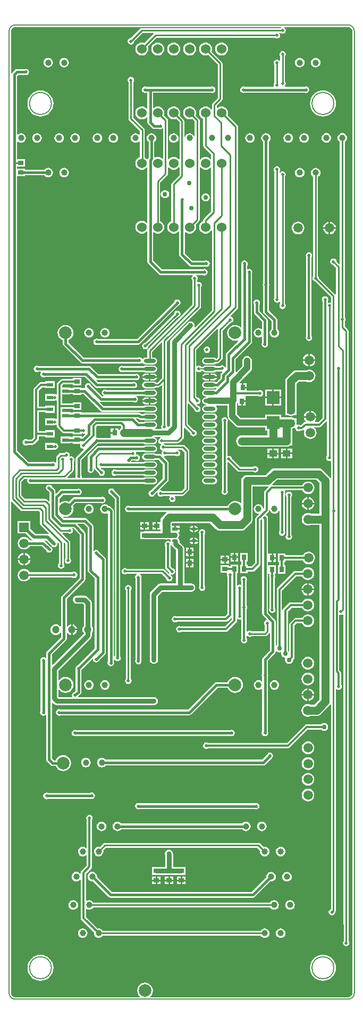
<source format=gtl>
%FSLAX25Y25*%
%MOIN*%
G70*
G01*
G75*
G04 Layer_Physical_Order=1*
G04 Layer_Color=255*
%ADD10R,0.07874X0.07874*%
%ADD11R,0.02756X0.03347*%
%ADD12R,0.03347X0.02756*%
%ADD13R,0.03937X0.02362*%
%ADD14O,0.07480X0.02362*%
%ADD15O,0.03543X0.01969*%
%ADD16O,0.03543X0.01969*%
%ADD17R,0.03543X0.01969*%
%ADD18R,0.05118X0.03937*%
%ADD19C,0.04000*%
%ADD20C,0.01200*%
%ADD21C,0.01000*%
%ADD22C,0.01500*%
%ADD23C,0.03000*%
%ADD24C,0.02000*%
%ADD25C,0.05000*%
%ADD26C,0.00800*%
%ADD27C,0.00500*%
%ADD28C,0.07874*%
%ADD29C,0.03937*%
%ADD30C,0.05906*%
%ADD31C,0.06000*%
%ADD32C,0.04724*%
%ADD33R,0.05906X0.05906*%
%ADD34C,0.03000*%
%ADD35C,0.02000*%
%ADD36C,0.04000*%
G36*
X70469Y-251776D02*
Y-252387D01*
X70335Y-252443D01*
X69834Y-252827D01*
X69722D01*
Y-252913D01*
X69604Y-253004D01*
X69046Y-253731D01*
X68976Y-253707D01*
X68572Y-253540D01*
Y-252827D01*
X66694D01*
Y-255501D01*
X66195D01*
Y-256000D01*
X63816D01*
Y-258173D01*
X63816D01*
Y-258257D01*
X63463Y-258610D01*
X55824D01*
X55675Y-258510D01*
X54894Y-258355D01*
X54699Y-258394D01*
X54421Y-257978D01*
X54557Y-257774D01*
X54681Y-257150D01*
Y-251849D01*
X55393Y-251137D01*
X69830D01*
X70469Y-251776D01*
D02*
G37*
G36*
X110071Y-267634D02*
Y-289967D01*
X108066Y-291971D01*
X96411D01*
X95880Y-291616D01*
X95100Y-291461D01*
X94525Y-291575D01*
X94289Y-291134D01*
X99462Y-285962D01*
X99849Y-285383D01*
X99984Y-284700D01*
X99984Y-284700D01*
Y-274500D01*
X99849Y-273817D01*
X99462Y-273238D01*
X99462Y-273238D01*
X97225Y-270627D01*
X97478Y-270195D01*
X97700Y-270239D01*
X98480Y-270084D01*
X99011Y-269729D01*
X103989D01*
X104520Y-270084D01*
X105300Y-270239D01*
X106080Y-270084D01*
X106742Y-269642D01*
X107184Y-268980D01*
X107339Y-268200D01*
X107184Y-267420D01*
X106742Y-266758D01*
X106080Y-266316D01*
X105300Y-266161D01*
X105431Y-266029D01*
X108466D01*
X110071Y-267634D01*
D02*
G37*
G36*
X49316Y-314839D02*
Y-341600D01*
X49316Y-341600D01*
X49316D01*
X49452Y-342283D01*
X49838Y-342862D01*
X53816Y-346839D01*
Y-390361D01*
X42996Y-401181D01*
X42820Y-401216D01*
X42158Y-401658D01*
X41716Y-402320D01*
X41561Y-403100D01*
X41716Y-403880D01*
X41816Y-404030D01*
Y-416961D01*
X40796Y-417981D01*
X40620Y-418016D01*
X39958Y-418458D01*
X39516Y-419120D01*
X39361Y-419900D01*
X39493Y-420565D01*
X39176Y-420951D01*
X31056D01*
X30899Y-420794D01*
Y-416365D01*
X31372Y-416204D01*
X31912Y-416907D01*
X32943Y-417698D01*
X34144Y-418196D01*
X35433Y-418365D01*
X36722Y-418196D01*
X37923Y-417698D01*
X38954Y-416907D01*
X39746Y-415876D01*
X40243Y-414675D01*
X40413Y-413386D01*
X40243Y-412097D01*
X39746Y-410896D01*
X38954Y-409865D01*
X37923Y-409073D01*
X36722Y-408576D01*
X35433Y-408406D01*
X34144Y-408576D01*
X32943Y-409073D01*
X31912Y-409865D01*
X31372Y-410568D01*
X30899Y-410407D01*
Y-404406D01*
X51202Y-384102D01*
X51755Y-383276D01*
X51949Y-382300D01*
X51949Y-382300D01*
X51949Y-382300D01*
Y-382300D01*
Y-380901D01*
X52337Y-380396D01*
X52676Y-379578D01*
X52791Y-378700D01*
X52676Y-377822D01*
X52337Y-377004D01*
X51949Y-376499D01*
Y-362100D01*
X51755Y-361124D01*
X51202Y-360298D01*
X49102Y-358198D01*
X48276Y-357645D01*
X47300Y-357451D01*
X42600D01*
X41625Y-357645D01*
X40798Y-358198D01*
X40245Y-359025D01*
X40051Y-360000D01*
X40245Y-360976D01*
X40798Y-361802D01*
X41625Y-362355D01*
X42600Y-362549D01*
X46244D01*
X46851Y-363156D01*
Y-376499D01*
X46463Y-377004D01*
X46124Y-377822D01*
X46009Y-378700D01*
X46124Y-379578D01*
X46463Y-380396D01*
X46851Y-380901D01*
Y-381244D01*
X27346Y-400749D01*
X26884Y-400558D01*
Y-394335D01*
X35662Y-385558D01*
X35662Y-385558D01*
X36048Y-384979D01*
X36048Y-384979D01*
X36048Y-384979D01*
X36184Y-384296D01*
X36184Y-384296D01*
Y-380810D01*
X36658Y-380649D01*
X37002Y-381098D01*
X37704Y-381637D01*
X38522Y-381976D01*
X38900Y-382025D01*
Y-378701D01*
Y-375375D01*
X38522Y-375424D01*
X37704Y-375763D01*
X37002Y-376302D01*
X36658Y-376751D01*
X36184Y-376590D01*
Y-366800D01*
Y-359639D01*
X47362Y-348462D01*
X47749Y-347883D01*
X47884Y-347200D01*
X47884Y-347200D01*
Y-318600D01*
X47749Y-317917D01*
X47362Y-317338D01*
X42870Y-312846D01*
X43061Y-312384D01*
X46861D01*
X49316Y-314839D01*
D02*
G37*
G36*
X212598Y-1275D02*
Y-1277D01*
X213287Y-1368D01*
X213928Y-1634D01*
X214479Y-2056D01*
X214902Y-2607D01*
X215167Y-3249D01*
X215258Y-3937D01*
X215261D01*
X215271Y-3986D01*
X215261Y-4035D01*
Y-606265D01*
X215264Y-606282D01*
X215261Y-606299D01*
X215258D01*
X215168Y-606988D01*
X214902Y-607629D01*
X214479Y-608180D01*
X213928Y-608603D01*
X213287Y-608868D01*
X212598Y-608959D01*
Y-608962D01*
X212581Y-608965D01*
X212564Y-608962D01*
X88764D01*
X88603Y-608488D01*
X88821Y-608321D01*
X89613Y-607290D01*
X90110Y-606089D01*
X90280Y-604800D01*
X90110Y-603511D01*
X89613Y-602310D01*
X88821Y-601279D01*
X87790Y-600488D01*
X86589Y-599990D01*
X85300Y-599820D01*
X84011Y-599990D01*
X82810Y-600488D01*
X81779Y-601279D01*
X80988Y-602310D01*
X80490Y-603511D01*
X80320Y-604800D01*
X80490Y-606089D01*
X80988Y-607290D01*
X81779Y-608321D01*
X81997Y-608488D01*
X81836Y-608962D01*
X3937D01*
Y-608959D01*
X3249Y-608868D01*
X2607Y-608603D01*
X2056Y-608180D01*
X1634Y-607629D01*
X1368Y-606988D01*
X1277Y-606299D01*
X1275D01*
Y-298747D01*
X1736Y-298556D01*
X7162Y-303981D01*
X7162D01*
X7162Y-303981D01*
X7162Y-303981D01*
Y-303981D01*
X7658Y-304313D01*
X8243Y-304429D01*
X18763D01*
X19467Y-305134D01*
Y-312396D01*
X19583Y-312981D01*
X19915Y-313477D01*
X24986Y-318549D01*
X24751Y-318990D01*
X24100Y-318861D01*
X16545D01*
X13353Y-315669D01*
Y-310647D01*
X5447D01*
Y-318553D01*
X10469D01*
X14258Y-322342D01*
X14258Y-322342D01*
X13941Y-322816D01*
X12939D01*
X12853Y-322607D01*
X12219Y-321781D01*
X11393Y-321147D01*
X10432Y-320749D01*
X9400Y-320613D01*
X8368Y-320749D01*
X7407Y-321147D01*
X6581Y-321781D01*
X5947Y-322607D01*
X5549Y-323568D01*
X5413Y-324600D01*
X5549Y-325632D01*
X5947Y-326593D01*
X6581Y-327419D01*
X7407Y-328053D01*
X8368Y-328451D01*
X9400Y-328587D01*
X10432Y-328451D01*
X11393Y-328053D01*
X12219Y-327419D01*
X12853Y-326593D01*
X12939Y-326384D01*
X20561D01*
X23281Y-329104D01*
X23316Y-329280D01*
X23758Y-329942D01*
X24420Y-330384D01*
X25200Y-330539D01*
X25980Y-330384D01*
X26642Y-329942D01*
X27084Y-329280D01*
X27239Y-328500D01*
X27084Y-327720D01*
X26642Y-327058D01*
X25980Y-326616D01*
X25804Y-326581D01*
X22562Y-323338D01*
X21983Y-322952D01*
D01*
X21983D01*
X21984Y-322942D01*
X21984Y-322939D01*
X23255D01*
X26858Y-326542D01*
X27520Y-326984D01*
X28300Y-327139D01*
X29080Y-326984D01*
X29742Y-326542D01*
X30184Y-325880D01*
X30339Y-325100D01*
X30210Y-324449D01*
X30651Y-324214D01*
X31171Y-324733D01*
Y-334900D01*
Y-336300D01*
Y-337289D01*
X30816Y-337820D01*
X30661Y-338600D01*
X30816Y-339380D01*
X31258Y-340042D01*
X31920Y-340484D01*
X32700Y-340639D01*
X33480Y-340484D01*
X34142Y-340042D01*
X34584Y-339380D01*
X34739Y-338600D01*
X34584Y-337820D01*
X34229Y-337289D01*
Y-334900D01*
Y-324374D01*
X34691Y-324183D01*
X35371Y-324862D01*
Y-334189D01*
X35016Y-334720D01*
X34861Y-335500D01*
X35016Y-336280D01*
X35458Y-336942D01*
X36120Y-337384D01*
X36900Y-337539D01*
X37680Y-337384D01*
X38342Y-336942D01*
X38784Y-336280D01*
X38939Y-335500D01*
X38784Y-334720D01*
X38429Y-334189D01*
Y-324228D01*
X38313Y-323643D01*
X37981Y-323147D01*
X33526Y-318691D01*
X33717Y-318229D01*
X36789D01*
X37320Y-318584D01*
X38100Y-318739D01*
X38880Y-318584D01*
X39542Y-318142D01*
X39984Y-317480D01*
X40139Y-316700D01*
X39984Y-315920D01*
X39542Y-315258D01*
X39564Y-315184D01*
X40161D01*
X44316Y-319339D01*
Y-346461D01*
X33138Y-357638D01*
X32752Y-358217D01*
X32616Y-358900D01*
X32616Y-358900D01*
X32616D01*
X32616Y-358900D01*
X32616D01*
Y-363700D01*
Y-366800D01*
Y-376590D01*
X32142Y-376751D01*
X31798Y-376302D01*
X31096Y-375763D01*
X30278Y-375424D01*
X29400Y-375309D01*
X28522Y-375424D01*
X27704Y-375763D01*
X27002Y-376302D01*
X26463Y-377004D01*
X26124Y-377822D01*
X26009Y-378700D01*
X26124Y-379578D01*
X26463Y-380396D01*
X27002Y-381098D01*
X27704Y-381637D01*
X28522Y-381976D01*
X29400Y-382091D01*
X30278Y-381976D01*
X31096Y-381637D01*
X31798Y-381098D01*
X32142Y-380649D01*
X32616Y-380810D01*
Y-383557D01*
X23838Y-392334D01*
X23451Y-392913D01*
X23316Y-393596D01*
X23316Y-393596D01*
X23316D01*
X23316Y-393596D01*
X23316D01*
Y-396211D01*
X22875Y-396446D01*
X22380Y-396116D01*
X21600Y-395961D01*
X20820Y-396116D01*
X20158Y-396558D01*
X19716Y-397220D01*
X19561Y-398000D01*
X19716Y-398779D01*
Y-429670D01*
X19616Y-429820D01*
X19461Y-430600D01*
X19616Y-431380D01*
X20058Y-432042D01*
X20720Y-432484D01*
X21500Y-432639D01*
X22280Y-432484D01*
X22875Y-432087D01*
X23316Y-432323D01*
Y-460100D01*
X23451Y-460783D01*
X23838Y-461362D01*
X26138Y-463662D01*
X26717Y-464048D01*
X27400Y-464184D01*
X29310D01*
X29603Y-464890D01*
X30394Y-465921D01*
X31425Y-466713D01*
X32626Y-467210D01*
X33915Y-467380D01*
X35204Y-467210D01*
X36405Y-466713D01*
X37436Y-465921D01*
X38227Y-464890D01*
X38725Y-463689D01*
X38895Y-462400D01*
X38725Y-461111D01*
X38227Y-459910D01*
X37436Y-458879D01*
X36405Y-458087D01*
X35204Y-457590D01*
X33915Y-457420D01*
X32626Y-457590D01*
X31425Y-458087D01*
X30394Y-458879D01*
X29603Y-459910D01*
X29310Y-460616D01*
X28139D01*
X26884Y-459361D01*
Y-424642D01*
X27346Y-424451D01*
X28198Y-425302D01*
X29024Y-425855D01*
X30000Y-426049D01*
X90800D01*
X91776Y-425855D01*
X92602Y-425302D01*
X93155Y-424475D01*
X93349Y-423500D01*
X93155Y-422524D01*
X92602Y-421698D01*
X91776Y-421145D01*
X90800Y-420951D01*
X43624D01*
X43425Y-420709D01*
X43334Y-420489D01*
X44862Y-418962D01*
X45248Y-418383D01*
X45384Y-417700D01*
X45384Y-417700D01*
Y-404030D01*
X45484Y-403880D01*
X45519Y-403704D01*
X52235Y-396988D01*
X52676Y-397224D01*
X52661Y-397300D01*
X52816Y-398080D01*
X53258Y-398742D01*
X53920Y-399184D01*
X54700Y-399339D01*
X55480Y-399184D01*
X56142Y-398742D01*
X56584Y-398080D01*
X56619Y-397904D01*
X60162Y-394362D01*
X60162Y-394362D01*
X60355Y-394072D01*
X60549Y-393783D01*
X60684Y-393100D01*
X60684Y-393100D01*
Y-344700D01*
Y-334900D01*
X60684Y-334900D01*
X60549Y-334217D01*
X60355Y-333928D01*
X60162Y-333638D01*
X60162Y-333638D01*
X56594Y-330071D01*
X56584Y-330020D01*
X56142Y-329358D01*
X55480Y-328916D01*
X54700Y-328761D01*
X53920Y-328916D01*
X53325Y-329313D01*
X52884Y-329078D01*
Y-314100D01*
X52884Y-314100D01*
X52749Y-313417D01*
X52555Y-313128D01*
X52362Y-312838D01*
X52362Y-312838D01*
X48862Y-309338D01*
X48283Y-308951D01*
X47600Y-308816D01*
X34439D01*
X34048Y-308424D01*
X34269Y-307976D01*
X35433Y-308129D01*
X36722Y-307960D01*
X37923Y-307462D01*
X38954Y-306671D01*
X39746Y-305639D01*
X40243Y-304438D01*
X40413Y-303150D01*
X40243Y-301861D01*
X39951Y-301155D01*
X41722Y-299384D01*
X57670D01*
X57820Y-299484D01*
X58600Y-299639D01*
X59380Y-299484D01*
X60042Y-299042D01*
X60484Y-298380D01*
X60639Y-297600D01*
X60484Y-296820D01*
X60042Y-296158D01*
X59380Y-295716D01*
X58600Y-295561D01*
X57820Y-295716D01*
X57670Y-295816D01*
X40983D01*
X40983Y-295816D01*
X40300Y-295952D01*
X39721Y-296338D01*
X37427Y-298632D01*
X36722Y-298340D01*
X35433Y-298170D01*
X34144Y-298340D01*
X32943Y-298837D01*
X31979Y-299577D01*
X31530Y-299356D01*
Y-296593D01*
X33839Y-294284D01*
X42671D01*
X42820Y-294384D01*
X43600Y-294539D01*
X44380Y-294384D01*
X45042Y-293942D01*
X45484Y-293280D01*
X45639Y-292500D01*
X45484Y-291720D01*
X45042Y-291058D01*
X44380Y-290616D01*
X43600Y-290461D01*
X42820Y-290616D01*
X42671Y-290716D01*
X33100D01*
X33100Y-290716D01*
X32417Y-290851D01*
X32128Y-291045D01*
X31838Y-291238D01*
X31838Y-291238D01*
X29492Y-293584D01*
X29030Y-293393D01*
Y-292146D01*
X29030Y-292146D01*
X28894Y-291463D01*
X28508Y-290884D01*
X27019Y-289396D01*
X26984Y-289220D01*
X26542Y-288558D01*
X25880Y-288116D01*
X25100Y-287961D01*
X24320Y-288116D01*
X23658Y-288558D01*
X23216Y-289220D01*
X23061Y-290000D01*
X23216Y-290780D01*
X23658Y-291442D01*
X24320Y-291884D01*
X24496Y-291919D01*
X25462Y-292885D01*
Y-298149D01*
X25000Y-298341D01*
X23977Y-297319D01*
X23481Y-296987D01*
X22896Y-296871D01*
X10034D01*
X7729Y-294566D01*
Y-286134D01*
X9533Y-284329D01*
X11307D01*
X11516Y-284720D01*
X11361Y-285500D01*
X11516Y-286280D01*
X11958Y-286942D01*
X12620Y-287384D01*
X13400Y-287539D01*
X14180Y-287384D01*
X14330Y-287284D01*
X84386D01*
X84791Y-287555D01*
X85642Y-287724D01*
X90760D01*
X91611Y-287555D01*
X92332Y-287072D01*
X92814Y-286351D01*
X92984Y-285500D01*
X92814Y-284649D01*
X92332Y-283927D01*
X91611Y-283445D01*
X90760Y-283276D01*
X85642D01*
X84791Y-283445D01*
X84386Y-283716D01*
X45811D01*
X45494Y-283329D01*
X45639Y-282600D01*
X45484Y-281820D01*
X45384Y-281670D01*
Y-272428D01*
X55499Y-262313D01*
X55675Y-262278D01*
X55824Y-262179D01*
X84228D01*
X84791Y-262555D01*
X85642Y-262724D01*
X90760D01*
X91611Y-262555D01*
X92332Y-262072D01*
X92814Y-261351D01*
X92984Y-260500D01*
X92814Y-259649D01*
X92332Y-258927D01*
X91611Y-258445D01*
X90760Y-258276D01*
X90987Y-258049D01*
X95120D01*
X95169Y-258547D01*
X94820Y-258616D01*
X94158Y-259058D01*
X93716Y-259720D01*
X93561Y-260500D01*
X93716Y-261280D01*
X94158Y-261942D01*
X94820Y-262384D01*
X95217Y-262463D01*
X95315Y-262953D01*
X95158Y-263058D01*
X94716Y-263720D01*
X94561Y-264500D01*
X94716Y-265280D01*
X95158Y-265942D01*
X95820Y-266384D01*
X95986Y-266417D01*
X96177Y-266879D01*
X95816Y-267420D01*
X95661Y-268200D01*
X95802Y-268910D01*
X95386Y-269188D01*
X94883Y-268851D01*
X94200Y-268716D01*
X92015D01*
X91611Y-268445D01*
X90760Y-268276D01*
X85642D01*
X84791Y-268445D01*
X84069Y-268928D01*
X83587Y-269649D01*
X83418Y-270500D01*
X83587Y-271351D01*
X84069Y-272073D01*
X84791Y-272555D01*
X85642Y-272724D01*
X90760D01*
X91611Y-272555D01*
X92015Y-272284D01*
X93461D01*
X96416Y-275239D01*
Y-283961D01*
X88896Y-291481D01*
X88720Y-291516D01*
X88058Y-291958D01*
X87616Y-292620D01*
X87461Y-293400D01*
X87616Y-294180D01*
X88058Y-294842D01*
X88720Y-295284D01*
X89500Y-295439D01*
X90280Y-295284D01*
X90942Y-294842D01*
X91384Y-294180D01*
X91419Y-294004D01*
X92734Y-292689D01*
X93175Y-292925D01*
X93061Y-293500D01*
X93216Y-294280D01*
X93658Y-294942D01*
X94320Y-295384D01*
X95100Y-295539D01*
X95880Y-295384D01*
X96411Y-295029D01*
X100647D01*
X100883Y-295470D01*
X100516Y-296020D01*
X100361Y-296800D01*
X100516Y-297580D01*
X100958Y-298242D01*
X101620Y-298684D01*
X102400Y-298839D01*
X103180Y-298684D01*
X103842Y-298242D01*
X104284Y-297580D01*
X104439Y-296800D01*
X104284Y-296020D01*
X103842Y-295358D01*
X103942Y-295029D01*
X108700D01*
X109285Y-294913D01*
X109781Y-294581D01*
X112681Y-291681D01*
X113013Y-291185D01*
X113129Y-290600D01*
X113129Y-290600D01*
X113129Y-290600D01*
Y-290600D01*
Y-267000D01*
X113032Y-266512D01*
X113013Y-266415D01*
X112681Y-265919D01*
X110181Y-263419D01*
X109685Y-263087D01*
X109100Y-262971D01*
X97911D01*
X97380Y-262616D01*
X96983Y-262537D01*
X96949Y-262365D01*
X96982Y-262029D01*
X105800D01*
X106385Y-261913D01*
X106881Y-261581D01*
X106881Y-261581D01*
X106881Y-261581D01*
X109181Y-259281D01*
X109513Y-258785D01*
X109629Y-258200D01*
X109629Y-258200D01*
X109629Y-258200D01*
Y-258200D01*
Y-252346D01*
X110091Y-252154D01*
X113691Y-255754D01*
X113816Y-256380D01*
X114258Y-257042D01*
X114920Y-257484D01*
X115700Y-257639D01*
X116480Y-257484D01*
X117142Y-257042D01*
X117584Y-256380D01*
X117739Y-255600D01*
X117584Y-254820D01*
X117142Y-254158D01*
X116480Y-253716D01*
X115854Y-253591D01*
X112129Y-249867D01*
Y-237346D01*
X112591Y-237154D01*
X116092Y-240654D01*
X116216Y-241280D01*
X116658Y-241942D01*
X117320Y-242384D01*
X118100Y-242539D01*
X118880Y-242384D01*
X119542Y-241942D01*
X119984Y-241280D01*
X120139Y-240500D01*
X119984Y-239720D01*
X119542Y-239058D01*
X118880Y-238616D01*
X118254Y-238492D01*
X117588Y-237825D01*
X117824Y-237384D01*
X118100Y-237439D01*
X118880Y-237284D01*
X119542Y-236842D01*
X119984Y-236180D01*
X120139Y-235400D01*
X119984Y-234620D01*
X119542Y-233958D01*
X118880Y-233516D01*
X118254Y-233391D01*
X117429Y-232566D01*
Y-217500D01*
Y-217219D01*
X117870Y-216984D01*
X118320Y-217284D01*
X119100Y-217439D01*
X119880Y-217284D01*
X120542Y-216842D01*
X120552Y-216827D01*
X121504D01*
X121668Y-217073D01*
X122389Y-217555D01*
X123240Y-217724D01*
X128358D01*
X129209Y-217555D01*
X129843Y-217131D01*
X133058D01*
X133498Y-217219D01*
X133644Y-217697D01*
X133412Y-217929D01*
X133282Y-218123D01*
X133088Y-218253D01*
X132702Y-218832D01*
X132566Y-219514D01*
Y-221061D01*
X129911Y-223716D01*
X129614D01*
X129209Y-223445D01*
X128358Y-223276D01*
X123240D01*
X122389Y-223445D01*
X121668Y-223927D01*
X121186Y-224649D01*
X121016Y-225500D01*
X121186Y-226351D01*
X121668Y-227073D01*
X122389Y-227555D01*
X123240Y-227724D01*
X128358D01*
X129209Y-227555D01*
X129541Y-227333D01*
X130019Y-227478D01*
X130130Y-227746D01*
X129342Y-228534D01*
X129209Y-228445D01*
X128358Y-228276D01*
X123240D01*
X122389Y-228445D01*
X121668Y-228927D01*
X121186Y-229649D01*
X121016Y-230500D01*
X121186Y-231351D01*
X121668Y-232072D01*
X122389Y-232555D01*
X123240Y-232724D01*
X123711D01*
X123761Y-232870D01*
X123470Y-233276D01*
X123240D01*
X122389Y-233445D01*
X121668Y-233927D01*
X121186Y-234649D01*
X121016Y-235500D01*
X121186Y-236351D01*
X121668Y-237072D01*
X122389Y-237555D01*
X123240Y-237724D01*
X123470D01*
X123761Y-238130D01*
X123711Y-238276D01*
X123240D01*
X122389Y-238445D01*
X121668Y-238928D01*
X121186Y-239649D01*
X121016Y-240500D01*
X121186Y-241351D01*
X121668Y-242073D01*
X122389Y-242555D01*
X123240Y-242724D01*
X128358D01*
X129209Y-242555D01*
X129931Y-242073D01*
X130413Y-241351D01*
X130582Y-240500D01*
X130413Y-239649D01*
X129931Y-238928D01*
X130053Y-238526D01*
X137074D01*
Y-245100D01*
X137177Y-245883D01*
X137391Y-246399D01*
X137479Y-246613D01*
X137479Y-246613D01*
X137358Y-246694D01*
X136868Y-246596D01*
X136642Y-246258D01*
X135980Y-245816D01*
X135200Y-245661D01*
X134420Y-245816D01*
X133758Y-246258D01*
X133316Y-246920D01*
X133161Y-247700D01*
X133316Y-248480D01*
X133569Y-248858D01*
Y-291142D01*
X133316Y-291520D01*
X133161Y-292300D01*
X133316Y-293080D01*
X133758Y-293742D01*
X134420Y-294184D01*
X135200Y-294339D01*
X135980Y-294184D01*
X136642Y-293742D01*
X137084Y-293080D01*
X137239Y-292300D01*
X137084Y-291520D01*
X136831Y-291142D01*
Y-274141D01*
X137218Y-273823D01*
X137646Y-273908D01*
X143119Y-279381D01*
X143119D01*
X143119Y-279381D01*
X143119Y-279381D01*
Y-279381D01*
X143615Y-279713D01*
X144200Y-279829D01*
X152989D01*
X153520Y-280184D01*
X154300Y-280339D01*
X155080Y-280184D01*
X155742Y-279742D01*
X156184Y-279080D01*
X156339Y-278300D01*
X156184Y-277520D01*
X155742Y-276858D01*
X155080Y-276416D01*
X154300Y-276261D01*
X153520Y-276416D01*
X152989Y-276771D01*
X144834D01*
X139808Y-271746D01*
X139684Y-271120D01*
X139242Y-270458D01*
X138580Y-270016D01*
X137800Y-269861D01*
X137218Y-269977D01*
X136831Y-269659D01*
Y-248858D01*
X137084Y-248480D01*
X137239Y-247700D01*
X137084Y-246920D01*
X137077Y-246910D01*
X137220Y-246808D01*
X137688Y-246885D01*
X137960Y-247240D01*
X142008Y-251288D01*
X142008Y-251288D01*
X142635Y-251768D01*
X143365Y-252071D01*
X144148Y-252174D01*
X144148Y-252174D01*
X160663D01*
Y-254085D01*
X161970D01*
Y-257070D01*
X145900D01*
X144986Y-257190D01*
X144135Y-257543D01*
X143404Y-258104D01*
X142843Y-258835D01*
X142490Y-259686D01*
X142370Y-260600D01*
X142490Y-261514D01*
X142843Y-262365D01*
X143404Y-263096D01*
X144135Y-263657D01*
X144986Y-264010D01*
X145900Y-264130D01*
X174000D01*
X174914Y-264010D01*
X175765Y-263657D01*
X176011Y-263469D01*
X177659D01*
Y-257531D01*
X177630D01*
Y-252721D01*
X177714Y-252710D01*
X178565Y-252357D01*
X178681Y-252269D01*
X179353D01*
X179461Y-252400D01*
X179616Y-253180D01*
X180058Y-253842D01*
X180720Y-254284D01*
X181500Y-254439D01*
X182280Y-254284D01*
X182658Y-254031D01*
X183800D01*
X184424Y-253907D01*
X184836Y-253632D01*
X185222Y-253949D01*
X185049Y-254368D01*
X184913Y-255400D01*
X185049Y-256432D01*
X185447Y-257393D01*
X186081Y-258219D01*
X186907Y-258853D01*
X187868Y-259251D01*
X188900Y-259387D01*
X189932Y-259251D01*
X190893Y-258853D01*
X191719Y-258219D01*
X192353Y-257393D01*
X192751Y-256432D01*
X192887Y-255400D01*
X192751Y-254368D01*
X192353Y-253407D01*
X191719Y-252581D01*
X190893Y-251947D01*
X190897Y-251931D01*
X194600D01*
X195224Y-251807D01*
X195754Y-251453D01*
X195754Y-251453D01*
X195754Y-251453D01*
X198909Y-248298D01*
X199371Y-248490D01*
Y-269889D01*
X199016Y-270420D01*
X198861Y-271200D01*
X199016Y-271980D01*
X199458Y-272642D01*
X200120Y-273084D01*
X200900Y-273239D01*
X201484Y-273123D01*
X201871Y-273440D01*
Y-283593D01*
X201380Y-283690D01*
X201357Y-283635D01*
X200796Y-282904D01*
X196696Y-278804D01*
X195965Y-278243D01*
X195114Y-277890D01*
X194200Y-277770D01*
X166500D01*
X165586Y-277890D01*
X164735Y-278243D01*
X164004Y-278804D01*
X160838Y-281970D01*
X149169D01*
X148256Y-282090D01*
X147404Y-282443D01*
X146673Y-283004D01*
X146112Y-283735D01*
X145759Y-284586D01*
X145639Y-285500D01*
Y-299359D01*
X145191Y-299580D01*
X144222Y-298837D01*
X143021Y-298340D01*
X141732Y-298170D01*
X140443Y-298340D01*
X139242Y-298837D01*
X138211Y-299628D01*
X137420Y-300660D01*
X137127Y-301365D01*
X75733D01*
X75583Y-301266D01*
X74803Y-301110D01*
X74023Y-301266D01*
X73361Y-301708D01*
X72919Y-302369D01*
X72764Y-303150D01*
X72919Y-303930D01*
X73361Y-304591D01*
X74023Y-305034D01*
X74803Y-305189D01*
X75583Y-305034D01*
X75733Y-304934D01*
X98690D01*
X98851Y-305407D01*
X98204Y-305904D01*
X96004Y-308104D01*
X95443Y-308835D01*
X95090Y-309686D01*
X94970Y-310600D01*
Y-311416D01*
X93000D01*
Y-313795D01*
Y-316172D01*
X94970D01*
Y-317147D01*
X88604D01*
X88585Y-317151D01*
X84906D01*
X84018Y-317328D01*
X82227D01*
Y-322084D01*
X84074D01*
X84906Y-322249D01*
X88600D01*
X88619Y-322245D01*
X97854D01*
X98500Y-322330D01*
X99146Y-322245D01*
X101081D01*
X101399Y-322632D01*
X101289Y-323180D01*
X101332Y-323397D01*
X100917Y-323674D01*
X100380Y-323316D01*
X99600Y-323161D01*
X98820Y-323316D01*
X98158Y-323758D01*
X97716Y-324420D01*
X97561Y-325200D01*
X97716Y-325980D01*
X97969Y-326358D01*
Y-339700D01*
X98093Y-340324D01*
X98447Y-340854D01*
X100227Y-342634D01*
X100316Y-343080D01*
X100656Y-343590D01*
X100270Y-343907D01*
X97481Y-341119D01*
X96985Y-340787D01*
X96400Y-340671D01*
X74011D01*
X73480Y-340316D01*
X72700Y-340161D01*
X71920Y-340316D01*
X71258Y-340758D01*
X70816Y-341420D01*
X70661Y-342200D01*
X70816Y-342980D01*
X71258Y-343642D01*
X71920Y-344084D01*
X72700Y-344239D01*
X73480Y-344084D01*
X74011Y-343729D01*
X80037D01*
X80182Y-344208D01*
X79658Y-344558D01*
X79216Y-345220D01*
X79061Y-346000D01*
X79216Y-346780D01*
X79316Y-346930D01*
Y-397470D01*
X79216Y-397620D01*
X79061Y-398400D01*
X79216Y-399180D01*
X79658Y-399842D01*
X80320Y-400284D01*
X81100Y-400439D01*
X81880Y-400284D01*
X82542Y-399842D01*
X82984Y-399180D01*
X83139Y-398400D01*
X82984Y-397620D01*
X82884Y-397470D01*
Y-346930D01*
X82984Y-346780D01*
X83139Y-346000D01*
X82984Y-345220D01*
X82542Y-344558D01*
X82018Y-344208D01*
X82163Y-343729D01*
X95767D01*
X98474Y-346436D01*
X98461Y-346500D01*
X98616Y-347280D01*
X99058Y-347942D01*
X99720Y-348384D01*
X100500Y-348539D01*
X101280Y-348384D01*
X101942Y-347942D01*
X102384Y-347280D01*
X102539Y-346500D01*
X102384Y-345720D01*
X101942Y-345058D01*
X101366Y-344673D01*
X101557Y-344211D01*
X102200Y-344339D01*
X102980Y-344184D01*
X103642Y-343742D01*
X104084Y-343080D01*
X104239Y-342300D01*
X104084Y-341520D01*
X103642Y-340858D01*
X102980Y-340416D01*
X102534Y-340327D01*
X101231Y-339024D01*
Y-326358D01*
X101484Y-325980D01*
X101515Y-325824D01*
X102015D01*
X102045Y-325975D01*
X102598Y-326802D01*
X104751Y-328956D01*
Y-330200D01*
Y-336972D01*
X104745Y-337000D01*
Y-349842D01*
X95009D01*
X94033Y-350036D01*
X93207Y-350589D01*
X88998Y-354798D01*
X88445Y-355625D01*
X88251Y-356600D01*
Y-397700D01*
X88251Y-397700D01*
X88251D01*
X88445Y-398675D01*
X88998Y-399502D01*
X89824Y-400055D01*
X90800Y-400249D01*
X91776Y-400055D01*
X92602Y-399502D01*
X93155Y-398675D01*
X93349Y-397700D01*
Y-357656D01*
X96065Y-354940D01*
X114209D01*
X115184Y-354746D01*
X116011Y-354193D01*
X116564Y-353366D01*
X116758Y-352391D01*
X116564Y-351416D01*
X116011Y-350589D01*
X115184Y-350036D01*
X114209Y-349842D01*
X109843D01*
Y-337023D01*
X109849Y-336994D01*
Y-330200D01*
Y-327900D01*
X109655Y-326924D01*
X109102Y-326098D01*
X106949Y-323944D01*
Y-323900D01*
X106858Y-323444D01*
X106911Y-323180D01*
X106756Y-322406D01*
X106318Y-321750D01*
X105927Y-321488D01*
X105902Y-321243D01*
X106016Y-321073D01*
X106318Y-320871D01*
X106756Y-320214D01*
X106911Y-319440D01*
X106756Y-318666D01*
X106318Y-318010D01*
X106016Y-317808D01*
X106082Y-317684D01*
X106872D01*
Y-316200D01*
X104099D01*
Y-315701D01*
X103600D01*
Y-313716D01*
X102030D01*
Y-312062D01*
X102162Y-311930D01*
X126038D01*
X129804Y-315696D01*
X129804Y-315696D01*
X130535Y-316257D01*
X131386Y-316610D01*
X132300Y-316730D01*
X132300Y-316730D01*
X145500D01*
X146414Y-316610D01*
X147265Y-316257D01*
X147996Y-315696D01*
X147996Y-315696D01*
X147996Y-315696D01*
X151665Y-312027D01*
X152226Y-311296D01*
X152579Y-310444D01*
X152699Y-309531D01*
X152699Y-309531D01*
X152699Y-309531D01*
Y-309531D01*
Y-289030D01*
X162300D01*
X162522Y-289001D01*
X162744Y-289449D01*
X160346Y-291846D01*
X159993Y-292376D01*
X159869Y-293000D01*
Y-302799D01*
X159370Y-302832D01*
X159309Y-302375D01*
X159010Y-301653D01*
X158535Y-301032D01*
X157914Y-300557D01*
X157192Y-300257D01*
X156417Y-300155D01*
X155642Y-300257D01*
X154920Y-300557D01*
X154300Y-301032D01*
X153824Y-301653D01*
X153525Y-302375D01*
X153423Y-303150D01*
X153525Y-303924D01*
X153824Y-304647D01*
X154300Y-305267D01*
X154920Y-305743D01*
X155642Y-306042D01*
X156417Y-306144D01*
X156489Y-306134D01*
X156710Y-306583D01*
X154946Y-308347D01*
X154593Y-308876D01*
X154469Y-309500D01*
Y-336824D01*
X152090Y-339203D01*
X149683D01*
Y-338161D01*
X148931D01*
Y-335973D01*
X149678D01*
Y-330627D01*
X144922D01*
Y-335973D01*
X145669D01*
Y-338161D01*
X144928D01*
Y-343508D01*
X149683D01*
Y-342466D01*
X152765D01*
X153390Y-342342D01*
X153919Y-341988D01*
X153919Y-341988D01*
X153919Y-341988D01*
X157254Y-338653D01*
X157607Y-338124D01*
X157731Y-337500D01*
X157731Y-337500D01*
X157731Y-337500D01*
Y-337500D01*
Y-310176D01*
X158123Y-309785D01*
X158620Y-309834D01*
X158716Y-309976D01*
Y-368700D01*
X158852Y-369383D01*
X159238Y-369962D01*
X161489Y-372213D01*
X161344Y-372691D01*
X161220Y-372716D01*
X160558Y-373158D01*
X160116Y-373820D01*
X159961Y-374600D01*
X160116Y-375380D01*
X160471Y-375911D01*
Y-379267D01*
X159967Y-379771D01*
X152311D01*
X151780Y-379416D01*
X151000Y-379261D01*
X150220Y-379416D01*
X149558Y-379858D01*
X149510Y-379930D01*
X149031Y-379785D01*
Y-365858D01*
X149284Y-365480D01*
X149439Y-364700D01*
X149284Y-363920D01*
X149031Y-363542D01*
Y-348159D01*
X149084Y-348080D01*
X149239Y-347300D01*
X149084Y-346520D01*
X148642Y-345858D01*
X147980Y-345416D01*
X147200Y-345261D01*
X146420Y-345416D01*
X145758Y-345858D01*
X145316Y-346520D01*
X145161Y-347300D01*
X145316Y-348080D01*
X145758Y-348742D01*
X145769Y-348749D01*
Y-350508D01*
X145380Y-350716D01*
X144600Y-350561D01*
X143820Y-350716D01*
X143438Y-350971D01*
X142997Y-350735D01*
Y-343508D01*
X143778D01*
Y-338161D01*
X139022D01*
Y-339169D01*
X138073D01*
Y-338422D01*
X132727D01*
Y-343178D01*
X136390D01*
X136707Y-343565D01*
X136561Y-344300D01*
X136716Y-345080D01*
X136969Y-345458D01*
Y-369024D01*
X135449Y-370544D01*
X105283D01*
X104905Y-370292D01*
X104124Y-370136D01*
X103344Y-370292D01*
X102682Y-370734D01*
X102240Y-371395D01*
X102085Y-372176D01*
X102240Y-372956D01*
X102682Y-373618D01*
X103344Y-374060D01*
X104124Y-374215D01*
X104905Y-374060D01*
X105283Y-373807D01*
X136124D01*
X136749Y-373683D01*
X137278Y-373329D01*
X137278Y-373329D01*
X137278Y-373329D01*
X139272Y-371335D01*
X139734Y-371526D01*
Y-372359D01*
X135249Y-376843D01*
X107884D01*
X107506Y-376591D01*
X106725Y-376436D01*
X105945Y-376591D01*
X105283Y-377033D01*
X104841Y-377694D01*
X104686Y-378475D01*
X104841Y-379255D01*
X105283Y-379917D01*
X105945Y-380359D01*
X106725Y-380514D01*
X107506Y-380359D01*
X107884Y-380106D01*
X135925D01*
X136549Y-379982D01*
X137079Y-379628D01*
X137079Y-379628D01*
X137079Y-379628D01*
X142519Y-374188D01*
X142873Y-373659D01*
X142997Y-373035D01*
X142997Y-373035D01*
X142997Y-373035D01*
Y-373035D01*
Y-372198D01*
X143438Y-371962D01*
X143920Y-372284D01*
X144700Y-372439D01*
X145382Y-372304D01*
X145769Y-372621D01*
Y-384142D01*
X145516Y-384520D01*
X145361Y-385300D01*
X145516Y-386080D01*
X145958Y-386742D01*
X146620Y-387184D01*
X147400Y-387339D01*
X148180Y-387184D01*
X148842Y-386742D01*
X149284Y-386080D01*
X149439Y-385300D01*
X149284Y-384520D01*
X149031Y-384142D01*
Y-382815D01*
X149510Y-382670D01*
X149558Y-382742D01*
X150220Y-383184D01*
X151000Y-383339D01*
X151780Y-383184D01*
X152311Y-382829D01*
X160600D01*
X161185Y-382713D01*
X161681Y-382381D01*
X161681Y-382381D01*
X161681Y-382381D01*
X163081Y-380981D01*
X163137Y-380898D01*
X163616Y-381043D01*
Y-391761D01*
X159238Y-396138D01*
X158852Y-396717D01*
X158716Y-397400D01*
Y-406470D01*
X158616Y-406620D01*
X158461Y-407400D01*
X158616Y-408180D01*
X158716Y-408329D01*
Y-410842D01*
X158267Y-411064D01*
X157914Y-410793D01*
X157192Y-410494D01*
X156417Y-410392D01*
X155642Y-410494D01*
X154920Y-410793D01*
X154300Y-411269D01*
X153824Y-411889D01*
X153525Y-412611D01*
X153423Y-413386D01*
X153525Y-414161D01*
X153824Y-414883D01*
X154300Y-415503D01*
X154920Y-415979D01*
X155642Y-416278D01*
X156417Y-416380D01*
X157192Y-416278D01*
X157914Y-415979D01*
X158267Y-415708D01*
X158716Y-415929D01*
Y-442570D01*
X158616Y-442720D01*
X158461Y-443500D01*
X158616Y-444280D01*
X159058Y-444942D01*
X159720Y-445384D01*
X160500Y-445539D01*
X161280Y-445384D01*
X161942Y-444942D01*
X162384Y-444280D01*
X162539Y-443500D01*
X162384Y-442720D01*
X162284Y-442570D01*
Y-408329D01*
X162384Y-408180D01*
X162539Y-407400D01*
X162384Y-406620D01*
X162284Y-406470D01*
Y-398139D01*
X166662Y-393762D01*
X166662Y-393762D01*
X166855Y-393472D01*
X167049Y-393183D01*
X167184Y-392500D01*
X167184Y-392500D01*
Y-392395D01*
X167663Y-392250D01*
X167698Y-392302D01*
X168525Y-392855D01*
X169500Y-393049D01*
X170413Y-392867D01*
X170627Y-393082D01*
X170756Y-393274D01*
X170651Y-393800D01*
X170845Y-394776D01*
X171398Y-395602D01*
X172224Y-396155D01*
X172606Y-396231D01*
X173324Y-396711D01*
X173342Y-396738D01*
X173151Y-397700D01*
X173345Y-398675D01*
X173898Y-399502D01*
X174724Y-400055D01*
X175700Y-400249D01*
X176675Y-400055D01*
X177502Y-399502D01*
X178055Y-398675D01*
X178249Y-397700D01*
X178209Y-397498D01*
X178553Y-397153D01*
X178907Y-396624D01*
X179031Y-396000D01*
Y-376176D01*
X180376Y-374831D01*
X183797D01*
X183947Y-375193D01*
X184581Y-376019D01*
X185407Y-376653D01*
X186368Y-377051D01*
X187400Y-377187D01*
X188432Y-377051D01*
X189393Y-376653D01*
X190219Y-376019D01*
X190853Y-375193D01*
X191251Y-374232D01*
X191387Y-373200D01*
X191251Y-372168D01*
X190853Y-371207D01*
X190219Y-370381D01*
X189393Y-369747D01*
X188432Y-369349D01*
X187400Y-369213D01*
X186368Y-369349D01*
X185407Y-369747D01*
X184581Y-370381D01*
X183947Y-371207D01*
X183797Y-371569D01*
X179700D01*
X179076Y-371693D01*
X178547Y-372046D01*
X176247Y-374346D01*
X175893Y-374876D01*
X175769Y-375500D01*
Y-392283D01*
X175290Y-392428D01*
X175002Y-391998D01*
X174831Y-391883D01*
Y-367376D01*
X177218Y-364989D01*
X183797D01*
X183947Y-365351D01*
X184581Y-366177D01*
X185407Y-366810D01*
X186368Y-367208D01*
X187400Y-367344D01*
X188432Y-367208D01*
X189393Y-366810D01*
X190219Y-366177D01*
X190853Y-365351D01*
X191251Y-364389D01*
X191387Y-363357D01*
X191251Y-362326D01*
X190853Y-361364D01*
X190219Y-360538D01*
X189393Y-359905D01*
X188432Y-359506D01*
X187400Y-359370D01*
X186368Y-359506D01*
X185407Y-359905D01*
X184581Y-360538D01*
X183947Y-361364D01*
X183797Y-361726D01*
X176543D01*
X175918Y-361850D01*
X175389Y-362204D01*
X172046Y-365546D01*
X171693Y-366076D01*
X171629Y-366397D01*
X171131Y-366348D01*
Y-354376D01*
X180203Y-345304D01*
X183797D01*
X183947Y-345666D01*
X184581Y-346492D01*
X185407Y-347125D01*
X186368Y-347523D01*
X187400Y-347659D01*
X188432Y-347523D01*
X189393Y-347125D01*
X190219Y-346492D01*
X190853Y-345666D01*
X191251Y-344704D01*
X191387Y-343672D01*
X191251Y-342640D01*
X190853Y-341679D01*
X190219Y-340853D01*
X189393Y-340220D01*
X188432Y-339821D01*
X187400Y-339686D01*
X186368Y-339821D01*
X185407Y-340220D01*
X184581Y-340853D01*
X183947Y-341679D01*
X183797Y-342041D01*
X179528D01*
X178903Y-342165D01*
X178374Y-342519D01*
X168347Y-352547D01*
X167993Y-353076D01*
X167869Y-353700D01*
Y-388392D01*
X167467Y-388690D01*
X167184Y-388605D01*
Y-373600D01*
X167184Y-373600D01*
X167049Y-372917D01*
X166855Y-372628D01*
X166662Y-372338D01*
X166662Y-372338D01*
X162284Y-367961D01*
Y-343673D01*
X162722D01*
Y-343673D01*
X163118D01*
X163353Y-344114D01*
X163216Y-344320D01*
X163061Y-345100D01*
X163216Y-345880D01*
X163469Y-346258D01*
Y-365142D01*
X163216Y-365520D01*
X163061Y-366300D01*
X163216Y-367080D01*
X163658Y-367742D01*
X164320Y-368184D01*
X165100Y-368339D01*
X165880Y-368184D01*
X166542Y-367742D01*
X166984Y-367080D01*
X167139Y-366300D01*
X166984Y-365520D01*
X166731Y-365142D01*
Y-346258D01*
X166984Y-345880D01*
X167139Y-345100D01*
X166984Y-344320D01*
X166731Y-343942D01*
Y-343673D01*
X167478D01*
Y-338327D01*
X162722D01*
Y-338327D01*
X162638D01*
X162284Y-337973D01*
Y-336473D01*
X162716D01*
Y-336473D01*
X164594D01*
Y-333801D01*
Y-331127D01*
X162716D01*
Y-331127D01*
X162638D01*
X162284Y-330773D01*
Y-309694D01*
X162290Y-309686D01*
X162445Y-308906D01*
X162290Y-308125D01*
X161847Y-307464D01*
X161186Y-307022D01*
X161116Y-306791D01*
X162654Y-305254D01*
X163007Y-304724D01*
X163115Y-304184D01*
X163612Y-304135D01*
X163824Y-304647D01*
X164300Y-305267D01*
X164920Y-305743D01*
X165642Y-306042D01*
X166417Y-306144D01*
X167192Y-306042D01*
X167914Y-305743D01*
X168535Y-305267D01*
X169010Y-304647D01*
X169078Y-304483D01*
X169569Y-304580D01*
Y-316742D01*
X169316Y-317120D01*
X169161Y-317900D01*
X169316Y-318680D01*
X169758Y-319342D01*
X170420Y-319784D01*
X171200Y-319939D01*
X171980Y-319784D01*
X172642Y-319342D01*
X173084Y-318680D01*
X173239Y-317900D01*
X173084Y-317120D01*
X172831Y-316742D01*
Y-293958D01*
X173084Y-293580D01*
X173239Y-292800D01*
X173084Y-292020D01*
X173062Y-291987D01*
X173298Y-291546D01*
X183997D01*
X184147Y-291908D01*
X184781Y-292734D01*
X185607Y-293368D01*
X186568Y-293766D01*
X187600Y-293902D01*
X188632Y-293766D01*
X189593Y-293368D01*
X190419Y-292734D01*
X191053Y-291908D01*
X191451Y-290947D01*
X191587Y-289915D01*
X191451Y-288883D01*
X191053Y-287922D01*
X190419Y-287096D01*
X189593Y-286462D01*
X188632Y-286064D01*
X187600Y-285928D01*
X186568Y-286064D01*
X185607Y-286462D01*
X184781Y-287096D01*
X184147Y-287922D01*
X183997Y-288284D01*
X165162D01*
X164971Y-287822D01*
X167962Y-284830D01*
X192738D01*
X194770Y-286862D01*
Y-306070D01*
X189406D01*
X188632Y-305749D01*
X187600Y-305613D01*
X186568Y-305749D01*
X185607Y-306147D01*
X184781Y-306781D01*
X184147Y-307607D01*
X183749Y-308568D01*
X183613Y-309600D01*
X183749Y-310632D01*
X184147Y-311593D01*
X184781Y-312419D01*
X185607Y-313053D01*
X186568Y-313451D01*
X187600Y-313587D01*
X188632Y-313451D01*
X189406Y-313130D01*
X194770D01*
Y-338700D01*
Y-422438D01*
X191438Y-425770D01*
X189206D01*
X188432Y-425449D01*
X187400Y-425313D01*
X186368Y-425449D01*
X185407Y-425847D01*
X184581Y-426481D01*
X183947Y-427307D01*
X183549Y-428268D01*
X183413Y-429300D01*
X183549Y-430332D01*
X183947Y-431293D01*
X184581Y-432119D01*
X185407Y-432753D01*
X186368Y-433151D01*
X187400Y-433287D01*
X188432Y-433151D01*
X189206Y-432830D01*
X192900D01*
X193814Y-432710D01*
X194665Y-432357D01*
X195396Y-431796D01*
X200796Y-426396D01*
X201357Y-425665D01*
X201380Y-425610D01*
X201871Y-425707D01*
Y-553786D01*
X201720Y-553816D01*
X201058Y-554258D01*
X200616Y-554920D01*
X200461Y-555700D01*
X200616Y-556480D01*
X201058Y-557142D01*
X201720Y-557584D01*
X202500Y-557739D01*
X203280Y-557584D01*
X203942Y-557142D01*
X204384Y-556480D01*
X204512Y-555835D01*
X204813Y-555385D01*
X204929Y-554800D01*
Y-416153D01*
X205370Y-415917D01*
X205920Y-416284D01*
X206700Y-416439D01*
X207480Y-416284D01*
X208142Y-415842D01*
X208584Y-415180D01*
X208739Y-414400D01*
X208584Y-413620D01*
X208331Y-413242D01*
Y-406100D01*
X208207Y-405476D01*
X207854Y-404947D01*
X207131Y-404224D01*
Y-369741D01*
X207518Y-369423D01*
X208100Y-369539D01*
X208880Y-369384D01*
X209330Y-369084D01*
X209771Y-369320D01*
Y-563100D01*
X209871Y-563603D01*
Y-573689D01*
X209516Y-574220D01*
X209361Y-575000D01*
X209516Y-575780D01*
X209958Y-576442D01*
X210620Y-576884D01*
X211400Y-577039D01*
X212180Y-576884D01*
X212842Y-576442D01*
X213284Y-575780D01*
X213439Y-575000D01*
X213284Y-574220D01*
X212929Y-573689D01*
Y-563200D01*
X212829Y-562697D01*
Y-191700D01*
X212713Y-191115D01*
X212381Y-190619D01*
X210545Y-188782D01*
Y-185711D01*
X210900Y-185180D01*
X211055Y-184400D01*
X210900Y-183620D01*
X210545Y-183089D01*
Y-73371D01*
X211133Y-72920D01*
X211609Y-72300D01*
X211908Y-71578D01*
X212010Y-70803D01*
X211908Y-70028D01*
X211609Y-69306D01*
X211133Y-68686D01*
X210513Y-68210D01*
X209791Y-67911D01*
X209016Y-67809D01*
X208241Y-67911D01*
X207519Y-68210D01*
X206899Y-68686D01*
X206423Y-69306D01*
X206124Y-70028D01*
X206022Y-70803D01*
X206124Y-71578D01*
X206423Y-72300D01*
X206899Y-72920D01*
X207486Y-73371D01*
Y-149570D01*
X207025Y-149762D01*
X205409Y-148146D01*
X205284Y-147520D01*
X204842Y-146858D01*
X204180Y-146416D01*
X203400Y-146261D01*
X202620Y-146416D01*
X201958Y-146858D01*
X201516Y-147520D01*
X201361Y-148300D01*
X201516Y-149080D01*
X201958Y-149742D01*
X202620Y-150184D01*
X203246Y-150309D01*
X204971Y-152033D01*
Y-168706D01*
X204492Y-168851D01*
X204481Y-168835D01*
X194317Y-158670D01*
X194167Y-157920D01*
X193813Y-157389D01*
Y-95088D01*
X194401Y-94637D01*
X194876Y-94017D01*
X195176Y-93295D01*
X195278Y-92520D01*
X195176Y-91745D01*
X194876Y-91022D01*
X194401Y-90402D01*
X193781Y-89927D01*
X193058Y-89627D01*
X192283Y-89526D01*
X191508Y-89627D01*
X190786Y-89927D01*
X190166Y-90402D01*
X189690Y-91022D01*
X189391Y-91745D01*
X189289Y-92520D01*
X189391Y-93295D01*
X189690Y-94017D01*
X190166Y-94637D01*
X190754Y-95088D01*
Y-157389D01*
X190399Y-157920D01*
X190244Y-158700D01*
X190399Y-159480D01*
X190841Y-160142D01*
X191503Y-160584D01*
X192004Y-160684D01*
X201871Y-170550D01*
Y-173660D01*
X201484Y-173977D01*
X200900Y-173861D01*
X200218Y-173996D01*
X199831Y-173679D01*
Y-173158D01*
X200084Y-172780D01*
X200239Y-172000D01*
X200084Y-171220D01*
X199642Y-170558D01*
X198980Y-170116D01*
X198200Y-169961D01*
X197420Y-170116D01*
X196758Y-170558D01*
X196316Y-171220D01*
X196161Y-172000D01*
X196316Y-172780D01*
X196569Y-173158D01*
Y-218200D01*
Y-246024D01*
X193924Y-248669D01*
X192060D01*
X191839Y-248220D01*
X192353Y-247551D01*
X192751Y-246589D01*
X192821Y-246057D01*
X184979D01*
X185049Y-246589D01*
X185447Y-247551D01*
X185900Y-248141D01*
X185900Y-248391D01*
X185787Y-248691D01*
X185276Y-248793D01*
X184747Y-249147D01*
X183124Y-250769D01*
X182658D01*
X182280Y-250516D01*
X181500Y-250361D01*
X180746Y-250511D01*
X180359Y-250194D01*
Y-246332D01*
X178681D01*
X178565Y-246243D01*
X177714Y-245890D01*
X176800Y-245770D01*
X170537D01*
Y-244211D01*
X160663D01*
Y-246122D01*
X145401D01*
X143126Y-243847D01*
Y-237119D01*
X143532Y-236828D01*
X143628Y-236860D01*
Y-238273D01*
X145506D01*
Y-235599D01*
X146005D01*
Y-235100D01*
X148383D01*
Y-232927D01*
X148384D01*
Y-232785D01*
X148737Y-232431D01*
X156242D01*
X156620Y-232684D01*
X157400Y-232839D01*
X158180Y-232684D01*
X158842Y-232242D01*
X159284Y-231580D01*
X159439Y-230800D01*
X159284Y-230020D01*
X158842Y-229358D01*
X158180Y-228916D01*
X157400Y-228761D01*
X156620Y-228916D01*
X156242Y-229169D01*
X148883D01*
Y-227600D01*
X146505D01*
Y-227101D01*
X146006D01*
Y-224427D01*
X144706D01*
X144514Y-223965D01*
X151440Y-217040D01*
X151920Y-216413D01*
X152009Y-216199D01*
X152223Y-215683D01*
X152274Y-215292D01*
X152326Y-214900D01*
X152326Y-214900D01*
Y-210500D01*
X152223Y-209717D01*
X151920Y-208987D01*
X151440Y-208360D01*
X150813Y-207879D01*
X150083Y-207577D01*
X149300Y-207474D01*
X148517Y-207577D01*
X147787Y-207879D01*
X147160Y-208360D01*
X146679Y-208987D01*
X146377Y-209717D01*
X146274Y-210500D01*
Y-213647D01*
X142510Y-217410D01*
X142069Y-217175D01*
X142084Y-217100D01*
X142084Y-217100D01*
Y-209439D01*
X151862Y-199662D01*
X152249Y-199083D01*
X152384Y-198400D01*
X152384Y-198400D01*
Y-169100D01*
Y-155679D01*
X152539Y-154900D01*
X152384Y-154120D01*
X151942Y-153458D01*
X151280Y-153016D01*
X150500Y-152861D01*
X149720Y-153016D01*
X149284Y-152783D01*
Y-150729D01*
X149584Y-150280D01*
X149739Y-149500D01*
X149584Y-148720D01*
X149142Y-148058D01*
X148480Y-147616D01*
X147700Y-147461D01*
X146920Y-147616D01*
X146258Y-148058D01*
X145816Y-148720D01*
X145661Y-149500D01*
X145716Y-149776D01*
Y-164800D01*
Y-189235D01*
X145253Y-189392D01*
X144222Y-188601D01*
X143021Y-188103D01*
X141732Y-187934D01*
X140443Y-188103D01*
X139242Y-188601D01*
X138211Y-189392D01*
X137420Y-190424D01*
X136922Y-191625D01*
X136753Y-192913D01*
X136922Y-194202D01*
X137420Y-195403D01*
X138211Y-196434D01*
X139242Y-197226D01*
X140443Y-197723D01*
X141732Y-197893D01*
X143021Y-197723D01*
X143429Y-197555D01*
X143706Y-197970D01*
X136521Y-205156D01*
X136134Y-205735D01*
X135998Y-206418D01*
Y-214453D01*
X135500Y-214502D01*
X135484Y-214420D01*
X135042Y-213758D01*
X134380Y-213316D01*
X133600Y-213161D01*
X132820Y-213316D01*
X132158Y-213758D01*
X132084Y-213869D01*
X129843D01*
X129209Y-213445D01*
X128358Y-213276D01*
X123240D01*
X122389Y-213445D01*
X121668Y-213928D01*
X121638Y-213973D01*
X120552D01*
X120542Y-213958D01*
X119880Y-213516D01*
X119100Y-213361D01*
X118320Y-213516D01*
X117870Y-213816D01*
X117429Y-213580D01*
Y-203534D01*
X130462Y-190501D01*
X130903Y-190736D01*
X130871Y-190900D01*
Y-208067D01*
X130168Y-208769D01*
X129931Y-208927D01*
X129209Y-208445D01*
X128358Y-208276D01*
X123240D01*
X122389Y-208445D01*
X121668Y-208927D01*
X121186Y-209649D01*
X121016Y-210500D01*
X121186Y-211351D01*
X121668Y-212072D01*
X122389Y-212555D01*
X123240Y-212724D01*
X128358D01*
X129209Y-212555D01*
X129931Y-212072D01*
X129959Y-212029D01*
X130600D01*
X131185Y-211913D01*
X131681Y-211581D01*
X133481Y-209781D01*
X133813Y-209285D01*
X133832Y-209188D01*
X133929Y-208700D01*
Y-191534D01*
X138854Y-186609D01*
X139480Y-186484D01*
X140142Y-186042D01*
X140584Y-185380D01*
X140739Y-184600D01*
X140584Y-183820D01*
X140142Y-183158D01*
X139480Y-182716D01*
X138700Y-182561D01*
X138596Y-182367D01*
X143181Y-177781D01*
X143513Y-177285D01*
X143629Y-176700D01*
Y-63900D01*
X143513Y-63315D01*
X143181Y-62819D01*
X136995Y-56632D01*
X137197Y-56144D01*
X137335Y-55100D01*
X137197Y-54056D01*
X136794Y-53083D01*
X136153Y-52247D01*
X135317Y-51606D01*
X134344Y-51203D01*
X133300Y-51065D01*
X132256Y-51203D01*
X131283Y-51606D01*
X130778Y-51993D01*
X130329Y-51772D01*
Y-50734D01*
X133481Y-47581D01*
X133813Y-47085D01*
X133929Y-46500D01*
X133929Y-46500D01*
X133929Y-46500D01*
Y-46500D01*
Y-24200D01*
X133813Y-23615D01*
X133481Y-23119D01*
X126995Y-16632D01*
X127197Y-16144D01*
X127334Y-15100D01*
X127197Y-14056D01*
X126794Y-13083D01*
X126153Y-12247D01*
X125317Y-11606D01*
X124344Y-11203D01*
X123300Y-11066D01*
X122256Y-11203D01*
X121283Y-11606D01*
X120447Y-12247D01*
X119806Y-13083D01*
X119403Y-14056D01*
X119265Y-15100D01*
X119403Y-16144D01*
X119806Y-17117D01*
X120447Y-17953D01*
X121283Y-18594D01*
X122256Y-18997D01*
X123300Y-19135D01*
X124344Y-18997D01*
X124832Y-18795D01*
X130871Y-24834D01*
Y-45867D01*
X127719Y-49019D01*
X127387Y-49515D01*
X127271Y-50100D01*
Y-52885D01*
X126794Y-53083D01*
X126153Y-52247D01*
X125317Y-51606D01*
X124344Y-51203D01*
X123300Y-51065D01*
X122256Y-51203D01*
X121283Y-51606D01*
X120447Y-52247D01*
X119806Y-53083D01*
X119403Y-54056D01*
X119265Y-55100D01*
X119403Y-56144D01*
X119806Y-57117D01*
X120447Y-57953D01*
X121283Y-58594D01*
X121771Y-58796D01*
Y-75600D01*
X121771Y-75600D01*
X121771D01*
X121887Y-76185D01*
X122219Y-76681D01*
X126671Y-81134D01*
Y-83786D01*
X126197Y-83947D01*
X126121Y-83847D01*
X125285Y-83206D01*
X124312Y-82803D01*
X123268Y-82665D01*
X122224Y-82803D01*
X121250Y-83206D01*
X120415Y-83847D01*
X120003Y-84384D01*
X119529Y-84224D01*
Y-59800D01*
X119413Y-59215D01*
X119081Y-58719D01*
X116995Y-56632D01*
X117197Y-56144D01*
X117334Y-55100D01*
X117197Y-54056D01*
X116794Y-53083D01*
X116153Y-52247D01*
X115317Y-51606D01*
X114344Y-51203D01*
X113300Y-51065D01*
X112256Y-51203D01*
X111283Y-51606D01*
X110447Y-52247D01*
X109806Y-53083D01*
X109403Y-54056D01*
X109265Y-55100D01*
X109403Y-56144D01*
X109806Y-57117D01*
X110447Y-57953D01*
X111283Y-58594D01*
X112256Y-58997D01*
X113300Y-59135D01*
X114344Y-58997D01*
X114832Y-58795D01*
X116471Y-60434D01*
Y-69560D01*
X115980Y-69657D01*
X115861Y-69369D01*
X115385Y-68749D01*
X114765Y-68273D01*
X114043Y-67974D01*
X113268Y-67872D01*
X112493Y-67974D01*
X111771Y-68273D01*
X111151Y-68749D01*
X110675Y-69369D01*
X110420Y-69985D01*
X109929Y-69887D01*
Y-60200D01*
X109813Y-59615D01*
X109481Y-59119D01*
X106995Y-56632D01*
X107197Y-56144D01*
X107334Y-55100D01*
X107197Y-54056D01*
X106794Y-53083D01*
X106153Y-52247D01*
X105317Y-51606D01*
X104344Y-51203D01*
X103300Y-51065D01*
X102256Y-51203D01*
X101283Y-51606D01*
X100447Y-52247D01*
X99806Y-53083D01*
X99403Y-54056D01*
X99265Y-55100D01*
X99403Y-56144D01*
X99806Y-57117D01*
X100447Y-57953D01*
X101283Y-58594D01*
X102256Y-58997D01*
X103300Y-59135D01*
X104344Y-58997D01*
X104832Y-58795D01*
X106871Y-60834D01*
Y-84047D01*
X106397Y-84207D01*
X106121Y-83847D01*
X105285Y-83206D01*
X104312Y-82803D01*
X103268Y-82665D01*
X102224Y-82803D01*
X101251Y-83206D01*
X100415Y-83847D01*
X100103Y-84254D01*
X99629Y-84093D01*
Y-59900D01*
X99513Y-59315D01*
X99181Y-58819D01*
X96995Y-56632D01*
X97197Y-56144D01*
X97334Y-55100D01*
X97197Y-54056D01*
X96794Y-53083D01*
X96153Y-52247D01*
X95317Y-51606D01*
X94344Y-51203D01*
X93300Y-51065D01*
X92256Y-51203D01*
X91283Y-51606D01*
X90783Y-51990D01*
X90334Y-51768D01*
Y-44800D01*
Y-42384D01*
X126470D01*
X126620Y-42484D01*
X127400Y-42639D01*
X128180Y-42484D01*
X128842Y-42042D01*
X129284Y-41380D01*
X129439Y-40600D01*
X129284Y-39820D01*
X128842Y-39158D01*
X128180Y-38716D01*
X127400Y-38561D01*
X126620Y-38716D01*
X126470Y-38816D01*
X86229D01*
X86080Y-38716D01*
X85300Y-38561D01*
X84520Y-38716D01*
X83858Y-39158D01*
X83416Y-39820D01*
X83261Y-40600D01*
X83416Y-41380D01*
X83858Y-42042D01*
X84520Y-42484D01*
X85300Y-42639D01*
X86080Y-42484D01*
X86229Y-42384D01*
X86766D01*
Y-43850D01*
Y-44800D01*
Y-52268D01*
X86292Y-52429D01*
X86153Y-52247D01*
X85317Y-51606D01*
X84344Y-51203D01*
X83300Y-51065D01*
X82256Y-51203D01*
X81283Y-51606D01*
X80447Y-52247D01*
X79806Y-53083D01*
X79403Y-54056D01*
X79265Y-55100D01*
X79403Y-56144D01*
X79806Y-57117D01*
X80447Y-57953D01*
X81283Y-58594D01*
X82256Y-58997D01*
X83300Y-59135D01*
X84344Y-58997D01*
X85317Y-58594D01*
X86153Y-57953D01*
X86292Y-57771D01*
X86766Y-57932D01*
Y-60950D01*
X86766Y-60950D01*
X86766D01*
X86901Y-61633D01*
X87288Y-62212D01*
X89638Y-64562D01*
X90217Y-64948D01*
X90900Y-65084D01*
X93971D01*
X94120Y-65184D01*
X94900Y-65339D01*
X95680Y-65184D01*
X96130Y-64884D01*
X96571Y-65119D01*
Y-83694D01*
X96121Y-83847D01*
X95285Y-83206D01*
X94312Y-82803D01*
X93268Y-82665D01*
X92224Y-82803D01*
X91531Y-83090D01*
X91115Y-82812D01*
Y-73239D01*
X91448Y-72983D01*
X91924Y-72363D01*
X92223Y-71641D01*
X92325Y-70866D01*
X92223Y-70091D01*
X91924Y-69369D01*
X91448Y-68749D01*
X90828Y-68273D01*
X90106Y-67974D01*
X89331Y-67872D01*
X88556Y-67974D01*
X87834Y-68273D01*
X87214Y-68749D01*
X86738Y-69369D01*
X86439Y-70091D01*
X86337Y-70866D01*
X86439Y-71641D01*
X86738Y-72363D01*
X87214Y-72983D01*
X87546Y-73239D01*
Y-83180D01*
X87256Y-83471D01*
X87256Y-83471D01*
X87256Y-83471D01*
X87046Y-83785D01*
X86869Y-84049D01*
X86869Y-84049D01*
X86869Y-84050D01*
X86865Y-84070D01*
X86378Y-84183D01*
X86121Y-83847D01*
X85285Y-83206D01*
X85029Y-83100D01*
Y-65900D01*
X84913Y-65315D01*
X84581Y-64819D01*
X77929Y-58166D01*
Y-35911D01*
X78284Y-35380D01*
X78439Y-34600D01*
X78284Y-33820D01*
X77842Y-33158D01*
X77180Y-32716D01*
X76400Y-32561D01*
X75620Y-32716D01*
X74958Y-33158D01*
X74516Y-33820D01*
X74361Y-34600D01*
X74516Y-35380D01*
X74871Y-35911D01*
Y-58800D01*
X74871Y-58800D01*
X74871D01*
X74987Y-59385D01*
X75319Y-59881D01*
X81971Y-66533D01*
Y-68652D01*
X81497Y-68813D01*
X81448Y-68749D01*
X80828Y-68273D01*
X80106Y-67974D01*
X79331Y-67872D01*
X78556Y-67974D01*
X77834Y-68273D01*
X77214Y-68749D01*
X76738Y-69369D01*
X76439Y-70091D01*
X76337Y-70866D01*
X76439Y-71641D01*
X76738Y-72363D01*
X77214Y-72983D01*
X77834Y-73459D01*
X78556Y-73758D01*
X79331Y-73860D01*
X80106Y-73758D01*
X80828Y-73459D01*
X81448Y-72983D01*
X81497Y-72919D01*
X81971Y-73080D01*
Y-82908D01*
X81251Y-83206D01*
X80415Y-83847D01*
X79774Y-84683D01*
X79371Y-85656D01*
X79233Y-86700D01*
X79371Y-87744D01*
X79774Y-88717D01*
X80415Y-89553D01*
X81251Y-90194D01*
X82224Y-90597D01*
X83268Y-90734D01*
X84312Y-90597D01*
X85285Y-90194D01*
X86121Y-89553D01*
X86260Y-89371D01*
X86734Y-89532D01*
Y-123868D01*
X86260Y-124029D01*
X86121Y-123847D01*
X85285Y-123206D01*
X84312Y-122803D01*
X83268Y-122666D01*
X82224Y-122803D01*
X81251Y-123206D01*
X80415Y-123847D01*
X79774Y-124683D01*
X79371Y-125656D01*
X79233Y-126700D01*
X79371Y-127744D01*
X79774Y-128717D01*
X80415Y-129553D01*
X81251Y-130194D01*
X82224Y-130597D01*
X83268Y-130735D01*
X84312Y-130597D01*
X85285Y-130194D01*
X86121Y-129553D01*
X86260Y-129371D01*
X86734Y-129532D01*
Y-148301D01*
X86734Y-148301D01*
X86734D01*
X86869Y-148984D01*
X87256Y-149563D01*
X93855Y-156162D01*
X94434Y-156549D01*
X95117Y-156684D01*
X95117Y-156684D01*
X115105D01*
X115250Y-157163D01*
X114958Y-157358D01*
X114516Y-158020D01*
X114361Y-158800D01*
X114516Y-159580D01*
X114871Y-160111D01*
Y-175267D01*
X87119Y-203018D01*
X86788Y-203514D01*
X86671Y-204099D01*
Y-208276D01*
X85642D01*
X84791Y-208445D01*
X84069Y-208927D01*
X83962Y-209088D01*
X83462D01*
X83242Y-208758D01*
X82580Y-208316D01*
X81800Y-208161D01*
X81020Y-208316D01*
X80870Y-208416D01*
X46739D01*
X37217Y-198894D01*
Y-197518D01*
X37923Y-197226D01*
X38954Y-196434D01*
X39746Y-195403D01*
X40243Y-194202D01*
X40413Y-192913D01*
X40243Y-191625D01*
X39746Y-190424D01*
X38954Y-189392D01*
X37923Y-188601D01*
X36722Y-188103D01*
X35433Y-187934D01*
X34144Y-188103D01*
X32943Y-188601D01*
X31912Y-189392D01*
X31120Y-190424D01*
X30623Y-191625D01*
X30453Y-192913D01*
X30623Y-194202D01*
X31120Y-195403D01*
X31912Y-196434D01*
X32943Y-197226D01*
X33649Y-197518D01*
Y-199633D01*
X33649Y-199633D01*
X33649D01*
X33784Y-200316D01*
X34171Y-200895D01*
X44738Y-211462D01*
X44738Y-211462D01*
X45317Y-211848D01*
X46000Y-211984D01*
X80870D01*
X81020Y-212084D01*
X81800Y-212239D01*
X82580Y-212084D01*
X83242Y-211642D01*
X83262Y-211612D01*
X83762Y-211612D01*
X84069Y-212072D01*
X84791Y-212555D01*
X85642Y-212724D01*
X90760D01*
X91611Y-212555D01*
X92332Y-212072D01*
X92814Y-211351D01*
X92984Y-210500D01*
X92814Y-209649D01*
X92332Y-208927D01*
X91611Y-208445D01*
X90760Y-208276D01*
X89730D01*
Y-204733D01*
X95409Y-199054D01*
X95871Y-199246D01*
Y-202700D01*
X95871Y-202700D01*
X95871D01*
Y-217800D01*
Y-220967D01*
X92866Y-223971D01*
X92361D01*
X92332Y-223927D01*
X91611Y-223445D01*
X90760Y-223276D01*
X85642D01*
X84791Y-223445D01*
X84069Y-223927D01*
X83587Y-224649D01*
X83418Y-225500D01*
X83587Y-226351D01*
X84069Y-227073D01*
X84791Y-227555D01*
X85642Y-227724D01*
X90760D01*
X91611Y-227555D01*
X92332Y-227073D01*
X92361Y-227029D01*
X93500D01*
X94085Y-226913D01*
X94581Y-226581D01*
X94581Y-226581D01*
X94581Y-226581D01*
X95409Y-225754D01*
X95871Y-225946D01*
Y-250389D01*
X95516Y-250920D01*
X95361Y-251700D01*
X95516Y-252480D01*
X95536Y-252510D01*
X95300Y-252951D01*
X91879D01*
X91734Y-252473D01*
X92332Y-252073D01*
X92814Y-251351D01*
X92984Y-250500D01*
X92814Y-249649D01*
X92332Y-248927D01*
X91611Y-248445D01*
X90760Y-248276D01*
X85642D01*
X84791Y-248445D01*
X84386Y-248716D01*
X81439D01*
X79625Y-246902D01*
X79817Y-246440D01*
X80717D01*
X81038Y-246762D01*
X81617Y-247148D01*
X82300Y-247284D01*
X84386D01*
X84791Y-247555D01*
X85642Y-247724D01*
X90760D01*
X91611Y-247555D01*
X92332Y-247073D01*
X92814Y-246351D01*
X92984Y-245500D01*
X92814Y-244649D01*
X92332Y-243928D01*
X91611Y-243445D01*
X90760Y-243276D01*
X85642D01*
X84791Y-243445D01*
X84386Y-243716D01*
X83039D01*
X82717Y-243394D01*
X82138Y-243007D01*
X81456Y-242871D01*
X45473D01*
Y-242278D01*
X40127D01*
Y-242898D01*
X38342D01*
Y-242501D01*
X33231D01*
Y-240381D01*
X40127D01*
Y-241128D01*
X45473D01*
Y-236372D01*
X40127D01*
Y-237119D01*
X33231D01*
Y-231509D01*
X38342D01*
Y-231113D01*
X40127D01*
Y-231784D01*
X45473D01*
Y-231113D01*
X46589D01*
X57238Y-241762D01*
X57817Y-242148D01*
X58500Y-242284D01*
X58500Y-242284D01*
X84386D01*
X84791Y-242555D01*
X85642Y-242724D01*
X90760D01*
X91611Y-242555D01*
X92332Y-242073D01*
X92814Y-241351D01*
X92984Y-240500D01*
X92814Y-239649D01*
X92332Y-238928D01*
X91611Y-238445D01*
X90760Y-238276D01*
X85642D01*
X84791Y-238445D01*
X84386Y-238716D01*
X59239D01*
X57089Y-236565D01*
X57324Y-236124D01*
X57718Y-236203D01*
X77952D01*
X78101Y-236302D01*
X78882Y-236457D01*
X79662Y-236302D01*
X80324Y-235860D01*
X80766Y-235199D01*
X80921Y-234418D01*
X80766Y-233638D01*
X80324Y-232976D01*
X80004Y-232763D01*
X80149Y-232284D01*
X84386D01*
X84791Y-232555D01*
X85642Y-232724D01*
X90760D01*
X91611Y-232555D01*
X92332Y-232072D01*
X92814Y-231351D01*
X92984Y-230500D01*
X92814Y-229649D01*
X92332Y-228927D01*
X91611Y-228445D01*
X90760Y-228276D01*
X85642D01*
X84791Y-228445D01*
X84386Y-228716D01*
X61225D01*
X60899Y-228498D01*
X60118Y-228343D01*
X59338Y-228498D01*
X58676Y-228940D01*
X58234Y-229601D01*
X58079Y-230382D01*
X58234Y-231162D01*
X58676Y-231824D01*
X59173Y-232155D01*
X59028Y-232634D01*
X58457D01*
X51519Y-225696D01*
X51484Y-225520D01*
X51042Y-224858D01*
X50380Y-224416D01*
X49600Y-224261D01*
X48820Y-224416D01*
X48158Y-224858D01*
X47716Y-225520D01*
X47561Y-226300D01*
X47716Y-227080D01*
X47770Y-227161D01*
X47492Y-227577D01*
X47328Y-227544D01*
X45473D01*
Y-227028D01*
X40127D01*
Y-227544D01*
X38342D01*
Y-227147D01*
X33231D01*
Y-225976D01*
X34076Y-225131D01*
X40127D01*
Y-225878D01*
X45473D01*
Y-221122D01*
X40127D01*
Y-221869D01*
X33400D01*
X32776Y-221993D01*
X32247Y-222346D01*
X30446Y-224147D01*
X30093Y-224676D01*
X29969Y-225300D01*
Y-231244D01*
X29528Y-231480D01*
X29380Y-231381D01*
X28600Y-231226D01*
X28500Y-231144D01*
Y-231084D01*
X22563D01*
Y-235447D01*
X28500D01*
Y-235387D01*
X28600Y-235305D01*
X29380Y-235149D01*
X29528Y-235051D01*
X29969Y-235287D01*
Y-246545D01*
X29528Y-246780D01*
X29461Y-246736D01*
X28680Y-246580D01*
X28675Y-246582D01*
X28500Y-246439D01*
Y-246439D01*
X22563D01*
Y-250801D01*
X28500D01*
Y-250801D01*
X28675Y-250658D01*
X28680Y-250659D01*
X29461Y-250504D01*
X29528Y-250459D01*
X29969Y-250694D01*
Y-251200D01*
X30093Y-251824D01*
X30446Y-252354D01*
X33246Y-255153D01*
X33246D01*
X33246Y-255153D01*
X33246Y-255154D01*
Y-255153D01*
X33776Y-255507D01*
X34400Y-255631D01*
X40127D01*
Y-256378D01*
X45473D01*
Y-256116D01*
X45914Y-255880D01*
X45920Y-255884D01*
X46700Y-256039D01*
X47400Y-255900D01*
X47636Y-256341D01*
X45935Y-258042D01*
X45473Y-257850D01*
Y-257528D01*
X40127D01*
Y-258253D01*
X38342D01*
Y-257856D01*
X32405D01*
Y-262218D01*
X38342D01*
Y-261821D01*
X40127D01*
Y-262284D01*
X44583D01*
X44816Y-262720D01*
X44661Y-263500D01*
X44816Y-264280D01*
X45258Y-264942D01*
X45920Y-265384D01*
X46619Y-265523D01*
X46764Y-266002D01*
X42338Y-270427D01*
X41952Y-271006D01*
X41816Y-271689D01*
Y-281670D01*
X41716Y-281820D01*
X41561Y-282600D01*
X41706Y-283329D01*
X41389Y-283716D01*
X36700D01*
X36509Y-283254D01*
X40081Y-279681D01*
X40413Y-279185D01*
X40529Y-278600D01*
X40529Y-278600D01*
X40529Y-278600D01*
Y-278600D01*
Y-273511D01*
X40884Y-272980D01*
X41039Y-272200D01*
X40884Y-271420D01*
X40442Y-270758D01*
X39780Y-270316D01*
X39000Y-270161D01*
X38408Y-270279D01*
X38055Y-269925D01*
X38139Y-269500D01*
X37984Y-268720D01*
X37542Y-268058D01*
X36880Y-267616D01*
X36100Y-267461D01*
X35320Y-267616D01*
X34658Y-268058D01*
X34650Y-268071D01*
X32564D01*
X31979Y-268187D01*
X31483Y-268519D01*
X30019Y-269983D01*
X29687Y-270479D01*
X29571Y-271064D01*
Y-273747D01*
X29130Y-273983D01*
X28580Y-273616D01*
X27800Y-273461D01*
X27020Y-273616D01*
X26871Y-273716D01*
X12239D01*
X5084Y-266561D01*
Y-94778D01*
X9873D01*
Y-94184D01*
X22063D01*
X22410Y-94637D01*
X23031Y-95113D01*
X23753Y-95412D01*
X24528Y-95514D01*
X25302Y-95412D01*
X26025Y-95113D01*
X26645Y-94637D01*
X27121Y-94017D01*
X27420Y-93295D01*
X27522Y-92520D01*
X27420Y-91745D01*
X27121Y-91022D01*
X26645Y-90402D01*
X26025Y-89927D01*
X25302Y-89627D01*
X24528Y-89526D01*
X23753Y-89627D01*
X23031Y-89927D01*
X22410Y-90402D01*
X22247Y-90616D01*
X9873D01*
Y-90022D01*
X5084D01*
Y-88872D01*
X9873D01*
Y-84116D01*
X5084D01*
Y-73304D01*
X5533Y-73083D01*
X6022Y-73459D01*
X6745Y-73758D01*
X7520Y-73860D01*
X8294Y-73758D01*
X9017Y-73459D01*
X9637Y-72983D01*
X10113Y-72363D01*
X10412Y-71641D01*
X10514Y-70866D01*
X10412Y-70091D01*
X10113Y-69369D01*
X9637Y-68749D01*
X9017Y-68273D01*
X8294Y-67974D01*
X7520Y-67872D01*
X6745Y-67974D01*
X6022Y-68273D01*
X5533Y-68649D01*
X5084Y-68428D01*
Y-31939D01*
X5734Y-31290D01*
X9670D01*
X9820Y-31390D01*
X10600Y-31545D01*
X11380Y-31390D01*
X12042Y-30948D01*
X12484Y-30286D01*
X12639Y-29506D01*
X12484Y-28725D01*
X12042Y-28064D01*
X11380Y-27622D01*
X10600Y-27466D01*
X9820Y-27622D01*
X9670Y-27721D01*
X4994D01*
X4312Y-27857D01*
X3733Y-28244D01*
X3733Y-28244D01*
X2038Y-29938D01*
X1753Y-30365D01*
X1275Y-30220D01*
Y-3937D01*
X1277D01*
X1368Y-3249D01*
X1634Y-2607D01*
X2056Y-2056D01*
X2607Y-1634D01*
X3249Y-1368D01*
X3937Y-1277D01*
Y-1275D01*
X170470D01*
X170559Y-1569D01*
X170261Y-1971D01*
X83200D01*
X82615Y-2087D01*
X82119Y-2419D01*
X76246Y-8292D01*
X75620Y-8416D01*
X74958Y-8858D01*
X74516Y-9520D01*
X74361Y-10300D01*
X74516Y-11080D01*
X74958Y-11742D01*
X75620Y-12184D01*
X76400Y-12339D01*
X77180Y-12184D01*
X77842Y-11742D01*
X78284Y-11080D01*
X78408Y-10454D01*
X83833Y-5029D01*
X90554D01*
X90746Y-5491D01*
X84832Y-11405D01*
X84344Y-11203D01*
X83300Y-11066D01*
X82256Y-11203D01*
X81283Y-11606D01*
X80447Y-12247D01*
X79806Y-13083D01*
X79403Y-14056D01*
X79265Y-15100D01*
X79403Y-16144D01*
X79806Y-17117D01*
X80447Y-17953D01*
X81283Y-18594D01*
X82256Y-18997D01*
X83300Y-19135D01*
X84344Y-18997D01*
X85317Y-18594D01*
X86153Y-17953D01*
X86794Y-17117D01*
X87197Y-16144D01*
X87335Y-15100D01*
X87197Y-14056D01*
X86995Y-13568D01*
X92533Y-8029D01*
X166689D01*
X167220Y-8384D01*
X168000Y-8539D01*
X168780Y-8384D01*
X169442Y-7942D01*
X169884Y-7280D01*
X170039Y-6500D01*
X169884Y-5720D01*
X169442Y-5058D01*
X169451Y-5029D01*
X170289D01*
X170820Y-5384D01*
X171600Y-5539D01*
X172380Y-5384D01*
X173042Y-4942D01*
X173484Y-4280D01*
X173639Y-3500D01*
X173484Y-2720D01*
X173042Y-2058D01*
X172585Y-1753D01*
X172730Y-1275D01*
X212500D01*
X212549Y-1265D01*
X212598Y-1275D01*
D02*
G37*
G36*
X120415Y-89553D02*
X121250Y-90194D01*
X122224Y-90597D01*
X123268Y-90734D01*
X124312Y-90597D01*
X125285Y-90194D01*
X126121Y-89553D01*
X126197Y-89453D01*
X126671Y-89614D01*
Y-116867D01*
X122186Y-121351D01*
X121855Y-121847D01*
X121738Y-122432D01*
Y-123004D01*
X121250Y-123206D01*
X120415Y-123847D01*
X119774Y-124683D01*
X119371Y-125656D01*
X119233Y-126700D01*
X119371Y-127744D01*
X119774Y-128717D01*
X120415Y-129553D01*
X121250Y-130194D01*
X122224Y-130597D01*
X123268Y-130735D01*
X124312Y-130597D01*
X125285Y-130194D01*
X126121Y-129553D01*
X126762Y-128717D01*
X127238Y-128915D01*
Y-168800D01*
Y-174832D01*
Y-178670D01*
X116620Y-189288D01*
X116179Y-189053D01*
X116349Y-188200D01*
X116155Y-187224D01*
X115602Y-186398D01*
X114776Y-185845D01*
X113800Y-185651D01*
X112824Y-185845D01*
X111998Y-186398D01*
X101798Y-196598D01*
X101245Y-197424D01*
X101051Y-198400D01*
Y-250744D01*
X99986Y-251809D01*
X99439Y-251700D01*
X99284Y-250920D01*
X98929Y-250389D01*
Y-221600D01*
Y-217800D01*
Y-202700D01*
X98929Y-202700D01*
X98929Y-202700D01*
Y-202700D01*
Y-198533D01*
X119981Y-177481D01*
X120313Y-176985D01*
X120429Y-176400D01*
Y-170500D01*
Y-164311D01*
X120784Y-163780D01*
X120939Y-163000D01*
X120784Y-162220D01*
X120342Y-161558D01*
X119680Y-161116D01*
X118900Y-160961D01*
X118316Y-161077D01*
X117929Y-160760D01*
Y-160111D01*
X118284Y-159580D01*
X118439Y-158800D01*
X118284Y-158020D01*
X117842Y-157358D01*
X117180Y-156916D01*
X116400Y-156761D01*
X116477Y-156684D01*
X121571D01*
X121720Y-156784D01*
X122500Y-156939D01*
X123280Y-156784D01*
X123942Y-156342D01*
X124384Y-155680D01*
X124539Y-154900D01*
X124384Y-154120D01*
X123942Y-153458D01*
X123280Y-153016D01*
X122500Y-152861D01*
X121720Y-153016D01*
X121571Y-153116D01*
X95856D01*
X90302Y-147562D01*
Y-130032D01*
X90750Y-129810D01*
X91250Y-130194D01*
X92224Y-130597D01*
X93268Y-130735D01*
X94312Y-130597D01*
X95285Y-130194D01*
X96121Y-129553D01*
X96762Y-128717D01*
X97165Y-127744D01*
X97302Y-126700D01*
X97165Y-125656D01*
X96762Y-124683D01*
X96121Y-123847D01*
X95285Y-123206D01*
X94797Y-123004D01*
Y-106269D01*
X94990Y-106250D01*
Y-106250D01*
X95295Y-106220D01*
X95445Y-106975D01*
X95998Y-107802D01*
X96825Y-108355D01*
X97800Y-108549D01*
X98776Y-108355D01*
X99602Y-107802D01*
X100155Y-106975D01*
X100349Y-106000D01*
X100155Y-105025D01*
X99602Y-104198D01*
X98776Y-103645D01*
X97800Y-103451D01*
X96825Y-103645D01*
X95998Y-104198D01*
X95445Y-105025D01*
X95295Y-105780D01*
X94990Y-105750D01*
Y-105750D01*
X94797Y-105731D01*
Y-98666D01*
X99181Y-94281D01*
X99513Y-93785D01*
X99629Y-93200D01*
X99629Y-93200D01*
X99629Y-93200D01*
Y-93200D01*
Y-89307D01*
X100103Y-89146D01*
X100415Y-89553D01*
X101251Y-90194D01*
X102224Y-90597D01*
X103268Y-90734D01*
X104312Y-90597D01*
X105285Y-90194D01*
X106121Y-89553D01*
X106397Y-89192D01*
X106871Y-89353D01*
Y-93967D01*
X102186Y-98651D01*
X101855Y-99147D01*
X101738Y-99732D01*
Y-123004D01*
X101251Y-123206D01*
X100415Y-123847D01*
X99774Y-124683D01*
X99371Y-125656D01*
X99233Y-126700D01*
X99371Y-127744D01*
X99774Y-128717D01*
X100415Y-129553D01*
X101251Y-130194D01*
X102224Y-130597D01*
X103268Y-130735D01*
X104312Y-130597D01*
X105285Y-130194D01*
X106121Y-129553D01*
X106142Y-129525D01*
X106616Y-129685D01*
Y-143736D01*
X106616Y-143736D01*
X106616D01*
X106752Y-144419D01*
X107138Y-144998D01*
X112902Y-150762D01*
X112902Y-150762D01*
X113481Y-151148D01*
X114164Y-151284D01*
X122871D01*
X123020Y-151384D01*
X123800Y-151539D01*
X124580Y-151384D01*
X125242Y-150942D01*
X125684Y-150280D01*
X125839Y-149500D01*
X125684Y-148720D01*
X125242Y-148058D01*
X124580Y-147616D01*
X123800Y-147461D01*
X123020Y-147616D01*
X122871Y-147716D01*
X114903D01*
X110184Y-142997D01*
Y-129941D01*
X110633Y-129720D01*
X111250Y-130194D01*
X112224Y-130597D01*
X113268Y-130735D01*
X114312Y-130597D01*
X115285Y-130194D01*
X116121Y-129553D01*
X116762Y-128717D01*
X117165Y-127744D01*
X117302Y-126700D01*
X117165Y-125656D01*
X116963Y-125168D01*
X119081Y-123049D01*
X119413Y-122553D01*
X119529Y-121968D01*
Y-89176D01*
X120003Y-89016D01*
X120415Y-89553D01*
D02*
G37*
%LPC*%
G36*
X112700Y-334327D02*
X110822D01*
Y-336500D01*
X112700D01*
Y-334327D01*
D02*
G37*
G36*
X13321Y-335100D02*
X9900D01*
Y-338521D01*
X10432Y-338451D01*
X11393Y-338053D01*
X12219Y-337419D01*
X12853Y-336593D01*
X13251Y-335632D01*
X13321Y-335100D01*
D02*
G37*
G36*
X134900Y-335394D02*
X132727D01*
Y-337272D01*
X134900D01*
Y-335394D01*
D02*
G37*
G36*
X138073D02*
X135900D01*
Y-337272D01*
X138073D01*
Y-335394D01*
D02*
G37*
G36*
X143772Y-333800D02*
X141894D01*
Y-335973D01*
X143772D01*
Y-333800D01*
D02*
G37*
G36*
X134900Y-332516D02*
X132727D01*
Y-334394D01*
X134900D01*
Y-332516D01*
D02*
G37*
G36*
X140894Y-333800D02*
X139016D01*
Y-335973D01*
X140894D01*
Y-333800D01*
D02*
G37*
G36*
X115578Y-334327D02*
X113700D01*
Y-336500D01*
X115578D01*
Y-334327D01*
D02*
G37*
G36*
X167472Y-334300D02*
X165594D01*
Y-336473D01*
X167472D01*
Y-334300D01*
D02*
G37*
G36*
X186900Y-354015D02*
X183479D01*
X183549Y-354547D01*
X183947Y-355508D01*
X184581Y-356334D01*
X185407Y-356968D01*
X186368Y-357366D01*
X186900Y-357436D01*
Y-354015D01*
D02*
G37*
G36*
X191321D02*
X187900D01*
Y-357436D01*
X188432Y-357366D01*
X189393Y-356968D01*
X190219Y-356334D01*
X190853Y-355508D01*
X191251Y-354547D01*
X191321Y-354015D01*
D02*
G37*
G36*
X121100Y-315861D02*
X120320Y-316016D01*
X119658Y-316458D01*
X119216Y-317120D01*
X119061Y-317900D01*
X119216Y-318680D01*
X119469Y-319058D01*
Y-351242D01*
X119216Y-351620D01*
X119061Y-352400D01*
X119216Y-353180D01*
X119658Y-353842D01*
X120320Y-354284D01*
X121100Y-354439D01*
X121880Y-354284D01*
X122542Y-353842D01*
X122984Y-353180D01*
X123139Y-352400D01*
X122984Y-351620D01*
X122731Y-351242D01*
Y-319058D01*
X122984Y-318680D01*
X123139Y-317900D01*
X122984Y-317120D01*
X122542Y-316458D01*
X121880Y-316016D01*
X121100Y-315861D01*
D02*
G37*
G36*
X64200Y-290261D02*
X63420Y-290416D01*
X62758Y-290858D01*
X62316Y-291520D01*
X62161Y-292300D01*
X62316Y-293080D01*
X62758Y-293742D01*
X63420Y-294184D01*
X63596Y-294219D01*
X66208Y-296831D01*
Y-395338D01*
X65821Y-395655D01*
X65621Y-395615D01*
Y-359000D01*
Y-321900D01*
Y-304437D01*
X65621Y-304437D01*
X65485Y-303754D01*
X65098Y-303175D01*
X63811Y-301888D01*
X63232Y-301501D01*
X62550Y-301365D01*
X62491D01*
X62235Y-301032D01*
X61615Y-300557D01*
X60893Y-300257D01*
X60118Y-300155D01*
X59343Y-300257D01*
X58621Y-300557D01*
X58001Y-301032D01*
X57525Y-301653D01*
X57226Y-302375D01*
X57124Y-303150D01*
X57226Y-303924D01*
X57525Y-304647D01*
X58001Y-305267D01*
X58621Y-305743D01*
X59343Y-306042D01*
X60118Y-306144D01*
X60893Y-306042D01*
X61615Y-305743D01*
X62052Y-305958D01*
Y-321900D01*
Y-347137D01*
Y-359000D01*
Y-398707D01*
X61953Y-398856D01*
X61797Y-399637D01*
X61953Y-400417D01*
X62395Y-401079D01*
X63056Y-401521D01*
X63837Y-401676D01*
X64617Y-401521D01*
X65279Y-401079D01*
X65721Y-400417D01*
X65876Y-399637D01*
X65721Y-398856D01*
X65621Y-398707D01*
Y-397370D01*
X66108Y-397273D01*
X66550Y-397934D01*
X67212Y-398376D01*
X67992Y-398531D01*
X68773Y-398376D01*
X69434Y-397934D01*
X69876Y-397273D01*
X70031Y-396492D01*
X69876Y-395712D01*
X69776Y-395563D01*
Y-296092D01*
X69641Y-295409D01*
X69254Y-294830D01*
X66119Y-291696D01*
X66084Y-291520D01*
X65642Y-290858D01*
X64980Y-290416D01*
X64200Y-290261D01*
D02*
G37*
G36*
X42725Y-379200D02*
X39900D01*
Y-382025D01*
X40278Y-381976D01*
X41096Y-381637D01*
X41798Y-381098D01*
X42337Y-380396D01*
X42676Y-379578D01*
X42725Y-379200D01*
D02*
G37*
G36*
X39900Y-375375D02*
Y-378200D01*
X42725D01*
X42676Y-377822D01*
X42337Y-377004D01*
X41798Y-376302D01*
X41096Y-375763D01*
X40278Y-375424D01*
X39900Y-375375D01*
D02*
G37*
G36*
X112700Y-337500D02*
X110822D01*
Y-339673D01*
X112700D01*
Y-337500D01*
D02*
G37*
G36*
X115578D02*
X113700D01*
Y-339673D01*
X115578D01*
Y-337500D01*
D02*
G37*
G36*
X8900Y-335100D02*
X5479D01*
X5549Y-335632D01*
X5947Y-336593D01*
X6581Y-337419D01*
X7407Y-338053D01*
X8368Y-338451D01*
X8900Y-338521D01*
Y-335100D01*
D02*
G37*
G36*
X186900Y-349594D02*
X186368Y-349664D01*
X185407Y-350062D01*
X184581Y-350696D01*
X183947Y-351522D01*
X183549Y-352483D01*
X183479Y-353015D01*
X186900D01*
Y-349594D01*
D02*
G37*
G36*
X187900D02*
Y-353015D01*
X191321D01*
X191251Y-352483D01*
X190853Y-351522D01*
X190219Y-350696D01*
X189393Y-350062D01*
X188432Y-349664D01*
X187900Y-349594D01*
D02*
G37*
G36*
X9400Y-340613D02*
X8368Y-340749D01*
X7407Y-341147D01*
X6581Y-341781D01*
X5947Y-342607D01*
X5549Y-343568D01*
X5413Y-344600D01*
X5549Y-345632D01*
X5947Y-346593D01*
X6581Y-347419D01*
X7407Y-348053D01*
X8368Y-348451D01*
X9400Y-348587D01*
X10432Y-348451D01*
X11393Y-348053D01*
X12219Y-347419D01*
X12853Y-346593D01*
X13128Y-345929D01*
X39489D01*
X40020Y-346284D01*
X40800Y-346439D01*
X41580Y-346284D01*
X42242Y-345842D01*
X42684Y-345180D01*
X42839Y-344400D01*
X42684Y-343620D01*
X42242Y-342958D01*
X41580Y-342516D01*
X40800Y-342361D01*
X40020Y-342516D01*
X39489Y-342871D01*
X12962D01*
X12853Y-342607D01*
X12219Y-341781D01*
X11393Y-341147D01*
X10432Y-340749D01*
X9400Y-340613D01*
D02*
G37*
G36*
X175500Y-292261D02*
X174720Y-292416D01*
X174058Y-292858D01*
X173616Y-293520D01*
X173461Y-294300D01*
X173616Y-295080D01*
X173869Y-295458D01*
Y-319342D01*
X173616Y-319720D01*
X173461Y-320500D01*
X173616Y-321280D01*
X174058Y-321942D01*
X174720Y-322384D01*
X175500Y-322539D01*
X176280Y-322384D01*
X176942Y-321942D01*
X177384Y-321280D01*
X177539Y-320500D01*
X177384Y-319720D01*
X177131Y-319342D01*
Y-295458D01*
X177384Y-295080D01*
X177539Y-294300D01*
X177384Y-293520D01*
X176942Y-292858D01*
X176280Y-292416D01*
X175500Y-292261D01*
D02*
G37*
G36*
X115411Y-316200D02*
X113200D01*
X113254Y-316474D01*
X113693Y-317131D01*
X114349Y-317569D01*
X115124Y-317723D01*
X115411D01*
Y-316200D01*
D02*
G37*
G36*
X118622D02*
X116411D01*
Y-317723D01*
X116698D01*
X117473Y-317569D01*
X118129Y-317131D01*
X118568Y-316474D01*
X118622Y-316200D01*
D02*
G37*
G36*
Y-323680D02*
X116411D01*
Y-325203D01*
X116698D01*
X117473Y-325049D01*
X118129Y-324611D01*
X118568Y-323955D01*
X118622Y-323680D01*
D02*
G37*
G36*
X115411Y-321157D02*
X115124D01*
X114349Y-321311D01*
X113693Y-321750D01*
X113254Y-322406D01*
X113200Y-322680D01*
X115411D01*
Y-321157D01*
D02*
G37*
G36*
X116698D02*
X116411D01*
Y-322680D01*
X118622D01*
X118568Y-322406D01*
X118129Y-321750D01*
X117473Y-321311D01*
X116698Y-321157D01*
D02*
G37*
G36*
X106872Y-313716D02*
X104600D01*
Y-315200D01*
X106872D01*
Y-313716D01*
D02*
G37*
G36*
X115411Y-313677D02*
X115124D01*
X114349Y-313831D01*
X113693Y-314269D01*
X113254Y-314926D01*
X113200Y-315200D01*
X115411D01*
Y-313677D01*
D02*
G37*
G36*
X116698D02*
X116411D01*
Y-315200D01*
X118622D01*
X118568Y-314926D01*
X118129Y-314269D01*
X117473Y-313831D01*
X116698Y-313677D01*
D02*
G37*
G36*
X84400Y-314300D02*
X82227D01*
Y-316178D01*
X84400D01*
Y-314300D01*
D02*
G37*
G36*
X87573D02*
X85400D01*
Y-316178D01*
X87573D01*
Y-314300D01*
D02*
G37*
G36*
X92000Y-314294D02*
X89827D01*
Y-316172D01*
X92000D01*
Y-314294D01*
D02*
G37*
G36*
X167472Y-331127D02*
X165594D01*
Y-333300D01*
X167472D01*
Y-331127D01*
D02*
G37*
G36*
X112706Y-330700D02*
X110828D01*
Y-332873D01*
X112706D01*
Y-330700D01*
D02*
G37*
G36*
X115584D02*
X113706D01*
Y-332873D01*
X115584D01*
Y-330700D01*
D02*
G37*
G36*
X138073Y-332516D02*
X135900D01*
Y-334394D01*
X138073D01*
Y-332516D01*
D02*
G37*
G36*
X8900Y-330679D02*
X8368Y-330749D01*
X7407Y-331147D01*
X6581Y-331781D01*
X5947Y-332607D01*
X5549Y-333568D01*
X5479Y-334100D01*
X8900D01*
Y-330679D01*
D02*
G37*
G36*
X9900D02*
Y-334100D01*
X13321D01*
X13251Y-333568D01*
X12853Y-332607D01*
X12219Y-331781D01*
X11393Y-331147D01*
X10432Y-330749D01*
X9900Y-330679D01*
D02*
G37*
G36*
X112706Y-327527D02*
X110828D01*
Y-329700D01*
X112706D01*
Y-327527D01*
D02*
G37*
G36*
X115584D02*
X113706D01*
Y-329700D01*
X115584D01*
Y-327527D01*
D02*
G37*
G36*
X115411Y-323680D02*
X113200D01*
X113254Y-323955D01*
X113693Y-324611D01*
X114349Y-325049D01*
X115124Y-325203D01*
X115411D01*
Y-323680D01*
D02*
G37*
G36*
X140894Y-330627D02*
X139016D01*
Y-332800D01*
X140894D01*
Y-330627D01*
D02*
G37*
G36*
X143772D02*
X141894D01*
Y-332800D01*
X143772D01*
Y-330627D01*
D02*
G37*
G36*
X187900Y-329843D02*
X186868Y-329979D01*
X185907Y-330377D01*
X185081Y-331011D01*
X184447Y-331837D01*
X184310Y-332169D01*
X173378D01*
Y-331127D01*
X168622D01*
Y-336473D01*
X169369D01*
Y-338327D01*
X168628D01*
Y-343673D01*
X173383D01*
Y-338327D01*
X172631D01*
Y-336473D01*
X173378D01*
Y-335431D01*
X184285D01*
X184447Y-335823D01*
X185081Y-336649D01*
X185907Y-337283D01*
X186868Y-337681D01*
X187900Y-337817D01*
X188932Y-337681D01*
X189893Y-337283D01*
X190719Y-336649D01*
X191353Y-335823D01*
X191751Y-334862D01*
X191887Y-333830D01*
X191751Y-332798D01*
X191353Y-331837D01*
X190719Y-331011D01*
X189893Y-330377D01*
X188932Y-329979D01*
X187900Y-329843D01*
D02*
G37*
G36*
X187400Y-395785D02*
X186368Y-395921D01*
X185407Y-396320D01*
X184581Y-396953D01*
X183947Y-397779D01*
X183549Y-398741D01*
X183413Y-399772D01*
X183549Y-400804D01*
X183947Y-401766D01*
X184581Y-402592D01*
X185407Y-403225D01*
X186368Y-403623D01*
X187400Y-403759D01*
X188432Y-403623D01*
X189393Y-403225D01*
X190219Y-402592D01*
X190853Y-401766D01*
X191251Y-400804D01*
X191387Y-399772D01*
X191251Y-398741D01*
X190853Y-397779D01*
X190219Y-396953D01*
X189393Y-396320D01*
X188432Y-395921D01*
X187400Y-395785D01*
D02*
G37*
G36*
X95073Y-533428D02*
X92900D01*
Y-535306D01*
X95073D01*
Y-533428D01*
D02*
G37*
G36*
X99900D02*
X97727D01*
Y-535306D01*
X99900D01*
Y-533428D01*
D02*
G37*
G36*
X91900D02*
X89727D01*
Y-535306D01*
X91900D01*
Y-533428D01*
D02*
G37*
G36*
X52244Y-530471D02*
X51469Y-530573D01*
X50747Y-530872D01*
X50127Y-531347D01*
X49651Y-531967D01*
X49352Y-532690D01*
X49250Y-533465D01*
X49352Y-534239D01*
X49651Y-534962D01*
X50127Y-535582D01*
X50747Y-536058D01*
X51469Y-536357D01*
X52244Y-536459D01*
X52660Y-536404D01*
X62418Y-546162D01*
X62418Y-546162D01*
X62997Y-546549D01*
X63166Y-546582D01*
X63680Y-546684D01*
X63680Y-546684D01*
X152891D01*
X153574Y-546549D01*
X154153Y-546162D01*
X163875Y-536439D01*
X164291Y-536494D01*
X165066Y-536392D01*
X165788Y-536093D01*
X166409Y-535617D01*
X166884Y-534997D01*
X167183Y-534275D01*
X167286Y-533500D01*
X167183Y-532725D01*
X166884Y-532003D01*
X166409Y-531383D01*
X165788Y-530907D01*
X165066Y-530608D01*
X164291Y-530506D01*
X163516Y-530608D01*
X162794Y-530907D01*
X162174Y-531383D01*
X161698Y-532003D01*
X161399Y-532725D01*
X161297Y-533500D01*
X161352Y-533916D01*
X152152Y-543116D01*
X64419D01*
X55183Y-533881D01*
X55238Y-533465D01*
X55136Y-532690D01*
X54837Y-531967D01*
X54361Y-531347D01*
X53741Y-530872D01*
X53019Y-530573D01*
X52244Y-530471D01*
D02*
G37*
G36*
X174291Y-530506D02*
X173516Y-530608D01*
X172794Y-530907D01*
X172174Y-531383D01*
X171698Y-532003D01*
X171399Y-532725D01*
X171297Y-533500D01*
X171399Y-534275D01*
X171698Y-534997D01*
X172174Y-535617D01*
X172794Y-536093D01*
X173516Y-536392D01*
X174291Y-536494D01*
X175066Y-536392D01*
X175788Y-536093D01*
X176409Y-535617D01*
X176884Y-534997D01*
X177183Y-534275D01*
X177286Y-533500D01*
X177183Y-532725D01*
X176884Y-532003D01*
X176409Y-531383D01*
X175788Y-530907D01*
X175066Y-530608D01*
X174291Y-530506D01*
D02*
G37*
G36*
X103073Y-533428D02*
X100900D01*
Y-535306D01*
X103073D01*
Y-533428D01*
D02*
G37*
G36*
X170354Y-514722D02*
X169580Y-514824D01*
X168857Y-515124D01*
X168237Y-515599D01*
X167761Y-516220D01*
X167462Y-516942D01*
X167360Y-517717D01*
X167462Y-518492D01*
X167761Y-519214D01*
X168237Y-519834D01*
X168857Y-520310D01*
X169580Y-520609D01*
X170354Y-520711D01*
X171129Y-520609D01*
X171852Y-520310D01*
X172472Y-519834D01*
X172947Y-519214D01*
X173247Y-518492D01*
X173348Y-517717D01*
X173247Y-516942D01*
X172947Y-516220D01*
X172472Y-515599D01*
X171852Y-515124D01*
X171129Y-514824D01*
X170354Y-514722D01*
D02*
G37*
G36*
X50400Y-494761D02*
X49620Y-494916D01*
X48958Y-495358D01*
X48516Y-496020D01*
X48361Y-496800D01*
X48516Y-497580D01*
X48769Y-497958D01*
Y-515440D01*
X48298Y-515599D01*
X47678Y-515124D01*
X46956Y-514824D01*
X46181Y-514722D01*
X45406Y-514824D01*
X44684Y-515124D01*
X44064Y-515599D01*
X43588Y-516220D01*
X43289Y-516942D01*
X43187Y-517717D01*
X43289Y-518492D01*
X43588Y-519214D01*
X44064Y-519834D01*
X44684Y-520310D01*
X45406Y-520609D01*
X46181Y-520711D01*
X46956Y-520609D01*
X47678Y-520310D01*
X48298Y-519834D01*
X48769Y-519993D01*
Y-526524D01*
X45447Y-529846D01*
X45093Y-530376D01*
X44969Y-531000D01*
Y-531361D01*
X44495Y-531522D01*
X44361Y-531347D01*
X43741Y-530872D01*
X43019Y-530573D01*
X42244Y-530471D01*
X41469Y-530573D01*
X40747Y-530872D01*
X40127Y-531347D01*
X39651Y-531967D01*
X39352Y-532690D01*
X39250Y-533465D01*
X39352Y-534239D01*
X39651Y-534962D01*
X40127Y-535582D01*
X40747Y-536058D01*
X41469Y-536357D01*
X42244Y-536459D01*
X43019Y-536357D01*
X43741Y-536058D01*
X44361Y-535582D01*
X44495Y-535407D01*
X44969Y-535568D01*
Y-559316D01*
X44969Y-559316D01*
X44969D01*
X45093Y-559941D01*
X45447Y-560470D01*
X53267Y-568291D01*
X53187Y-568898D01*
X53289Y-569672D01*
X53588Y-570395D01*
X54064Y-571015D01*
X54684Y-571491D01*
X55406Y-571790D01*
X56181Y-571892D01*
X56956Y-571790D01*
X57678Y-571491D01*
X58298Y-571015D01*
X58749Y-570427D01*
X157786D01*
X158237Y-571015D01*
X158857Y-571491D01*
X159580Y-571790D01*
X160354Y-571892D01*
X161129Y-571790D01*
X161852Y-571491D01*
X162472Y-571015D01*
X162947Y-570395D01*
X163247Y-569672D01*
X163348Y-568898D01*
X163247Y-568123D01*
X162947Y-567401D01*
X162472Y-566780D01*
X161852Y-566305D01*
X161129Y-566006D01*
X160354Y-565904D01*
X159580Y-566006D01*
X158857Y-566305D01*
X158237Y-566780D01*
X157786Y-567368D01*
X58749D01*
X58298Y-566780D01*
X57678Y-566305D01*
X56956Y-566006D01*
X56181Y-565904D01*
X55574Y-565983D01*
X48231Y-558641D01*
Y-553919D01*
X48680Y-553698D01*
X48779Y-553774D01*
X49501Y-554073D01*
X50276Y-554175D01*
X51051Y-554073D01*
X51773Y-553774D01*
X52393Y-553298D01*
X52844Y-552710D01*
X163692D01*
X164143Y-553298D01*
X164763Y-553774D01*
X165485Y-554073D01*
X166260Y-554175D01*
X167035Y-554073D01*
X167757Y-553774D01*
X168377Y-553298D01*
X168853Y-552678D01*
X169152Y-551956D01*
X169254Y-551181D01*
X169152Y-550406D01*
X168853Y-549684D01*
X168377Y-549064D01*
X167757Y-548588D01*
X167035Y-548289D01*
X166260Y-548187D01*
X165485Y-548289D01*
X164763Y-548588D01*
X164143Y-549064D01*
X163692Y-549652D01*
X52844D01*
X52393Y-549064D01*
X51773Y-548588D01*
X51051Y-548289D01*
X50276Y-548187D01*
X49501Y-548289D01*
X48779Y-548588D01*
X48680Y-548664D01*
X48231Y-548443D01*
Y-531676D01*
X51553Y-528354D01*
X51907Y-527824D01*
X52031Y-527200D01*
Y-497958D01*
X52284Y-497580D01*
X52439Y-496800D01*
X52284Y-496020D01*
X51842Y-495358D01*
X51180Y-494916D01*
X50400Y-494761D01*
D02*
G37*
G36*
X100200Y-516551D02*
X99225Y-516745D01*
X98398Y-517298D01*
X97845Y-518124D01*
X97651Y-519100D01*
X97845Y-520076D01*
X97851Y-520084D01*
Y-527351D01*
X92400D01*
X91540Y-527522D01*
X89727D01*
Y-532278D01*
X91540D01*
X92400Y-532449D01*
X108100D01*
X108960Y-532278D01*
X110773D01*
Y-527522D01*
X108960D01*
X108100Y-527351D01*
X102949D01*
Y-519300D01*
X102755Y-518325D01*
X102202Y-517498D01*
X102083Y-517417D01*
X102002Y-517298D01*
X101175Y-516745D01*
X100200Y-516551D01*
D02*
G37*
G36*
X107600Y-533428D02*
X105427D01*
Y-535306D01*
X107600D01*
Y-533428D01*
D02*
G37*
G36*
X110773D02*
X108600D01*
Y-535306D01*
X110773D01*
Y-533428D01*
D02*
G37*
G36*
Y-536306D02*
X108600D01*
Y-538184D01*
X110773D01*
Y-536306D01*
D02*
G37*
G36*
X170354Y-565904D02*
X169580Y-566006D01*
X168857Y-566305D01*
X168237Y-566780D01*
X167761Y-567401D01*
X167462Y-568123D01*
X167360Y-568898D01*
X167462Y-569672D01*
X167761Y-570395D01*
X168237Y-571015D01*
X168857Y-571491D01*
X169580Y-571790D01*
X170354Y-571892D01*
X171129Y-571790D01*
X171852Y-571491D01*
X172472Y-571015D01*
X172947Y-570395D01*
X173247Y-569672D01*
X173348Y-568898D01*
X173247Y-568123D01*
X172947Y-567401D01*
X172472Y-566780D01*
X171852Y-566305D01*
X171129Y-566006D01*
X170354Y-565904D01*
D02*
G37*
G36*
X40276Y-548187D02*
X39501Y-548289D01*
X38778Y-548588D01*
X38158Y-549064D01*
X37683Y-549684D01*
X37383Y-550406D01*
X37282Y-551181D01*
X37383Y-551956D01*
X37683Y-552678D01*
X38158Y-553298D01*
X38778Y-553774D01*
X39501Y-554073D01*
X40276Y-554175D01*
X41050Y-554073D01*
X41773Y-553774D01*
X42393Y-553298D01*
X42869Y-552678D01*
X43168Y-551956D01*
X43270Y-551181D01*
X43168Y-550406D01*
X42869Y-549684D01*
X42393Y-549064D01*
X41773Y-548588D01*
X41050Y-548289D01*
X40276Y-548187D01*
D02*
G37*
G36*
X46181Y-565904D02*
X45406Y-566006D01*
X44684Y-566305D01*
X44064Y-566780D01*
X43588Y-567401D01*
X43289Y-568123D01*
X43187Y-568898D01*
X43289Y-569672D01*
X43588Y-570395D01*
X44064Y-571015D01*
X44684Y-571491D01*
X45406Y-571790D01*
X46181Y-571892D01*
X46956Y-571790D01*
X47678Y-571491D01*
X48298Y-571015D01*
X48774Y-570395D01*
X49073Y-569672D01*
X49175Y-568898D01*
X49073Y-568123D01*
X48774Y-567401D01*
X48298Y-566780D01*
X47678Y-566305D01*
X46956Y-566006D01*
X46181Y-565904D01*
D02*
G37*
G36*
X19685Y-582372D02*
X18089Y-582529D01*
X16555Y-582995D01*
X15141Y-583750D01*
X13902Y-584768D01*
X12884Y-586007D01*
X12128Y-587421D01*
X11663Y-588955D01*
X11506Y-590551D01*
X11663Y-592147D01*
X12128Y-593681D01*
X12884Y-595095D01*
X13902Y-596335D01*
X15141Y-597352D01*
X16555Y-598108D01*
X18089Y-598573D01*
X19685Y-598730D01*
X21281Y-598573D01*
X22815Y-598108D01*
X24229Y-597352D01*
X25469Y-596335D01*
X26486Y-595095D01*
X27242Y-593681D01*
X27707Y-592147D01*
X27864Y-590551D01*
X27707Y-588955D01*
X27242Y-587421D01*
X26486Y-586007D01*
X25469Y-584768D01*
X24229Y-583750D01*
X22815Y-582995D01*
X21281Y-582529D01*
X19685Y-582372D01*
D02*
G37*
G36*
X196850D02*
X195255Y-582529D01*
X193720Y-582995D01*
X192306Y-583750D01*
X191067Y-584768D01*
X190050Y-586007D01*
X189294Y-587421D01*
X188828Y-588955D01*
X188671Y-590551D01*
X188828Y-592147D01*
X189294Y-593681D01*
X190050Y-595095D01*
X191067Y-596335D01*
X192306Y-597352D01*
X193720Y-598108D01*
X195255Y-598573D01*
X196850Y-598730D01*
X198446Y-598573D01*
X199980Y-598108D01*
X201395Y-597352D01*
X202634Y-596335D01*
X203651Y-595095D01*
X204407Y-593681D01*
X204872Y-592147D01*
X205030Y-590551D01*
X204872Y-588955D01*
X204407Y-587421D01*
X203651Y-586007D01*
X202634Y-584768D01*
X201395Y-583750D01*
X199980Y-582995D01*
X198446Y-582529D01*
X196850Y-582372D01*
D02*
G37*
G36*
X176260Y-548187D02*
X175485Y-548289D01*
X174763Y-548588D01*
X174143Y-549064D01*
X173667Y-549684D01*
X173368Y-550406D01*
X173266Y-551181D01*
X173368Y-551956D01*
X173667Y-552678D01*
X174143Y-553298D01*
X174763Y-553774D01*
X175485Y-554073D01*
X176260Y-554175D01*
X177035Y-554073D01*
X177757Y-553774D01*
X178377Y-553298D01*
X178853Y-552678D01*
X179152Y-551956D01*
X179254Y-551181D01*
X179152Y-550406D01*
X178853Y-549684D01*
X178377Y-549064D01*
X177757Y-548588D01*
X177035Y-548289D01*
X176260Y-548187D01*
D02*
G37*
G36*
X103073Y-536306D02*
X100900D01*
Y-538184D01*
X103073D01*
Y-536306D01*
D02*
G37*
G36*
X107600D02*
X105427D01*
Y-538184D01*
X107600D01*
Y-536306D01*
D02*
G37*
G36*
X99900D02*
X97727D01*
Y-538184D01*
X99900D01*
Y-536306D01*
D02*
G37*
G36*
X91900D02*
X89727D01*
Y-538184D01*
X91900D01*
Y-536306D01*
D02*
G37*
G36*
X95073D02*
X92900D01*
Y-538184D01*
X95073D01*
Y-536306D01*
D02*
G37*
G36*
X156438Y-512271D02*
X60098D01*
X60098D01*
X60098D01*
X59632Y-512363D01*
X59512Y-512387D01*
D01*
X59512Y-512387D01*
X59016Y-512719D01*
X56916Y-514819D01*
X56181Y-514722D01*
X55406Y-514824D01*
X54684Y-515124D01*
X54064Y-515599D01*
X53588Y-516220D01*
X53289Y-516942D01*
X53187Y-517717D01*
X53289Y-518492D01*
X53588Y-519214D01*
X54064Y-519834D01*
X54684Y-520310D01*
X55406Y-520609D01*
X56181Y-520711D01*
X56956Y-520609D01*
X57678Y-520310D01*
X58298Y-519834D01*
X58774Y-519214D01*
X59073Y-518492D01*
X59175Y-517717D01*
X59079Y-516982D01*
X60731Y-515329D01*
X155804D01*
X157457Y-516982D01*
X157360Y-517717D01*
X157462Y-518492D01*
X157761Y-519214D01*
X158237Y-519834D01*
X158857Y-520310D01*
X159580Y-520609D01*
X160354Y-520711D01*
X161129Y-520609D01*
X161852Y-520310D01*
X162472Y-519834D01*
X162947Y-519214D01*
X163247Y-518492D01*
X163348Y-517717D01*
X163247Y-516942D01*
X162947Y-516220D01*
X162472Y-515599D01*
X161852Y-515124D01*
X161129Y-514824D01*
X160354Y-514722D01*
X159620Y-514819D01*
X157519Y-512719D01*
X157023Y-512387D01*
X156438Y-512271D01*
D02*
G37*
G36*
X186900Y-415536D02*
X186368Y-415606D01*
X185407Y-416005D01*
X184581Y-416638D01*
X183947Y-417464D01*
X183549Y-418426D01*
X183479Y-418957D01*
X186900D01*
Y-415536D01*
D02*
G37*
G36*
X187900D02*
Y-418957D01*
X191321D01*
X191251Y-418426D01*
X190853Y-417464D01*
X190219Y-416638D01*
X189393Y-416005D01*
X188432Y-415606D01*
X187900Y-415536D01*
D02*
G37*
G36*
X191321Y-419957D02*
X187900D01*
Y-423378D01*
X188432Y-423308D01*
X189393Y-422910D01*
X190219Y-422276D01*
X190853Y-421451D01*
X191251Y-420489D01*
X191321Y-419957D01*
D02*
G37*
G36*
X139500Y-441461D02*
X138720Y-441616D01*
X138570Y-441716D01*
X42230D01*
X42080Y-441616D01*
X41300Y-441461D01*
X40520Y-441616D01*
X39858Y-442058D01*
X39416Y-442720D01*
X39261Y-443500D01*
X39416Y-444280D01*
X39858Y-444942D01*
X40520Y-445384D01*
X41300Y-445539D01*
X42080Y-445384D01*
X42230Y-445284D01*
X138570D01*
X138720Y-445384D01*
X139500Y-445539D01*
X140280Y-445384D01*
X140942Y-444942D01*
X141384Y-444280D01*
X141539Y-443500D01*
X141384Y-442720D01*
X140942Y-442058D01*
X140280Y-441616D01*
X139500Y-441461D01*
D02*
G37*
G36*
X186900Y-419957D02*
X183479D01*
X183549Y-420489D01*
X183947Y-421451D01*
X184581Y-422276D01*
X185407Y-422910D01*
X186368Y-423308D01*
X186900Y-423378D01*
Y-419957D01*
D02*
G37*
G36*
X50118Y-410392D02*
X49343Y-410494D01*
X48621Y-410793D01*
X48001Y-411269D01*
X47525Y-411889D01*
X47226Y-412611D01*
X47124Y-413386D01*
X47226Y-414161D01*
X47525Y-414883D01*
X48001Y-415503D01*
X48621Y-415979D01*
X49343Y-416278D01*
X50118Y-416380D01*
X50893Y-416278D01*
X51615Y-415979D01*
X52235Y-415503D01*
X52711Y-414883D01*
X53010Y-414161D01*
X53112Y-413386D01*
X53010Y-412611D01*
X52711Y-411889D01*
X52235Y-411269D01*
X51615Y-410793D01*
X50893Y-410494D01*
X50118Y-410392D01*
D02*
G37*
G36*
X74800Y-350861D02*
X74020Y-351016D01*
X73358Y-351458D01*
X72916Y-352120D01*
X72761Y-352900D01*
X72916Y-353680D01*
X73271Y-354211D01*
Y-409489D01*
X72916Y-410020D01*
X72761Y-410800D01*
X72916Y-411580D01*
X73358Y-412242D01*
X74020Y-412684D01*
X74800Y-412839D01*
X75580Y-412684D01*
X76242Y-412242D01*
X76684Y-411580D01*
X76839Y-410800D01*
X76684Y-410020D01*
X76329Y-409489D01*
Y-354211D01*
X76684Y-353680D01*
X76839Y-352900D01*
X76684Y-352120D01*
X76242Y-351458D01*
X75580Y-351016D01*
X74800Y-350861D01*
D02*
G37*
G36*
X141732Y-408406D02*
X140443Y-408576D01*
X139242Y-409073D01*
X138211Y-409865D01*
X137420Y-410896D01*
X137127Y-411601D01*
X130114D01*
X130114Y-411601D01*
X129431Y-411737D01*
X128852Y-412124D01*
X128852Y-412124D01*
X112161Y-428816D01*
X32329D01*
X32180Y-428716D01*
X31400Y-428561D01*
X30620Y-428716D01*
X29958Y-429158D01*
X29516Y-429820D01*
X29361Y-430600D01*
X29516Y-431380D01*
X29958Y-432042D01*
X30620Y-432484D01*
X31400Y-432639D01*
X32180Y-432484D01*
X32329Y-432384D01*
X112900D01*
X113583Y-432248D01*
X114162Y-431862D01*
X130853Y-415170D01*
X137127D01*
X137420Y-415876D01*
X138211Y-416907D01*
X139242Y-417698D01*
X140443Y-418196D01*
X141732Y-418365D01*
X143021Y-418196D01*
X144222Y-417698D01*
X145253Y-416907D01*
X146045Y-415876D01*
X146542Y-414675D01*
X146712Y-413386D01*
X146542Y-412097D01*
X146045Y-410896D01*
X145253Y-409865D01*
X144222Y-409073D01*
X143021Y-408576D01*
X141732Y-408406D01*
D02*
G37*
G36*
X187400Y-405628D02*
X186368Y-405764D01*
X185407Y-406162D01*
X184581Y-406796D01*
X183947Y-407622D01*
X183549Y-408583D01*
X183413Y-409615D01*
X183549Y-410647D01*
X183947Y-411608D01*
X184581Y-412434D01*
X185407Y-413068D01*
X186368Y-413466D01*
X187400Y-413602D01*
X188432Y-413466D01*
X189393Y-413068D01*
X190219Y-412434D01*
X190853Y-411608D01*
X191251Y-410647D01*
X191387Y-409615D01*
X191251Y-408583D01*
X190853Y-407622D01*
X190219Y-406796D01*
X189393Y-406162D01*
X188432Y-405764D01*
X187400Y-405628D01*
D02*
G37*
G36*
X60118Y-410392D02*
X59343Y-410494D01*
X58621Y-410793D01*
X58001Y-411269D01*
X57525Y-411889D01*
X57226Y-412611D01*
X57124Y-413386D01*
X57226Y-414161D01*
X57525Y-414883D01*
X58001Y-415503D01*
X58621Y-415979D01*
X59343Y-416278D01*
X60118Y-416380D01*
X60893Y-416278D01*
X61615Y-415979D01*
X62235Y-415503D01*
X62711Y-414883D01*
X63010Y-414161D01*
X63112Y-413386D01*
X63010Y-412611D01*
X62711Y-411889D01*
X62235Y-411269D01*
X61615Y-410793D01*
X60893Y-410494D01*
X60118Y-410392D01*
D02*
G37*
G36*
X166417D02*
X165642Y-410494D01*
X164920Y-410793D01*
X164300Y-411269D01*
X163824Y-411889D01*
X163525Y-412611D01*
X163423Y-413386D01*
X163525Y-414161D01*
X163824Y-414883D01*
X164300Y-415503D01*
X164920Y-415979D01*
X165642Y-416278D01*
X166417Y-416380D01*
X167192Y-416278D01*
X167914Y-415979D01*
X168535Y-415503D01*
X169010Y-414883D01*
X169309Y-414161D01*
X169412Y-413386D01*
X169309Y-412611D01*
X169010Y-411889D01*
X168535Y-411269D01*
X167914Y-410793D01*
X167192Y-410494D01*
X166417Y-410392D01*
D02*
G37*
G36*
X197600Y-437151D02*
X196625Y-437345D01*
X195798Y-437898D01*
X195683Y-438069D01*
X186700D01*
X186076Y-438193D01*
X185547Y-438547D01*
X174324Y-449769D01*
X124758D01*
X124380Y-449516D01*
X123600Y-449361D01*
X122820Y-449516D01*
X122158Y-449958D01*
X121716Y-450620D01*
X121561Y-451400D01*
X121716Y-452180D01*
X122158Y-452842D01*
X122820Y-453284D01*
X123600Y-453439D01*
X124380Y-453284D01*
X124758Y-453031D01*
X175000D01*
X175624Y-452907D01*
X176154Y-452554D01*
X176154Y-452554D01*
X176154Y-452554D01*
X187376Y-441331D01*
X195683D01*
X195798Y-441502D01*
X196625Y-442055D01*
X197600Y-442249D01*
X198575Y-442055D01*
X199402Y-441502D01*
X199955Y-440675D01*
X200149Y-439700D01*
X199955Y-438725D01*
X199402Y-437898D01*
X198575Y-437345D01*
X197600Y-437151D01*
D02*
G37*
G36*
X154994Y-487261D02*
X154214Y-487416D01*
X154065Y-487516D01*
X82029D01*
X81880Y-487416D01*
X81100Y-487261D01*
X80320Y-487416D01*
X79658Y-487858D01*
X79216Y-488520D01*
X79061Y-489300D01*
X79216Y-490080D01*
X79658Y-490742D01*
X80320Y-491184D01*
X81100Y-491339D01*
X81880Y-491184D01*
X82029Y-491084D01*
X154065D01*
X154214Y-491184D01*
X154994Y-491339D01*
X155775Y-491184D01*
X156436Y-490742D01*
X156878Y-490080D01*
X157034Y-489300D01*
X156878Y-488520D01*
X156436Y-487858D01*
X155775Y-487416D01*
X154994Y-487261D01*
D02*
G37*
G36*
X187500Y-478313D02*
X186468Y-478449D01*
X185507Y-478847D01*
X184681Y-479481D01*
X184047Y-480307D01*
X183649Y-481268D01*
X183513Y-482300D01*
X183649Y-483332D01*
X184047Y-484293D01*
X184681Y-485119D01*
X185507Y-485753D01*
X186468Y-486151D01*
X187500Y-486287D01*
X188532Y-486151D01*
X189493Y-485753D01*
X190319Y-485119D01*
X190953Y-484293D01*
X191351Y-483332D01*
X191487Y-482300D01*
X191351Y-481268D01*
X190953Y-480307D01*
X190319Y-479481D01*
X189493Y-478847D01*
X188532Y-478449D01*
X187500Y-478313D01*
D02*
G37*
G36*
X148543Y-498974D02*
X147768Y-499076D01*
X147046Y-499375D01*
X146426Y-499851D01*
X146171Y-500184D01*
X70365D01*
X70109Y-499851D01*
X69489Y-499375D01*
X68767Y-499076D01*
X67992Y-498974D01*
X67217Y-499076D01*
X66495Y-499375D01*
X65875Y-499851D01*
X65399Y-500471D01*
X65100Y-501194D01*
X64998Y-501968D01*
X65100Y-502743D01*
X65399Y-503466D01*
X65875Y-504086D01*
X66495Y-504561D01*
X67217Y-504860D01*
X67992Y-504962D01*
X68767Y-504860D01*
X69489Y-504561D01*
X70109Y-504086D01*
X70365Y-503753D01*
X146171D01*
X146426Y-504086D01*
X147046Y-504561D01*
X147768Y-504860D01*
X148543Y-504962D01*
X149318Y-504860D01*
X150040Y-504561D01*
X150661Y-504086D01*
X151136Y-503466D01*
X151435Y-502743D01*
X151538Y-501968D01*
X151435Y-501194D01*
X151136Y-500471D01*
X150661Y-499851D01*
X150040Y-499375D01*
X149318Y-499076D01*
X148543Y-498974D01*
D02*
G37*
G36*
X57992D02*
X57217Y-499076D01*
X56495Y-499375D01*
X55875Y-499851D01*
X55399Y-500471D01*
X55100Y-501194D01*
X54998Y-501968D01*
X55100Y-502743D01*
X55399Y-503466D01*
X55875Y-504086D01*
X56495Y-504561D01*
X57217Y-504860D01*
X57992Y-504962D01*
X58767Y-504860D01*
X59489Y-504561D01*
X60109Y-504086D01*
X60585Y-503466D01*
X60884Y-502743D01*
X60986Y-501968D01*
X60884Y-501194D01*
X60585Y-500471D01*
X60109Y-499851D01*
X59489Y-499375D01*
X58767Y-499076D01*
X57992Y-498974D01*
D02*
G37*
G36*
X158543D02*
X157768Y-499076D01*
X157046Y-499375D01*
X156426Y-499851D01*
X155950Y-500471D01*
X155651Y-501194D01*
X155549Y-501968D01*
X155651Y-502743D01*
X155950Y-503466D01*
X156426Y-504086D01*
X157046Y-504561D01*
X157768Y-504860D01*
X158543Y-504962D01*
X159318Y-504860D01*
X160040Y-504561D01*
X160661Y-504086D01*
X161136Y-503466D01*
X161435Y-502743D01*
X161538Y-501968D01*
X161435Y-501194D01*
X161136Y-500471D01*
X160661Y-499851D01*
X160040Y-499375D01*
X159318Y-499076D01*
X158543Y-498974D01*
D02*
G37*
G36*
X51900Y-480761D02*
X51120Y-480916D01*
X50849Y-481097D01*
X24388D01*
X24275Y-481022D01*
X23494Y-480866D01*
X22714Y-481022D01*
X22052Y-481464D01*
X21610Y-482125D01*
X21455Y-482906D01*
X21610Y-483686D01*
X22052Y-484347D01*
X22714Y-484790D01*
X23494Y-484945D01*
X24275Y-484790D01*
X24460Y-484666D01*
X51092D01*
X51120Y-484684D01*
X51900Y-484839D01*
X52680Y-484684D01*
X53342Y-484242D01*
X53784Y-483580D01*
X53939Y-482800D01*
X53784Y-482020D01*
X53342Y-481358D01*
X52680Y-480916D01*
X51900Y-480761D01*
D02*
G37*
G36*
X163600Y-455761D02*
X162820Y-455916D01*
X162158Y-456358D01*
X161716Y-457020D01*
X161681Y-457196D01*
X158661Y-460216D01*
X60573D01*
X60317Y-459883D01*
X59697Y-459407D01*
X58975Y-459108D01*
X58200Y-459006D01*
X57425Y-459108D01*
X56703Y-459407D01*
X56083Y-459883D01*
X55607Y-460503D01*
X55308Y-461225D01*
X55206Y-462000D01*
X55308Y-462775D01*
X55607Y-463497D01*
X56083Y-464117D01*
X56703Y-464593D01*
X57425Y-464892D01*
X58200Y-464994D01*
X58975Y-464892D01*
X59697Y-464593D01*
X60317Y-464117D01*
X60573Y-463784D01*
X159400D01*
X160083Y-463649D01*
X160662Y-463262D01*
X164204Y-459719D01*
X164380Y-459684D01*
X165042Y-459242D01*
X165484Y-458580D01*
X165639Y-457800D01*
X165484Y-457020D01*
X165042Y-456358D01*
X164380Y-455916D01*
X163600Y-455761D01*
D02*
G37*
G36*
X187500Y-448785D02*
X186468Y-448921D01*
X185507Y-449320D01*
X184681Y-449953D01*
X184047Y-450779D01*
X183649Y-451741D01*
X183513Y-452772D01*
X183649Y-453804D01*
X184047Y-454766D01*
X184681Y-455591D01*
X185507Y-456225D01*
X186468Y-456623D01*
X187500Y-456759D01*
X188532Y-456623D01*
X189493Y-456225D01*
X190319Y-455591D01*
X190953Y-454766D01*
X191351Y-453804D01*
X191487Y-452772D01*
X191351Y-451741D01*
X190953Y-450779D01*
X190319Y-449953D01*
X189493Y-449320D01*
X188532Y-448921D01*
X187500Y-448785D01*
D02*
G37*
G36*
X48200Y-459006D02*
X47425Y-459108D01*
X46703Y-459407D01*
X46083Y-459883D01*
X45607Y-460503D01*
X45308Y-461225D01*
X45206Y-462000D01*
X45308Y-462775D01*
X45607Y-463497D01*
X46083Y-464117D01*
X46703Y-464593D01*
X47425Y-464892D01*
X48200Y-464994D01*
X48975Y-464892D01*
X49697Y-464593D01*
X50317Y-464117D01*
X50793Y-463497D01*
X51092Y-462775D01*
X51194Y-462000D01*
X51092Y-461225D01*
X50793Y-460503D01*
X50317Y-459883D01*
X49697Y-459407D01*
X48975Y-459108D01*
X48200Y-459006D01*
D02*
G37*
G36*
X187500Y-468470D02*
X186468Y-468606D01*
X185507Y-469005D01*
X184681Y-469638D01*
X184047Y-470464D01*
X183649Y-471425D01*
X183513Y-472457D01*
X183649Y-473489D01*
X184047Y-474451D01*
X184681Y-475277D01*
X185507Y-475910D01*
X186468Y-476308D01*
X187500Y-476444D01*
X188532Y-476308D01*
X189493Y-475910D01*
X190319Y-475277D01*
X190953Y-474451D01*
X191351Y-473489D01*
X191487Y-472457D01*
X191351Y-471425D01*
X190953Y-470464D01*
X190319Y-469638D01*
X189493Y-469005D01*
X188532Y-468606D01*
X187500Y-468470D01*
D02*
G37*
G36*
Y-458628D02*
X186468Y-458764D01*
X185507Y-459162D01*
X184681Y-459796D01*
X184047Y-460622D01*
X183649Y-461583D01*
X183513Y-462615D01*
X183649Y-463647D01*
X184047Y-464608D01*
X184681Y-465434D01*
X185507Y-466068D01*
X186468Y-466466D01*
X187500Y-466602D01*
X188532Y-466466D01*
X189493Y-466068D01*
X190319Y-465434D01*
X190953Y-464608D01*
X191351Y-463647D01*
X191487Y-462615D01*
X191351Y-461583D01*
X190953Y-460622D01*
X190319Y-459796D01*
X189493Y-459162D01*
X188532Y-458764D01*
X187500Y-458628D01*
D02*
G37*
G36*
X84400Y-311422D02*
X82227D01*
Y-313300D01*
X84400D01*
Y-311422D01*
D02*
G37*
G36*
X161142Y-67872D02*
X160367Y-67974D01*
X159645Y-68273D01*
X159025Y-68749D01*
X158549Y-69369D01*
X158250Y-70091D01*
X158148Y-70866D01*
X158250Y-71641D01*
X158549Y-72363D01*
X159025Y-72983D01*
X159358Y-73239D01*
Y-161970D01*
X159258Y-162120D01*
X159103Y-162900D01*
X159258Y-163680D01*
X159358Y-163830D01*
Y-179642D01*
X159425Y-179981D01*
X159493Y-180324D01*
X159493Y-180324D01*
Y-180324D01*
X159880Y-180903D01*
X159880Y-180903D01*
X164633Y-185656D01*
Y-190541D01*
X164300Y-190796D01*
X163824Y-191416D01*
X163525Y-192139D01*
X163423Y-192913D01*
X163525Y-193688D01*
X163824Y-194411D01*
X164300Y-195031D01*
X164920Y-195506D01*
X165642Y-195806D01*
X166417Y-195907D01*
X167192Y-195806D01*
X167914Y-195506D01*
X168535Y-195031D01*
X169010Y-194411D01*
X169309Y-193688D01*
X169412Y-192913D01*
X169309Y-192139D01*
X169010Y-191416D01*
X168535Y-190796D01*
X168202Y-190541D01*
Y-184917D01*
X168202Y-184917D01*
X168066Y-184235D01*
X168066Y-184235D01*
Y-184235D01*
X167679Y-183656D01*
X167679Y-183656D01*
X162926Y-178902D01*
Y-163830D01*
X163026Y-163680D01*
X163181Y-162900D01*
X163026Y-162120D01*
X162926Y-161970D01*
Y-73239D01*
X163259Y-72983D01*
X163735Y-72363D01*
X164034Y-71641D01*
X164136Y-70866D01*
X164034Y-70091D01*
X163735Y-69369D01*
X163259Y-68749D01*
X162639Y-68273D01*
X161917Y-67974D01*
X161142Y-67872D01*
D02*
G37*
G36*
X155300Y-171961D02*
X154520Y-172116D01*
X153858Y-172558D01*
X153416Y-173220D01*
X153261Y-174000D01*
X153416Y-174780D01*
X153516Y-174929D01*
Y-179900D01*
X153516Y-179900D01*
X153516D01*
X153651Y-180583D01*
X154038Y-181162D01*
X158616Y-185739D01*
Y-190293D01*
X158167Y-190514D01*
X157914Y-190320D01*
X157192Y-190021D01*
X156417Y-189919D01*
X155642Y-190021D01*
X154920Y-190320D01*
X154300Y-190796D01*
X153824Y-191416D01*
X153525Y-192139D01*
X153423Y-192913D01*
X153525Y-193688D01*
X153824Y-194411D01*
X154300Y-195031D01*
X154920Y-195506D01*
X155642Y-195806D01*
X156417Y-195907D01*
X157192Y-195806D01*
X157914Y-195506D01*
X158167Y-195312D01*
X158616Y-195534D01*
Y-199071D01*
X158516Y-199220D01*
X158361Y-200000D01*
X158516Y-200780D01*
X158958Y-201442D01*
X159620Y-201884D01*
X160400Y-202039D01*
X161180Y-201884D01*
X161842Y-201442D01*
X162284Y-200780D01*
X162439Y-200000D01*
X162284Y-199220D01*
X162184Y-199071D01*
Y-185000D01*
X162184Y-185000D01*
X162048Y-184317D01*
X161662Y-183738D01*
X157084Y-179161D01*
Y-174929D01*
X157184Y-174780D01*
X157339Y-174000D01*
X157184Y-173220D01*
X156742Y-172558D01*
X156080Y-172116D01*
X155300Y-171961D01*
D02*
G37*
G36*
X60118Y-189919D02*
X59343Y-190021D01*
X58621Y-190320D01*
X58001Y-190796D01*
X57525Y-191416D01*
X57226Y-192139D01*
X57124Y-192913D01*
X57226Y-193688D01*
X57525Y-194411D01*
X58001Y-195031D01*
X58621Y-195506D01*
X59343Y-195806D01*
X60118Y-195907D01*
X60893Y-195806D01*
X61615Y-195506D01*
X62235Y-195031D01*
X62711Y-194411D01*
X63010Y-193688D01*
X63112Y-192913D01*
X63010Y-192139D01*
X62711Y-191416D01*
X62235Y-190796D01*
X61615Y-190320D01*
X60893Y-190021D01*
X60118Y-189919D01*
D02*
G37*
G36*
X105500Y-171961D02*
X104720Y-172116D01*
X104058Y-172558D01*
X103616Y-173220D01*
X103581Y-173396D01*
X80255Y-196721D01*
X55824D01*
X55675Y-196622D01*
X54894Y-196466D01*
X54114Y-196622D01*
X53452Y-197064D01*
X53010Y-197725D01*
X52855Y-198506D01*
X53010Y-199286D01*
X53452Y-199948D01*
X54114Y-200390D01*
X54894Y-200545D01*
X55675Y-200390D01*
X55824Y-200290D01*
X80994D01*
X81677Y-200154D01*
X82256Y-199767D01*
X106104Y-175919D01*
X106280Y-175884D01*
X106942Y-175442D01*
X107384Y-174780D01*
X107539Y-174000D01*
X107384Y-173220D01*
X106942Y-172558D01*
X106280Y-172116D01*
X105500Y-171961D01*
D02*
G37*
G36*
X50118Y-189919D02*
X49343Y-190021D01*
X48621Y-190320D01*
X48001Y-190796D01*
X47525Y-191416D01*
X47226Y-192139D01*
X47124Y-192913D01*
X47226Y-193688D01*
X47525Y-194411D01*
X48001Y-195031D01*
X48621Y-195506D01*
X49343Y-195806D01*
X50118Y-195907D01*
X50893Y-195806D01*
X51615Y-195506D01*
X52235Y-195031D01*
X52711Y-194411D01*
X53010Y-193688D01*
X53112Y-192913D01*
X53010Y-192139D01*
X52711Y-191416D01*
X52235Y-190796D01*
X51615Y-190320D01*
X50893Y-190021D01*
X50118Y-189919D01*
D02*
G37*
G36*
X168000Y-88461D02*
X167220Y-88616D01*
X166558Y-89058D01*
X166116Y-89720D01*
X165961Y-90500D01*
X166116Y-91280D01*
X166471Y-91811D01*
Y-170839D01*
X166216Y-171220D01*
X166061Y-172000D01*
X166216Y-172780D01*
X166658Y-173442D01*
X167320Y-173884D01*
X168100Y-174039D01*
X168880Y-173884D01*
X169542Y-173442D01*
X169592Y-173367D01*
X170071Y-173512D01*
Y-174589D01*
X169716Y-175120D01*
X169561Y-175900D01*
X169716Y-176680D01*
X170158Y-177342D01*
X170820Y-177784D01*
X171600Y-177939D01*
X172380Y-177784D01*
X173042Y-177342D01*
X173484Y-176680D01*
X173639Y-175900D01*
X173484Y-175120D01*
X173129Y-174589D01*
Y-95011D01*
X173484Y-94480D01*
X173639Y-93700D01*
X173484Y-92920D01*
X173042Y-92258D01*
X172380Y-91816D01*
X171600Y-91661D01*
X170820Y-91816D01*
X170158Y-92258D01*
X170008Y-92483D01*
X169529Y-92338D01*
Y-91811D01*
X169884Y-91280D01*
X170039Y-90500D01*
X169884Y-89720D01*
X169442Y-89058D01*
X168780Y-88616D01*
X168000Y-88461D01*
D02*
G37*
G36*
X200485Y-123279D02*
X199953Y-123349D01*
X198992Y-123747D01*
X198166Y-124381D01*
X197532Y-125207D01*
X197134Y-126168D01*
X197064Y-126700D01*
X200485D01*
Y-123279D01*
D02*
G37*
G36*
X201485D02*
Y-126700D01*
X204906D01*
X204836Y-126168D01*
X204438Y-125207D01*
X203804Y-124381D01*
X202978Y-123747D01*
X202017Y-123349D01*
X201485Y-123279D01*
D02*
G37*
G36*
X204906Y-127700D02*
X201485D01*
Y-131121D01*
X202017Y-131051D01*
X202978Y-130653D01*
X203804Y-130019D01*
X204438Y-129193D01*
X204836Y-128232D01*
X204906Y-127700D01*
D02*
G37*
G36*
X181300Y-123213D02*
X180268Y-123349D01*
X179307Y-123747D01*
X178481Y-124381D01*
X177847Y-125207D01*
X177449Y-126168D01*
X177313Y-127200D01*
X177449Y-128232D01*
X177847Y-129193D01*
X178481Y-130019D01*
X179307Y-130653D01*
X180268Y-131051D01*
X181300Y-131187D01*
X182332Y-131051D01*
X183293Y-130653D01*
X184119Y-130019D01*
X184753Y-129193D01*
X185151Y-128232D01*
X185287Y-127200D01*
X185151Y-126168D01*
X184753Y-125207D01*
X184119Y-124381D01*
X183293Y-123747D01*
X182332Y-123349D01*
X181300Y-123213D01*
D02*
G37*
G36*
X200485Y-127700D02*
X197064D01*
X197134Y-128232D01*
X197532Y-129193D01*
X198166Y-130019D01*
X198992Y-130653D01*
X199953Y-131051D01*
X200485Y-131121D01*
Y-127700D01*
D02*
G37*
G36*
X188100Y-142361D02*
X187320Y-142516D01*
X186658Y-142958D01*
X186216Y-143620D01*
X186061Y-144400D01*
X186216Y-145180D01*
X186469Y-145558D01*
Y-194842D01*
X186216Y-195220D01*
X186061Y-196000D01*
X186216Y-196780D01*
X186658Y-197442D01*
X187320Y-197884D01*
X188100Y-198039D01*
X188880Y-197884D01*
X189542Y-197442D01*
X189984Y-196780D01*
X190139Y-196000D01*
X189984Y-195220D01*
X189731Y-194842D01*
Y-145558D01*
X189984Y-145180D01*
X190139Y-144400D01*
X189984Y-143620D01*
X189542Y-142958D01*
X188880Y-142516D01*
X188100Y-142361D01*
D02*
G37*
G36*
X188200Y-215813D02*
X187168Y-215949D01*
X186394Y-216270D01*
X180200D01*
X180200Y-216270D01*
X179286Y-216390D01*
X178435Y-216743D01*
X177704Y-217304D01*
X174304Y-220704D01*
X173743Y-221435D01*
X173390Y-222286D01*
X173270Y-223200D01*
Y-238457D01*
X173241D01*
Y-244394D01*
X174919D01*
X175035Y-244483D01*
X175886Y-244836D01*
X176800Y-244956D01*
X177714Y-244836D01*
X178565Y-244483D01*
X178681Y-244394D01*
X180359D01*
Y-238457D01*
X180330D01*
Y-224662D01*
X181662Y-223330D01*
X186394D01*
X187168Y-223651D01*
X188200Y-223787D01*
X189232Y-223651D01*
X190193Y-223253D01*
X191019Y-222619D01*
X191653Y-221793D01*
X192051Y-220832D01*
X192187Y-219800D01*
X192051Y-218768D01*
X191653Y-217807D01*
X191019Y-216981D01*
X190193Y-216347D01*
X189232Y-215949D01*
X188200Y-215813D01*
D02*
G37*
G36*
X187700Y-210457D02*
X184279D01*
X184349Y-210989D01*
X184747Y-211951D01*
X185381Y-212776D01*
X186207Y-213410D01*
X187168Y-213808D01*
X187700Y-213878D01*
Y-210457D01*
D02*
G37*
G36*
X128358Y-218276D02*
X126299D01*
Y-220000D01*
X130483D01*
X130413Y-219649D01*
X129931Y-218928D01*
X129209Y-218445D01*
X128358Y-218276D01*
D02*
G37*
G36*
X90760D02*
X88701D01*
Y-220000D01*
X92884D01*
X92814Y-219649D01*
X92332Y-218928D01*
X91611Y-218445D01*
X90760Y-218276D01*
D02*
G37*
G36*
X125299D02*
X123240D01*
X122389Y-218445D01*
X121668Y-218928D01*
X121186Y-219649D01*
X121116Y-220000D01*
X125299D01*
Y-218276D01*
D02*
G37*
G36*
X192121Y-210457D02*
X188700D01*
Y-213878D01*
X189232Y-213808D01*
X190193Y-213410D01*
X191019Y-212776D01*
X191653Y-211951D01*
X192051Y-210989D01*
X192121Y-210457D01*
D02*
G37*
G36*
X124100Y-201361D02*
X123320Y-201516D01*
X122658Y-201958D01*
X122216Y-202620D01*
X122061Y-203400D01*
X122216Y-204180D01*
X122658Y-204842D01*
X123320Y-205284D01*
X124100Y-205439D01*
X124880Y-205284D01*
X125542Y-204842D01*
X125984Y-204180D01*
X126139Y-203400D01*
X125984Y-202620D01*
X125542Y-201958D01*
X124880Y-201516D01*
X124100Y-201361D01*
D02*
G37*
G36*
X105500Y-178961D02*
X104720Y-179116D01*
X104058Y-179558D01*
X103616Y-180220D01*
X103491Y-180846D01*
X85246Y-199091D01*
X84620Y-199216D01*
X83958Y-199658D01*
X83516Y-200320D01*
X83361Y-201100D01*
X83516Y-201880D01*
X83958Y-202542D01*
X84620Y-202984D01*
X85400Y-203139D01*
X86180Y-202984D01*
X86842Y-202542D01*
X87284Y-201880D01*
X87409Y-201254D01*
X105654Y-183009D01*
X106280Y-182884D01*
X106942Y-182442D01*
X107384Y-181780D01*
X107539Y-181000D01*
X107384Y-180220D01*
X106942Y-179558D01*
X106280Y-179116D01*
X105500Y-178961D01*
D02*
G37*
G36*
X188700Y-206036D02*
Y-209457D01*
X192121D01*
X192051Y-208926D01*
X191653Y-207964D01*
X191019Y-207138D01*
X190193Y-206505D01*
X189232Y-206106D01*
X188700Y-206036D01*
D02*
G37*
G36*
X90760Y-213276D02*
X85642D01*
X84791Y-213445D01*
X84386Y-213716D01*
X71729D01*
X71580Y-213616D01*
X70800Y-213461D01*
X70020Y-213616D01*
X69358Y-214058D01*
X68916Y-214720D01*
X68761Y-215500D01*
X68916Y-216280D01*
X69358Y-216942D01*
X70020Y-217384D01*
X70800Y-217539D01*
X71580Y-217384D01*
X71729Y-217284D01*
X84386D01*
X84791Y-217555D01*
X85642Y-217724D01*
X90760D01*
X91611Y-217555D01*
X92332Y-217073D01*
X92814Y-216351D01*
X92984Y-215500D01*
X92814Y-214649D01*
X92332Y-213928D01*
X91611Y-213445D01*
X90760Y-213276D01*
D02*
G37*
G36*
X187700Y-206036D02*
X187168Y-206106D01*
X186207Y-206505D01*
X185381Y-207138D01*
X184747Y-207964D01*
X184349Y-208926D01*
X184279Y-209457D01*
X187700D01*
Y-206036D01*
D02*
G37*
G36*
X123300Y-105451D02*
X122325Y-105645D01*
X121498Y-106198D01*
X120945Y-107025D01*
X120751Y-108000D01*
X120945Y-108976D01*
X121498Y-109802D01*
X122325Y-110355D01*
X123300Y-110549D01*
X124276Y-110355D01*
X125102Y-109802D01*
X125655Y-108976D01*
X125849Y-108000D01*
X125655Y-107025D01*
X125102Y-106198D01*
X124276Y-105645D01*
X123300Y-105451D01*
D02*
G37*
G36*
X34528Y-20628D02*
X33753Y-20730D01*
X33031Y-21029D01*
X32410Y-21505D01*
X31935Y-22125D01*
X31635Y-22847D01*
X31534Y-23622D01*
X31635Y-24397D01*
X31935Y-25119D01*
X32410Y-25739D01*
X33031Y-26215D01*
X33753Y-26514D01*
X34528Y-26616D01*
X35302Y-26514D01*
X36025Y-26215D01*
X36645Y-25739D01*
X37121Y-25119D01*
X37420Y-24397D01*
X37522Y-23622D01*
X37420Y-22847D01*
X37121Y-22125D01*
X36645Y-21505D01*
X36025Y-21029D01*
X35302Y-20730D01*
X34528Y-20628D01*
D02*
G37*
G36*
X182283D02*
X181509Y-20730D01*
X180786Y-21029D01*
X180166Y-21505D01*
X179690Y-22125D01*
X179391Y-22847D01*
X179289Y-23622D01*
X179391Y-24397D01*
X179690Y-25119D01*
X180166Y-25739D01*
X180786Y-26215D01*
X181509Y-26514D01*
X182283Y-26616D01*
X183058Y-26514D01*
X183781Y-26215D01*
X184401Y-25739D01*
X184876Y-25119D01*
X185176Y-24397D01*
X185277Y-23622D01*
X185176Y-22847D01*
X184876Y-22125D01*
X184401Y-21505D01*
X183781Y-21029D01*
X183058Y-20730D01*
X182283Y-20628D01*
D02*
G37*
G36*
X24528D02*
X23753Y-20730D01*
X23031Y-21029D01*
X22410Y-21505D01*
X21935Y-22125D01*
X21635Y-22847D01*
X21533Y-23622D01*
X21635Y-24397D01*
X21935Y-25119D01*
X22410Y-25739D01*
X23031Y-26215D01*
X23753Y-26514D01*
X24528Y-26616D01*
X25302Y-26514D01*
X26025Y-26215D01*
X26645Y-25739D01*
X27121Y-25119D01*
X27420Y-24397D01*
X27522Y-23622D01*
X27420Y-22847D01*
X27121Y-22125D01*
X26645Y-21505D01*
X26025Y-21029D01*
X25302Y-20730D01*
X24528Y-20628D01*
D02*
G37*
G36*
X19685Y-41034D02*
X18089Y-41191D01*
X16555Y-41656D01*
X15141Y-42412D01*
X13902Y-43429D01*
X12884Y-44668D01*
X12128Y-46083D01*
X11663Y-47617D01*
X11506Y-49213D01*
X11663Y-50808D01*
X12128Y-52343D01*
X12884Y-53757D01*
X13902Y-54996D01*
X15141Y-56013D01*
X16555Y-56769D01*
X18089Y-57235D01*
X19685Y-57392D01*
X21281Y-57235D01*
X22815Y-56769D01*
X24229Y-56013D01*
X25469Y-54996D01*
X26486Y-53757D01*
X27242Y-52343D01*
X27707Y-50808D01*
X27864Y-49213D01*
X27707Y-47617D01*
X27242Y-46083D01*
X26486Y-44668D01*
X25469Y-43429D01*
X24229Y-42412D01*
X22815Y-41656D01*
X21281Y-41191D01*
X19685Y-41034D01*
D02*
G37*
G36*
X196850D02*
X195255Y-41191D01*
X193720Y-41656D01*
X192306Y-42412D01*
X191067Y-43429D01*
X190050Y-44668D01*
X189294Y-46083D01*
X188828Y-47617D01*
X188671Y-49213D01*
X188828Y-50808D01*
X189294Y-52343D01*
X190050Y-53757D01*
X191067Y-54996D01*
X192306Y-56013D01*
X193720Y-56769D01*
X195255Y-57235D01*
X196850Y-57392D01*
X198446Y-57235D01*
X199980Y-56769D01*
X201395Y-56013D01*
X202634Y-54996D01*
X203651Y-53757D01*
X204407Y-52343D01*
X204872Y-50808D01*
X205030Y-49213D01*
X204872Y-47617D01*
X204407Y-46083D01*
X203651Y-44668D01*
X202634Y-43429D01*
X201395Y-42412D01*
X199980Y-41656D01*
X198446Y-41191D01*
X196850Y-41034D01*
D02*
G37*
G36*
X192283Y-20628D02*
X191508Y-20730D01*
X190786Y-21029D01*
X190166Y-21505D01*
X189690Y-22125D01*
X189391Y-22847D01*
X189289Y-23622D01*
X189391Y-24397D01*
X189690Y-25119D01*
X190166Y-25739D01*
X190786Y-26215D01*
X191508Y-26514D01*
X192283Y-26616D01*
X193058Y-26514D01*
X193781Y-26215D01*
X194401Y-25739D01*
X194876Y-25119D01*
X195176Y-24397D01*
X195278Y-23622D01*
X195176Y-22847D01*
X194876Y-22125D01*
X194401Y-21505D01*
X193781Y-21029D01*
X193058Y-20730D01*
X192283Y-20628D01*
D02*
G37*
G36*
X113300Y-11066D02*
X112256Y-11203D01*
X111283Y-11606D01*
X110447Y-12247D01*
X109806Y-13083D01*
X109403Y-14056D01*
X109265Y-15100D01*
X109403Y-16144D01*
X109806Y-17117D01*
X110447Y-17953D01*
X111283Y-18594D01*
X112256Y-18997D01*
X113300Y-19135D01*
X114344Y-18997D01*
X115317Y-18594D01*
X116153Y-17953D01*
X116794Y-17117D01*
X117197Y-16144D01*
X117334Y-15100D01*
X117197Y-14056D01*
X116794Y-13083D01*
X116153Y-12247D01*
X115317Y-11606D01*
X114344Y-11203D01*
X113300Y-11066D01*
D02*
G37*
G36*
X133300D02*
X132256Y-11203D01*
X131283Y-11606D01*
X130447Y-12247D01*
X129806Y-13083D01*
X129403Y-14056D01*
X129265Y-15100D01*
X129403Y-16144D01*
X129806Y-17117D01*
X130447Y-17953D01*
X131283Y-18594D01*
X132256Y-18997D01*
X133300Y-19135D01*
X134344Y-18997D01*
X135317Y-18594D01*
X136153Y-17953D01*
X136794Y-17117D01*
X137197Y-16144D01*
X137335Y-15100D01*
X137197Y-14056D01*
X136794Y-13083D01*
X136153Y-12247D01*
X135317Y-11606D01*
X134344Y-11203D01*
X133300Y-11066D01*
D02*
G37*
G36*
X103300D02*
X102256Y-11203D01*
X101283Y-11606D01*
X100447Y-12247D01*
X99806Y-13083D01*
X99403Y-14056D01*
X99265Y-15100D01*
X99403Y-16144D01*
X99806Y-17117D01*
X100447Y-17953D01*
X101283Y-18594D01*
X102256Y-18997D01*
X103300Y-19135D01*
X104344Y-18997D01*
X105317Y-18594D01*
X106153Y-17953D01*
X106794Y-17117D01*
X107197Y-16144D01*
X107334Y-15100D01*
X107197Y-14056D01*
X106794Y-13083D01*
X106153Y-12247D01*
X105317Y-11606D01*
X104344Y-11203D01*
X103300Y-11066D01*
D02*
G37*
G36*
X171600Y-16361D02*
X170820Y-16516D01*
X170158Y-16958D01*
X169716Y-17620D01*
X169561Y-18400D01*
X169716Y-19180D01*
X170071Y-19711D01*
Y-22338D01*
X169592Y-22483D01*
X169442Y-22258D01*
X168780Y-21816D01*
X168000Y-21661D01*
X167220Y-21816D01*
X166558Y-22258D01*
X166116Y-22920D01*
X165961Y-23700D01*
X166116Y-24480D01*
X166471Y-25011D01*
Y-36289D01*
X166116Y-36820D01*
X165961Y-37600D01*
X166116Y-38380D01*
X165883Y-38816D01*
X147930D01*
X147780Y-38716D01*
X147000Y-38561D01*
X146220Y-38716D01*
X145558Y-39158D01*
X145116Y-39820D01*
X144961Y-40600D01*
X145116Y-41380D01*
X145558Y-42042D01*
X146220Y-42484D01*
X147000Y-42639D01*
X147780Y-42484D01*
X147930Y-42384D01*
X185271D01*
X185420Y-42484D01*
X186200Y-42639D01*
X186980Y-42484D01*
X187642Y-42042D01*
X188084Y-41380D01*
X188239Y-40600D01*
X188084Y-39820D01*
X187642Y-39158D01*
X186980Y-38716D01*
X186200Y-38561D01*
X185420Y-38716D01*
X185271Y-38816D01*
X173044D01*
X172899Y-38337D01*
X173042Y-38242D01*
X173484Y-37580D01*
X173639Y-36800D01*
X173484Y-36020D01*
X173129Y-35489D01*
Y-19711D01*
X173484Y-19180D01*
X173639Y-18400D01*
X173484Y-17620D01*
X173042Y-16958D01*
X172380Y-16516D01*
X171600Y-16361D01*
D02*
G37*
G36*
X93300Y-11066D02*
X92256Y-11203D01*
X91283Y-11606D01*
X90447Y-12247D01*
X89806Y-13083D01*
X89403Y-14056D01*
X89266Y-15100D01*
X89403Y-16144D01*
X89806Y-17117D01*
X90447Y-17953D01*
X91283Y-18594D01*
X92256Y-18997D01*
X93300Y-19135D01*
X94344Y-18997D01*
X95317Y-18594D01*
X96153Y-17953D01*
X96794Y-17117D01*
X97197Y-16144D01*
X97334Y-15100D01*
X97197Y-14056D01*
X96794Y-13083D01*
X96153Y-12247D01*
X95317Y-11606D01*
X94344Y-11203D01*
X93300Y-11066D01*
D02*
G37*
G36*
X199016Y-67809D02*
X198241Y-67911D01*
X197519Y-68210D01*
X196899Y-68686D01*
X196423Y-69306D01*
X196124Y-70028D01*
X196022Y-70803D01*
X196124Y-71578D01*
X196423Y-72300D01*
X196899Y-72920D01*
X197519Y-73396D01*
X198241Y-73695D01*
X199016Y-73797D01*
X199791Y-73695D01*
X200513Y-73396D01*
X201133Y-72920D01*
X201609Y-72300D01*
X201908Y-71578D01*
X202010Y-70803D01*
X201908Y-70028D01*
X201609Y-69306D01*
X201133Y-68686D01*
X200513Y-68210D01*
X199791Y-67911D01*
X199016Y-67809D01*
D02*
G37*
G36*
X151142Y-67872D02*
X150367Y-67974D01*
X149645Y-68273D01*
X149025Y-68749D01*
X148549Y-69369D01*
X148250Y-70091D01*
X148148Y-70866D01*
X148250Y-71641D01*
X148549Y-72363D01*
X149025Y-72983D01*
X149645Y-73459D01*
X150367Y-73758D01*
X151142Y-73860D01*
X151917Y-73758D01*
X152639Y-73459D01*
X153259Y-72983D01*
X153735Y-72363D01*
X154034Y-71641D01*
X154136Y-70866D01*
X154034Y-70091D01*
X153735Y-69369D01*
X153259Y-68749D01*
X152639Y-68273D01*
X151917Y-67974D01*
X151142Y-67872D01*
D02*
G37*
G36*
X175079D02*
X174304Y-67974D01*
X173582Y-68273D01*
X172962Y-68749D01*
X172486Y-69369D01*
X172187Y-70091D01*
X172085Y-70866D01*
X172187Y-71641D01*
X172486Y-72363D01*
X172962Y-72983D01*
X173582Y-73459D01*
X174304Y-73758D01*
X175079Y-73860D01*
X175854Y-73758D01*
X176576Y-73459D01*
X177196Y-72983D01*
X177672Y-72363D01*
X177971Y-71641D01*
X178073Y-70866D01*
X177971Y-70091D01*
X177672Y-69369D01*
X177196Y-68749D01*
X176576Y-68273D01*
X175854Y-67974D01*
X175079Y-67872D01*
D02*
G37*
G36*
X17520D02*
X16745Y-67974D01*
X16023Y-68273D01*
X15402Y-68749D01*
X14927Y-69369D01*
X14627Y-70091D01*
X14525Y-70866D01*
X14627Y-71641D01*
X14927Y-72363D01*
X15402Y-72983D01*
X16023Y-73459D01*
X16745Y-73758D01*
X17520Y-73860D01*
X18294Y-73758D01*
X19017Y-73459D01*
X19637Y-72983D01*
X20113Y-72363D01*
X20412Y-71641D01*
X20514Y-70866D01*
X20412Y-70091D01*
X20113Y-69369D01*
X19637Y-68749D01*
X19017Y-68273D01*
X18294Y-67974D01*
X17520Y-67872D01*
D02*
G37*
G36*
X34528Y-89526D02*
X33753Y-89627D01*
X33031Y-89927D01*
X32410Y-90402D01*
X31935Y-91022D01*
X31635Y-91745D01*
X31534Y-92520D01*
X31635Y-93295D01*
X31935Y-94017D01*
X32410Y-94637D01*
X33031Y-95113D01*
X33753Y-95412D01*
X34528Y-95514D01*
X35302Y-95412D01*
X36025Y-95113D01*
X36645Y-94637D01*
X37121Y-94017D01*
X37420Y-93295D01*
X37522Y-92520D01*
X37420Y-91745D01*
X37121Y-91022D01*
X36645Y-90402D01*
X36025Y-89927D01*
X35302Y-89627D01*
X34528Y-89526D01*
D02*
G37*
G36*
X182283D02*
X181509Y-89627D01*
X180786Y-89927D01*
X180166Y-90402D01*
X179690Y-91022D01*
X179391Y-91745D01*
X179289Y-92520D01*
X179391Y-93295D01*
X179690Y-94017D01*
X180166Y-94637D01*
X180786Y-95113D01*
X181509Y-95412D01*
X182283Y-95514D01*
X183058Y-95412D01*
X183781Y-95113D01*
X184401Y-94637D01*
X184876Y-94017D01*
X185176Y-93295D01*
X185277Y-92520D01*
X185176Y-91745D01*
X184876Y-91022D01*
X184401Y-90402D01*
X183781Y-89927D01*
X183058Y-89627D01*
X182283Y-89526D01*
D02*
G37*
G36*
X185079Y-67872D02*
X184304Y-67974D01*
X183582Y-68273D01*
X182962Y-68749D01*
X182486Y-69369D01*
X182187Y-70091D01*
X182085Y-70866D01*
X182187Y-71641D01*
X182486Y-72363D01*
X182962Y-72983D01*
X183582Y-73459D01*
X184304Y-73758D01*
X185079Y-73860D01*
X185854Y-73758D01*
X186576Y-73459D01*
X187196Y-72983D01*
X187672Y-72363D01*
X187971Y-71641D01*
X188073Y-70866D01*
X187971Y-70091D01*
X187672Y-69369D01*
X187196Y-68749D01*
X186576Y-68273D01*
X185854Y-67974D01*
X185079Y-67872D01*
D02*
G37*
G36*
X65394Y-67872D02*
X64619Y-67974D01*
X63897Y-68273D01*
X63277Y-68749D01*
X62801Y-69369D01*
X62502Y-70091D01*
X62400Y-70866D01*
X62502Y-71641D01*
X62801Y-72363D01*
X63277Y-72983D01*
X63897Y-73459D01*
X64619Y-73758D01*
X65394Y-73860D01*
X66169Y-73758D01*
X66891Y-73459D01*
X67511Y-72983D01*
X67987Y-72363D01*
X68286Y-71641D01*
X68388Y-70866D01*
X68286Y-70091D01*
X67987Y-69369D01*
X67511Y-68749D01*
X66891Y-68273D01*
X66169Y-67974D01*
X65394Y-67872D01*
D02*
G37*
G36*
X103268D02*
X102493Y-67974D01*
X101771Y-68273D01*
X101151Y-68749D01*
X100675Y-69369D01*
X100376Y-70091D01*
X100274Y-70866D01*
X100376Y-71641D01*
X100675Y-72363D01*
X101151Y-72983D01*
X101771Y-73459D01*
X102493Y-73758D01*
X103268Y-73860D01*
X104043Y-73758D01*
X104765Y-73459D01*
X105385Y-72983D01*
X105861Y-72363D01*
X106160Y-71641D01*
X106262Y-70866D01*
X106160Y-70091D01*
X105861Y-69369D01*
X105385Y-68749D01*
X104765Y-68273D01*
X104043Y-67974D01*
X103268Y-67872D01*
D02*
G37*
G36*
X55394D02*
X54619Y-67974D01*
X53897Y-68273D01*
X53277Y-68749D01*
X52801Y-69369D01*
X52502Y-70091D01*
X52400Y-70866D01*
X52502Y-71641D01*
X52801Y-72363D01*
X53277Y-72983D01*
X53897Y-73459D01*
X54619Y-73758D01*
X55394Y-73860D01*
X56169Y-73758D01*
X56891Y-73459D01*
X57511Y-72983D01*
X57987Y-72363D01*
X58286Y-71641D01*
X58388Y-70866D01*
X58286Y-70091D01*
X57987Y-69369D01*
X57511Y-68749D01*
X56891Y-68273D01*
X56169Y-67974D01*
X55394Y-67872D01*
D02*
G37*
G36*
X31457D02*
X30682Y-67974D01*
X29960Y-68273D01*
X29340Y-68749D01*
X28864Y-69369D01*
X28565Y-70091D01*
X28463Y-70866D01*
X28565Y-71641D01*
X28864Y-72363D01*
X29340Y-72983D01*
X29960Y-73459D01*
X30682Y-73758D01*
X31457Y-73860D01*
X32232Y-73758D01*
X32954Y-73459D01*
X33574Y-72983D01*
X34050Y-72363D01*
X34349Y-71641D01*
X34451Y-70866D01*
X34349Y-70091D01*
X34050Y-69369D01*
X33574Y-68749D01*
X32954Y-68273D01*
X32232Y-67974D01*
X31457Y-67872D01*
D02*
G37*
G36*
X41457D02*
X40682Y-67974D01*
X39960Y-68273D01*
X39340Y-68749D01*
X38864Y-69369D01*
X38565Y-70091D01*
X38463Y-70866D01*
X38565Y-71641D01*
X38864Y-72363D01*
X39340Y-72983D01*
X39960Y-73459D01*
X40682Y-73758D01*
X41457Y-73860D01*
X42232Y-73758D01*
X42954Y-73459D01*
X43574Y-72983D01*
X44050Y-72363D01*
X44349Y-71641D01*
X44451Y-70866D01*
X44349Y-70091D01*
X44050Y-69369D01*
X43574Y-68749D01*
X42954Y-68273D01*
X42232Y-67974D01*
X41457Y-67872D01*
D02*
G37*
G36*
X177659Y-268874D02*
X174600D01*
Y-271342D01*
X177659D01*
Y-268874D01*
D02*
G37*
G36*
X165000Y-265506D02*
X161941D01*
Y-267974D01*
X165000D01*
Y-265506D01*
D02*
G37*
G36*
X173600Y-268874D02*
X170541D01*
Y-271342D01*
X173600D01*
Y-268874D01*
D02*
G37*
G36*
X165000Y-268974D02*
X161941D01*
Y-271443D01*
X165000D01*
Y-268974D01*
D02*
G37*
G36*
X169059D02*
X166000D01*
Y-271443D01*
X169059D01*
Y-268974D01*
D02*
G37*
G36*
Y-265506D02*
X166000D01*
Y-267974D01*
X169059D01*
Y-265506D01*
D02*
G37*
G36*
X28500Y-261793D02*
Y-261793D01*
X22563D01*
Y-266155D01*
X28500D01*
Y-266155D01*
X28722Y-265973D01*
X28926Y-266013D01*
X29706Y-265858D01*
X30368Y-265416D01*
X30810Y-264754D01*
X30965Y-263974D01*
X30810Y-263194D01*
X30368Y-262532D01*
X29706Y-262090D01*
X28926Y-261935D01*
X28722Y-261975D01*
X28500Y-261793D01*
D02*
G37*
G36*
X90760Y-263276D02*
X85642D01*
X84791Y-263445D01*
X84386Y-263716D01*
X56100D01*
X56100Y-263716D01*
X55417Y-263851D01*
X55128Y-264045D01*
X54838Y-264238D01*
X54838Y-264238D01*
X49938Y-269138D01*
X49551Y-269717D01*
X49416Y-270400D01*
Y-277770D01*
X49316Y-277920D01*
X49161Y-278700D01*
X49316Y-279480D01*
X49758Y-280142D01*
X50420Y-280584D01*
X51200Y-280739D01*
X51980Y-280584D01*
X52642Y-280142D01*
X53084Y-279480D01*
X53239Y-278700D01*
X53139Y-278197D01*
X53601Y-278006D01*
X53719Y-278181D01*
X56091Y-280554D01*
X56216Y-281180D01*
X56658Y-281842D01*
X57320Y-282284D01*
X58100Y-282439D01*
X58880Y-282284D01*
X59542Y-281842D01*
X59984Y-281180D01*
X60139Y-280400D01*
X59984Y-279620D01*
X59542Y-278958D01*
X58880Y-278516D01*
X58254Y-278392D01*
X57466Y-277603D01*
X57500Y-277539D01*
X58280Y-277384D01*
X58429Y-277284D01*
X84386D01*
X84791Y-277555D01*
X85642Y-277724D01*
X90760D01*
X91611Y-277555D01*
X92332Y-277073D01*
X92814Y-276351D01*
X92984Y-275500D01*
X92814Y-274649D01*
X92332Y-273927D01*
X91611Y-273445D01*
X90760Y-273276D01*
X85642D01*
X84791Y-273445D01*
X84386Y-273716D01*
X77111D01*
X76794Y-273329D01*
X76819Y-273204D01*
X77189Y-272834D01*
X79171D01*
X79320Y-272934D01*
X80100Y-273089D01*
X80880Y-272934D01*
X81542Y-272492D01*
X81984Y-271830D01*
X82139Y-271050D01*
X81984Y-270270D01*
X81542Y-269608D01*
X80880Y-269166D01*
X80100Y-269011D01*
X80056Y-269020D01*
X79702Y-268666D01*
X79769Y-268330D01*
X79614Y-267550D01*
X79756Y-267284D01*
X84386D01*
X84791Y-267555D01*
X85642Y-267724D01*
X90760D01*
X91611Y-267555D01*
X92332Y-267073D01*
X92814Y-266351D01*
X92984Y-265500D01*
X92814Y-264649D01*
X92332Y-263928D01*
X91611Y-263445D01*
X90760Y-263276D01*
D02*
G37*
G36*
X128358D02*
X123240D01*
X122389Y-263445D01*
X121668Y-263928D01*
X121186Y-264649D01*
X121016Y-265500D01*
X121186Y-266351D01*
X121668Y-267073D01*
X122389Y-267555D01*
X123240Y-267724D01*
X128358D01*
X129209Y-267555D01*
X129931Y-267073D01*
X130413Y-266351D01*
X130582Y-265500D01*
X130413Y-264649D01*
X129931Y-263928D01*
X129209Y-263445D01*
X128358Y-263276D01*
D02*
G37*
G36*
X173600Y-265406D02*
X170541D01*
Y-267874D01*
X173600D01*
Y-265406D01*
D02*
G37*
G36*
X177659D02*
X174600D01*
Y-267874D01*
X177659D01*
Y-265406D01*
D02*
G37*
G36*
X128358Y-268276D02*
X123240D01*
X122389Y-268445D01*
X121668Y-268928D01*
X121186Y-269649D01*
X121016Y-270500D01*
X121186Y-271351D01*
X121668Y-272073D01*
X122389Y-272555D01*
X123240Y-272724D01*
X128358D01*
X129209Y-272555D01*
X129931Y-272073D01*
X130413Y-271351D01*
X130582Y-270500D01*
X130413Y-269649D01*
X129931Y-268928D01*
X129209Y-268445D01*
X128358Y-268276D01*
D02*
G37*
G36*
X187100Y-300257D02*
X183679D01*
X183749Y-300789D01*
X184147Y-301751D01*
X184781Y-302576D01*
X185607Y-303210D01*
X186568Y-303608D01*
X187100Y-303678D01*
Y-300257D01*
D02*
G37*
G36*
X191521D02*
X188100D01*
Y-303678D01*
X188632Y-303608D01*
X189593Y-303210D01*
X190419Y-302576D01*
X191053Y-301751D01*
X191451Y-300789D01*
X191521Y-300257D01*
D02*
G37*
G36*
X50118Y-300155D02*
X49343Y-300257D01*
X48621Y-300557D01*
X48001Y-301032D01*
X47525Y-301653D01*
X47226Y-302375D01*
X47124Y-303150D01*
X47226Y-303924D01*
X47525Y-304647D01*
X48001Y-305267D01*
X48621Y-305743D01*
X49343Y-306042D01*
X50118Y-306144D01*
X50893Y-306042D01*
X51615Y-305743D01*
X52235Y-305267D01*
X52711Y-304647D01*
X53010Y-303924D01*
X53112Y-303150D01*
X53010Y-302375D01*
X52711Y-301653D01*
X52235Y-301032D01*
X51615Y-300557D01*
X50893Y-300257D01*
X50118Y-300155D01*
D02*
G37*
G36*
X87573Y-311422D02*
X85400D01*
Y-313300D01*
X87573D01*
Y-311422D01*
D02*
G37*
G36*
X92000Y-311416D02*
X89827D01*
Y-313294D01*
X92000D01*
Y-311416D01*
D02*
G37*
G36*
X187100Y-295836D02*
X186568Y-295906D01*
X185607Y-296305D01*
X184781Y-296938D01*
X184147Y-297764D01*
X183749Y-298726D01*
X183679Y-299257D01*
X187100D01*
Y-295836D01*
D02*
G37*
G36*
X90760Y-278276D02*
X85642D01*
X84791Y-278445D01*
X84536Y-278616D01*
X67129D01*
X66980Y-278516D01*
X66200Y-278361D01*
X65420Y-278516D01*
X64758Y-278958D01*
X64316Y-279620D01*
X64161Y-280400D01*
X64316Y-281180D01*
X64758Y-281842D01*
X65420Y-282284D01*
X66200Y-282439D01*
X66980Y-282284D01*
X67129Y-282184D01*
X84237D01*
X84791Y-282555D01*
X85642Y-282724D01*
X90760D01*
X91611Y-282555D01*
X92332Y-282072D01*
X92814Y-281351D01*
X92984Y-280500D01*
X92814Y-279649D01*
X92332Y-278927D01*
X91611Y-278445D01*
X90760Y-278276D01*
D02*
G37*
G36*
X128358Y-273276D02*
X123240D01*
X122389Y-273445D01*
X121668Y-273927D01*
X121186Y-274649D01*
X121016Y-275500D01*
X121186Y-276351D01*
X121668Y-277073D01*
X122389Y-277555D01*
X123240Y-277724D01*
X128358D01*
X129209Y-277555D01*
X129931Y-277073D01*
X130413Y-276351D01*
X130582Y-275500D01*
X130413Y-274649D01*
X129931Y-273927D01*
X129209Y-273445D01*
X128358Y-273276D01*
D02*
G37*
G36*
Y-278276D02*
X123240D01*
X122389Y-278445D01*
X121668Y-278927D01*
X121186Y-279649D01*
X121016Y-280500D01*
X121186Y-281351D01*
X121668Y-282072D01*
X122389Y-282555D01*
X123240Y-282724D01*
X128358D01*
X129209Y-282555D01*
X129931Y-282072D01*
X130413Y-281351D01*
X130582Y-280500D01*
X130413Y-279649D01*
X129931Y-278927D01*
X129209Y-278445D01*
X128358Y-278276D01*
D02*
G37*
G36*
X188100Y-295836D02*
Y-299257D01*
X191521D01*
X191451Y-298726D01*
X191053Y-297764D01*
X190419Y-296938D01*
X189593Y-296305D01*
X188632Y-295906D01*
X188100Y-295836D01*
D02*
G37*
G36*
X128358Y-283276D02*
X123240D01*
X122389Y-283445D01*
X121668Y-283927D01*
X121186Y-284649D01*
X121016Y-285500D01*
X121186Y-286351D01*
X121668Y-287072D01*
X122389Y-287555D01*
X123240Y-287724D01*
X128358D01*
X129209Y-287555D01*
X129931Y-287072D01*
X130413Y-286351D01*
X130582Y-285500D01*
X130413Y-284649D01*
X129931Y-283927D01*
X129209Y-283445D01*
X128358Y-283276D01*
D02*
G37*
G36*
Y-258276D02*
X123240D01*
X122389Y-258445D01*
X121668Y-258927D01*
X121186Y-259649D01*
X121016Y-260500D01*
X121186Y-261351D01*
X121668Y-262072D01*
X122389Y-262555D01*
X123240Y-262724D01*
X128358D01*
X129209Y-262555D01*
X129931Y-262072D01*
X130413Y-261351D01*
X130582Y-260500D01*
X130413Y-259649D01*
X129931Y-258927D01*
X129209Y-258445D01*
X128358Y-258276D01*
D02*
G37*
G36*
X28500Y-223210D02*
X22563D01*
Y-223760D01*
X20109D01*
X19484Y-223884D01*
X18955Y-224238D01*
X15947Y-227246D01*
X15593Y-227776D01*
X15469Y-228400D01*
Y-258324D01*
X14024Y-259769D01*
X11658D01*
X11280Y-259516D01*
X10500Y-259361D01*
X9720Y-259516D01*
X9058Y-259958D01*
X8616Y-260620D01*
X8461Y-261400D01*
X8616Y-262180D01*
X9058Y-262842D01*
X9720Y-263284D01*
X10500Y-263439D01*
X11280Y-263284D01*
X11658Y-263031D01*
X14700D01*
X15324Y-262907D01*
X15854Y-262554D01*
X18253Y-260154D01*
X18607Y-259624D01*
X18731Y-259000D01*
Y-257731D01*
X22563D01*
Y-258281D01*
X28500D01*
Y-253919D01*
X22563D01*
Y-254469D01*
X18731D01*
Y-242377D01*
X22563D01*
Y-242927D01*
X28500D01*
Y-238564D01*
X22563D01*
Y-239114D01*
X18731D01*
Y-229076D01*
X20784Y-227023D01*
X22563D01*
Y-227572D01*
X28500D01*
Y-223210D01*
D02*
G37*
G36*
X148883Y-224427D02*
X147006D01*
Y-226600D01*
X148883D01*
Y-224427D01*
D02*
G37*
G36*
X170537Y-228463D02*
X166100D01*
Y-232900D01*
X170537D01*
Y-228463D01*
D02*
G37*
G36*
X90760Y-233276D02*
X88701D01*
Y-235000D01*
X92884D01*
X92814Y-234649D01*
X92332Y-233927D01*
X91611Y-233445D01*
X90760Y-233276D01*
D02*
G37*
G36*
X165100Y-228463D02*
X160663D01*
Y-232900D01*
X165100D01*
Y-228463D01*
D02*
G37*
G36*
X87701Y-221000D02*
X83517D01*
X83587Y-221351D01*
X84069Y-222073D01*
X84791Y-222555D01*
X85642Y-222724D01*
X87701D01*
Y-221000D01*
D02*
G37*
G36*
X17500Y-213361D02*
X16720Y-213516D01*
X16058Y-213958D01*
X15616Y-214620D01*
X15461Y-215400D01*
X15616Y-216180D01*
X16058Y-216842D01*
X16720Y-217284D01*
X17500Y-217439D01*
X18280Y-217284D01*
X18429Y-217184D01*
X19744D01*
X19980Y-217625D01*
X19716Y-218020D01*
X19561Y-218800D01*
X19716Y-219580D01*
X20158Y-220242D01*
X20820Y-220684D01*
X21600Y-220839D01*
X22380Y-220684D01*
X22530Y-220584D01*
X47661D01*
X53838Y-226762D01*
X54417Y-227149D01*
X55100Y-227284D01*
X77371D01*
X77520Y-227384D01*
X78300Y-227539D01*
X79080Y-227384D01*
X79742Y-226942D01*
X80184Y-226280D01*
X80339Y-225500D01*
X80184Y-224720D01*
X79742Y-224058D01*
X79080Y-223616D01*
X78300Y-223461D01*
X77520Y-223616D01*
X77371Y-223716D01*
X55839D01*
X54820Y-222696D01*
X55056Y-222256D01*
X55200Y-222284D01*
X55200Y-222284D01*
X78970D01*
X79120Y-222384D01*
X79900Y-222539D01*
X80680Y-222384D01*
X81342Y-221942D01*
X81784Y-221280D01*
X81939Y-220500D01*
X81784Y-219720D01*
X81342Y-219058D01*
X80680Y-218616D01*
X79900Y-218461D01*
X79120Y-218616D01*
X78970Y-218716D01*
X55939D01*
X51362Y-214138D01*
X50783Y-213752D01*
X50100Y-213616D01*
X18429D01*
X18280Y-213516D01*
X17500Y-213361D01*
D02*
G37*
G36*
X87701Y-218276D02*
X85642D01*
X84791Y-218445D01*
X84069Y-218928D01*
X83587Y-219649D01*
X83517Y-220000D01*
X87701D01*
Y-218276D01*
D02*
G37*
G36*
X130483Y-221000D02*
X126299D01*
Y-222724D01*
X128358D01*
X129209Y-222555D01*
X129931Y-222073D01*
X130413Y-221351D01*
X130483Y-221000D01*
D02*
G37*
G36*
X92884D02*
X88701D01*
Y-222724D01*
X90760D01*
X91611Y-222555D01*
X92332Y-222073D01*
X92814Y-221351D01*
X92884Y-221000D01*
D02*
G37*
G36*
X125299D02*
X121116D01*
X121186Y-221351D01*
X121668Y-222073D01*
X122389Y-222555D01*
X123240Y-222724D01*
X125299D01*
Y-221000D01*
D02*
G37*
G36*
X87701Y-233276D02*
X85642D01*
X84791Y-233445D01*
X84069Y-233927D01*
X83587Y-234649D01*
X83517Y-235000D01*
X87701D01*
Y-233276D01*
D02*
G37*
G36*
X128358Y-243276D02*
X123240D01*
X122389Y-243445D01*
X121668Y-243928D01*
X121186Y-244649D01*
X121016Y-245500D01*
X121186Y-246351D01*
X121668Y-247073D01*
X122389Y-247555D01*
X123240Y-247724D01*
X128358D01*
X129209Y-247555D01*
X129931Y-247073D01*
X130413Y-246351D01*
X130582Y-245500D01*
X130413Y-244649D01*
X129931Y-243928D01*
X129209Y-243445D01*
X128358Y-243276D01*
D02*
G37*
G36*
X188400Y-241636D02*
X187868Y-241706D01*
X186907Y-242105D01*
X186081Y-242738D01*
X185447Y-243564D01*
X185049Y-244526D01*
X184979Y-245057D01*
X188400D01*
Y-241636D01*
D02*
G37*
G36*
X128358Y-248276D02*
X123240D01*
X122389Y-248445D01*
X121668Y-248927D01*
X121186Y-249649D01*
X121016Y-250500D01*
X121186Y-251351D01*
X121668Y-252073D01*
X122389Y-252555D01*
X123240Y-252724D01*
X128358D01*
X129209Y-252555D01*
X129931Y-252073D01*
X130413Y-251351D01*
X130582Y-250500D01*
X130413Y-249649D01*
X129931Y-248927D01*
X129209Y-248445D01*
X128358Y-248276D01*
D02*
G37*
G36*
Y-253276D02*
X123240D01*
X122389Y-253445D01*
X121668Y-253927D01*
X121186Y-254649D01*
X121016Y-255500D01*
X121186Y-256351D01*
X121668Y-257072D01*
X122389Y-257555D01*
X123240Y-257724D01*
X128358D01*
X129209Y-257555D01*
X129931Y-257072D01*
X130413Y-256351D01*
X130582Y-255500D01*
X130413Y-254649D01*
X129931Y-253927D01*
X129209Y-253445D01*
X128358Y-253276D01*
D02*
G37*
G36*
X65694Y-252827D02*
X63816D01*
Y-255000D01*
X65694D01*
Y-252827D01*
D02*
G37*
G36*
X189400Y-241636D02*
Y-245057D01*
X192821D01*
X192751Y-244526D01*
X192353Y-243564D01*
X191719Y-242738D01*
X190893Y-242105D01*
X189932Y-241706D01*
X189400Y-241636D01*
D02*
G37*
G36*
X87701Y-236000D02*
X83517D01*
X83587Y-236351D01*
X84069Y-237072D01*
X84791Y-237555D01*
X85642Y-237724D01*
X87701D01*
Y-236000D01*
D02*
G37*
G36*
X92884D02*
X88701D01*
Y-237724D01*
X90760D01*
X91611Y-237555D01*
X92332Y-237072D01*
X92814Y-236351D01*
X92884Y-236000D01*
D02*
G37*
G36*
X148383Y-236100D02*
X146506D01*
Y-238273D01*
X148383D01*
Y-236100D01*
D02*
G37*
G36*
X165100Y-233900D02*
X160663D01*
Y-238337D01*
X165100D01*
Y-233900D01*
D02*
G37*
G36*
X170537D02*
X166100D01*
Y-238337D01*
X170537D01*
Y-233900D01*
D02*
G37*
%LPD*%
D10*
X165600Y-233400D02*
D03*
Y-249148D02*
D03*
D11*
X146006Y-235600D02*
D03*
X140100D02*
D03*
X141400Y-340835D02*
D03*
X147306D02*
D03*
X147300Y-333300D02*
D03*
X141394D02*
D03*
X165100Y-341000D02*
D03*
X171006D02*
D03*
X171000Y-333800D02*
D03*
X165094D02*
D03*
X146506Y-227100D02*
D03*
X140600D02*
D03*
X66194Y-255500D02*
D03*
X72100D02*
D03*
X113206Y-330200D02*
D03*
X107300D02*
D03*
X107294Y-337000D02*
D03*
X113200D02*
D03*
D12*
X42800Y-238750D02*
D03*
Y-244656D02*
D03*
X7200Y-92400D02*
D03*
Y-86494D02*
D03*
X42800Y-254000D02*
D03*
Y-259906D02*
D03*
X135400Y-334894D02*
D03*
Y-340800D02*
D03*
X92400Y-535806D02*
D03*
Y-529900D02*
D03*
X100400Y-535806D02*
D03*
Y-529900D02*
D03*
X108100Y-535806D02*
D03*
Y-529900D02*
D03*
X92500Y-313794D02*
D03*
Y-319700D02*
D03*
X84900Y-319706D02*
D03*
Y-313800D02*
D03*
X42800Y-223500D02*
D03*
Y-229406D02*
D03*
D13*
X25532Y-233265D02*
D03*
X35374Y-229328D02*
D03*
X25532Y-225391D02*
D03*
Y-248620D02*
D03*
X35374Y-244683D02*
D03*
X25532Y-240746D02*
D03*
Y-263974D02*
D03*
X35374Y-260037D02*
D03*
X25532Y-256100D02*
D03*
D14*
X88201Y-210500D02*
D03*
Y-215500D02*
D03*
Y-220500D02*
D03*
Y-225500D02*
D03*
Y-230500D02*
D03*
Y-235500D02*
D03*
Y-240500D02*
D03*
Y-245500D02*
D03*
Y-250500D02*
D03*
Y-255500D02*
D03*
Y-260500D02*
D03*
Y-265500D02*
D03*
Y-270500D02*
D03*
Y-275500D02*
D03*
Y-280500D02*
D03*
Y-285500D02*
D03*
X125799Y-210500D02*
D03*
Y-215500D02*
D03*
Y-220500D02*
D03*
Y-225500D02*
D03*
Y-230500D02*
D03*
Y-235500D02*
D03*
Y-240500D02*
D03*
Y-245500D02*
D03*
Y-250500D02*
D03*
Y-255500D02*
D03*
Y-260500D02*
D03*
Y-265500D02*
D03*
Y-270500D02*
D03*
Y-275500D02*
D03*
Y-280500D02*
D03*
Y-285500D02*
D03*
D15*
X104100Y-323180D02*
D03*
Y-319440D02*
D03*
X115911Y-323180D02*
D03*
D16*
Y-315700D02*
D03*
D17*
X104100D02*
D03*
D18*
X176800Y-241426D02*
D03*
Y-249300D02*
D03*
X165500Y-268474D02*
D03*
Y-260600D02*
D03*
X174100Y-268374D02*
D03*
Y-260500D02*
D03*
D19*
X140600Y-235100D02*
Y-227100D01*
X140000Y-235500D02*
X140100Y-235600D01*
X125799Y-235500D02*
X140000D01*
X140100Y-235600D02*
X140600Y-235100D01*
Y-227100D02*
Y-223600D01*
X149300Y-214900D01*
X140100Y-245100D02*
Y-235800D01*
X149300Y-214900D02*
Y-210500D01*
X144148Y-249148D02*
X165600D01*
X140100Y-245100D02*
X144148Y-249148D01*
D20*
X141300Y-230800D02*
X157400D01*
X205500Y-361200D02*
X206700Y-360000D01*
X205500Y-404900D02*
Y-361200D01*
X206700Y-360000D02*
Y-215200D01*
X54718Y-249506D02*
X61900D01*
X53050Y-257150D02*
Y-251173D01*
X46700Y-263500D02*
X53050Y-257150D01*
Y-251173D02*
X54718Y-249506D01*
X61900D02*
X70506D01*
X72100Y-251100D01*
Y-255500D02*
Y-251100D01*
X42800Y-254000D02*
X46700D01*
X135200Y-292300D02*
Y-247700D01*
X121100Y-352400D02*
Y-317900D01*
X99600Y-339700D02*
X102200Y-342300D01*
X99600Y-339700D02*
Y-325200D01*
X175500Y-320500D02*
Y-294300D01*
X171200Y-317900D02*
Y-292800D01*
X198200Y-246700D02*
Y-218200D01*
X181500Y-252400D02*
X183800D01*
X185900Y-250300D01*
X194600D01*
X198200Y-246700D01*
Y-218200D02*
Y-172000D01*
X188100Y-196000D02*
Y-144400D01*
X205500Y-404900D02*
X206700Y-406100D01*
Y-414400D02*
Y-406100D01*
X31600Y-251200D02*
Y-225300D01*
X31850Y-238750D02*
X42800D01*
X34400Y-254000D02*
X42800D01*
X31600Y-251200D02*
X34400Y-254000D01*
X31600Y-225300D02*
X33400Y-223500D01*
X42800D01*
X14700Y-261400D02*
X17100Y-259000D01*
X10500Y-261400D02*
X14700D01*
X17100Y-259000D02*
Y-228400D01*
X17700Y-256100D02*
X25532D01*
X17346Y-240746D02*
X25532D01*
X17100Y-228400D02*
X20109Y-225391D01*
X25532D01*
X141365Y-373035D02*
Y-340800D01*
X135925Y-378475D02*
X141365Y-373035D01*
X106725Y-378475D02*
X135925D01*
X138600Y-369700D02*
Y-344300D01*
X136124Y-372176D02*
X138600Y-369700D01*
X104124Y-372176D02*
X136124D01*
X165100Y-366300D02*
Y-345100D01*
Y-341000D01*
X144600Y-370300D02*
Y-352600D01*
Y-370300D02*
X144700Y-370400D01*
X147400Y-364700D02*
Y-347500D01*
Y-385300D02*
Y-364700D01*
X125799Y-215500D02*
X133300D01*
X123600Y-451400D02*
X175000D01*
X186700Y-439700D01*
X197600D01*
X141365Y-340800D02*
X141400Y-340835D01*
X135400Y-340800D02*
X141365D01*
X171000Y-333800D02*
X187870D01*
X171000Y-340994D02*
X171006Y-341000D01*
X171000Y-340994D02*
Y-333800D01*
X156100Y-309500D02*
X161500Y-304100D01*
X156100Y-337500D02*
Y-309500D01*
X147300Y-340829D02*
Y-333300D01*
X147306Y-340835D02*
X152765D01*
X156100Y-337500D01*
X161500Y-304100D02*
Y-293000D01*
X164585Y-289915D01*
X187600D01*
X179700Y-373200D02*
X187400D01*
X177400Y-375500D02*
X179700Y-373200D01*
X177400Y-396000D02*
Y-375500D01*
X175700Y-397700D02*
X177400Y-396000D01*
X176543Y-363357D02*
X187400D01*
X173200Y-366700D02*
X176543Y-363357D01*
X173200Y-393800D02*
Y-366700D01*
X179528Y-343672D02*
X187400D01*
X169500Y-353700D02*
X179528Y-343672D01*
X169500Y-390500D02*
Y-353700D01*
X46600Y-559316D02*
X56181Y-568898D01*
X46600Y-559316D02*
Y-531000D01*
X50400Y-527200D01*
Y-496800D01*
D21*
X56900Y-268300D02*
X77730D01*
X97400Y-197900D02*
X118900Y-176400D01*
Y-170500D01*
Y-163000D01*
X115900Y-217500D02*
Y-202900D01*
Y-233200D02*
Y-217500D01*
X128768Y-174832D02*
Y-124028D01*
Y-174832D02*
Y-168800D01*
Y-179304D02*
Y-174832D01*
X108100Y-199972D02*
X128768Y-179304D01*
X108100Y-206900D02*
Y-199972D01*
Y-258200D02*
Y-206900D01*
X133268Y-174932D02*
Y-126700D01*
Y-174932D02*
Y-172000D01*
Y-177632D02*
Y-174932D01*
X110600Y-200300D02*
X133268Y-177632D01*
X110600Y-203100D02*
Y-200300D01*
Y-250500D02*
Y-203100D01*
X97400Y-202700D02*
Y-197900D01*
Y-217800D02*
Y-202700D01*
X96600Y-264500D02*
X109100D01*
X111600Y-267000D01*
X95600Y-260500D02*
X99200D01*
X105800D01*
X97800D02*
X99200D01*
X97400Y-251700D02*
Y-221600D01*
X132400Y-208700D02*
Y-190900D01*
X138700Y-184600D01*
X130600Y-210500D02*
X132400Y-208700D01*
X125799Y-210500D02*
X130600D01*
X96400Y-342200D02*
X100700Y-346500D01*
X9600Y-344400D02*
X40800D01*
X32700Y-338600D02*
Y-334900D01*
Y-324100D01*
Y-336300D02*
Y-334900D01*
X22996Y-310324D02*
X36900Y-324228D01*
Y-335500D02*
Y-324228D01*
X20996Y-312396D02*
X32700Y-324100D01*
X20996Y-312396D02*
Y-304500D01*
X8243Y-302900D02*
X19396D01*
X20996Y-304500D01*
X22996Y-310324D02*
Y-302496D01*
X9072Y-300900D02*
X21400D01*
X22996Y-302496D01*
X24996Y-309496D02*
Y-300500D01*
Y-309496D02*
X32200Y-316700D01*
X22896Y-298400D02*
X24996Y-300500D01*
X9400Y-298400D02*
X22896D01*
X2200Y-296857D02*
X8243Y-302900D01*
X2200Y-296857D02*
Y-283300D01*
X4200Y-296028D02*
X9072Y-300900D01*
X4200Y-296028D02*
Y-284400D01*
X32200Y-316700D02*
X38100D01*
X33600Y-278200D02*
Y-272100D01*
X31000Y-280800D02*
X33600Y-278200D01*
X7800Y-280800D02*
X31000D01*
X31100Y-277400D02*
Y-271064D01*
X2200Y-283300D02*
X6700Y-278800D01*
X29700D01*
X31100Y-277400D01*
Y-271064D02*
X32564Y-269600D01*
X36000D01*
X36100Y-269500D01*
X4200Y-284400D02*
X7800Y-280800D01*
X100500Y-346500D02*
X100700D01*
X72700Y-342200D02*
X96400D01*
X6200Y-295200D02*
X9400Y-298400D01*
X6200Y-295200D02*
Y-285500D01*
X34800Y-282800D02*
X39000Y-278600D01*
X6200Y-285500D02*
X8900Y-282800D01*
X34800D01*
X39000Y-278600D02*
Y-272200D01*
X25532Y-263974D02*
X28926D01*
X25532Y-248620D02*
X28680D01*
X25532Y-233265D02*
X28200D01*
X168000Y-172000D02*
Y-90500D01*
X85400Y-201100D02*
X105500Y-181000D01*
X162000Y-379900D02*
Y-374600D01*
X160600Y-381300D02*
X162000Y-379900D01*
X151000Y-381300D02*
X160600D01*
X209300Y-366300D02*
Y-204000D01*
X208100Y-367500D02*
X209300Y-366300D01*
X203400Y-554800D02*
Y-169917D01*
X206500Y-201200D02*
X209300Y-204000D01*
X206500Y-201200D02*
Y-151400D01*
X203400Y-148300D02*
X206500Y-151400D01*
X9400Y-344600D02*
X9600Y-344400D01*
X202500Y-555700D02*
X203400Y-554800D01*
X192283Y-158800D02*
X203400Y-169917D01*
X211300Y-563100D02*
Y-191700D01*
X211400Y-575000D02*
Y-563200D01*
X209016Y-189416D02*
Y-184400D01*
Y-189416D02*
X211300Y-191700D01*
X95100Y-293500D02*
X108700D01*
X111600Y-290600D01*
Y-267000D01*
X54800Y-277100D02*
Y-270400D01*
X56900Y-268300D01*
X54800Y-277100D02*
X58100Y-280400D01*
X74800Y-410800D02*
Y-352900D01*
X105800Y-260500D02*
X108100Y-258200D01*
X93500Y-225500D02*
X97400Y-221600D01*
Y-217800D01*
X60098Y-513800D02*
X156438D01*
X88201Y-204099D02*
X116400Y-175900D01*
X88201Y-210500D02*
Y-204099D01*
X93300Y-55100D02*
X98100Y-59900D01*
X103300Y-55100D02*
X108400Y-60200D01*
X113300Y-55100D02*
X118000Y-59800D01*
Y-121968D02*
Y-59800D01*
X113268Y-126700D02*
X118000Y-121968D01*
X133300Y-55100D02*
X142100Y-63900D01*
X133268Y-119528D02*
Y-86700D01*
X123300Y-75600D02*
Y-55100D01*
Y-75600D02*
X128200Y-80500D01*
X128800Y-57100D02*
X132900Y-61200D01*
Y-75800D02*
Y-61200D01*
Y-75800D02*
X138500Y-81400D01*
X115900Y-233200D02*
X118100Y-235400D01*
X113100Y-235500D02*
X118100Y-240500D01*
X128800Y-57100D02*
Y-50100D01*
X132400Y-46500D02*
Y-24200D01*
X123300Y-15100D02*
X132400Y-24200D01*
X128800Y-50100D02*
X132400Y-46500D01*
X138500Y-175600D02*
Y-81400D01*
X128768Y-124028D02*
X133268Y-119528D01*
X123268Y-126700D02*
Y-122432D01*
X128200Y-117500D01*
Y-80500D01*
X93268Y-126700D02*
Y-98032D01*
X98100Y-93200D01*
Y-59900D01*
X103268Y-126700D02*
Y-99732D01*
X108400Y-94600D01*
Y-60200D01*
X209016Y-184400D02*
Y-70803D01*
X3694Y-86494D02*
X7200D01*
X97700Y-268200D02*
X105300D01*
X142100Y-176700D02*
Y-63900D01*
X113100Y-235500D02*
Y-201000D01*
X138500Y-175600D01*
X115900Y-202900D02*
X142100Y-176700D01*
X88201Y-225500D02*
X93500D01*
X192283Y-158800D02*
Y-158700D01*
Y-92520D01*
X110600Y-250500D02*
X115700Y-255600D01*
X83300Y-15100D02*
X91900Y-6500D01*
X168000D01*
Y-37600D02*
Y-23700D01*
X83268Y-86700D02*
X83500Y-86468D01*
Y-65900D01*
X76400Y-58800D02*
X83500Y-65900D01*
X76400Y-58800D02*
Y-34600D01*
Y-10300D02*
X83200Y-3500D01*
X171600D01*
Y-36800D02*
Y-18400D01*
Y-175900D02*
Y-93700D01*
X200900Y-271200D02*
Y-175900D01*
X144200Y-278300D02*
X154300D01*
X137800Y-271900D02*
X144200Y-278300D01*
X116400Y-175900D02*
Y-158800D01*
X56181Y-568898D02*
X160354D01*
X50276Y-551181D02*
X166260D01*
X56181Y-517717D02*
X60098Y-513800D01*
X156438D02*
X160354Y-517717D01*
D22*
X76450Y-271050D02*
X80100D01*
X34400Y-384296D02*
Y-366800D01*
X25100Y-393596D02*
X34400Y-384296D01*
X25100Y-460100D02*
Y-393596D01*
X50000Y-256500D02*
Y-250900D01*
X46594Y-259906D02*
X50000Y-256500D01*
X53744Y-247156D02*
X77356D01*
X50000Y-250900D02*
X53744Y-247156D01*
X77356D02*
X80700Y-250500D01*
X83500D01*
X88201D01*
X42800Y-259906D02*
X46594D01*
X34400Y-358900D02*
X46100Y-347200D01*
Y-318600D01*
X34400Y-366800D02*
Y-358900D01*
Y-366800D02*
Y-363700D01*
X112900Y-430600D02*
X130114Y-413386D01*
X21600Y-423700D02*
Y-398000D01*
X21500Y-430600D02*
Y-398100D01*
X31400Y-430600D02*
X112900D01*
X21300Y-324600D02*
X25200Y-328500D01*
X9400Y-324600D02*
X21300D01*
X27246Y-308046D02*
Y-292146D01*
X25100Y-290000D02*
X27246Y-292146D01*
Y-308046D02*
X32600Y-313400D01*
X29746Y-306646D02*
Y-295854D01*
Y-306646D02*
X33700Y-310600D01*
X29746Y-295854D02*
X33100Y-292500D01*
X32600Y-313400D02*
X40900D01*
X33700Y-310600D02*
X47600D01*
X40900Y-313400D02*
X46100Y-318600D01*
X58900Y-344700D02*
Y-334900D01*
X23494Y-482881D02*
X51900D01*
X54700Y-330700D02*
X58900Y-334900D01*
Y-393100D02*
Y-344700D01*
X47600Y-310600D02*
X51100Y-314100D01*
Y-341600D02*
Y-314100D01*
X14511Y-285500D02*
X29500D01*
X13400D02*
X14511D01*
X29500D02*
X88201D01*
X43600Y-271689D02*
X54894Y-260394D01*
X43600Y-282600D02*
Y-271689D01*
X63837Y-321900D02*
Y-304437D01*
X60118Y-303150D02*
X62550D01*
X63837Y-304437D01*
Y-359000D02*
Y-321900D01*
X140300Y-217100D02*
Y-208700D01*
X136850Y-220550D02*
X140300Y-217100D01*
Y-208700D02*
X150600Y-198400D01*
Y-169100D01*
Y-155000D01*
X137782Y-206418D02*
X147500Y-196700D01*
Y-164800D01*
Y-149700D01*
X137782Y-216082D02*
Y-206418D01*
X134674Y-219191D02*
X137782Y-216082D01*
X129900Y-230500D02*
X136850Y-223550D01*
X128800Y-230500D02*
X129900D01*
X136850Y-223000D02*
Y-220550D01*
X160500Y-368700D02*
X165400Y-373600D01*
X160500Y-397400D02*
X165400Y-392500D01*
X160500Y-407400D02*
Y-397400D01*
X165400Y-392500D02*
Y-373600D01*
X160500Y-368700D02*
Y-309000D01*
X35374Y-260037D02*
X42800D01*
X51100Y-341600D02*
X55600Y-346100D01*
X43600Y-403100D02*
X55600Y-391100D01*
Y-346100D01*
X54700Y-397300D02*
X58900Y-393100D01*
X160500Y-443500D02*
Y-407400D01*
X41300Y-443500D02*
X139500D01*
X33100Y-292500D02*
X43600D01*
Y-417700D02*
Y-403100D01*
X41400Y-419900D02*
X43600Y-417700D01*
X159400Y-462000D02*
X163600Y-457800D01*
X58200Y-462000D02*
X159400D01*
X81100Y-398400D02*
Y-346000D01*
Y-489300D02*
X154994D01*
X63837Y-359000D02*
Y-347137D01*
Y-399637D02*
Y-359000D01*
X74950Y-303150D02*
X141732D01*
X88201Y-270500D02*
X94200D01*
X89500Y-293400D02*
X98200Y-284700D01*
Y-274500D01*
X94200Y-270500D02*
X98200Y-274500D01*
X90918Y-260500D02*
X91150D01*
X90600D02*
X90918D01*
X88201D02*
X90918D01*
X74900Y-272600D02*
X76450Y-271050D01*
X56100Y-265500D02*
X88201D01*
X40983Y-297600D02*
X58600D01*
X35433Y-303150D02*
X40983Y-297600D01*
X27400Y-462400D02*
X33915D01*
X25100Y-460100D02*
X27400Y-462400D01*
X49600Y-226300D02*
X57718Y-234418D01*
X78882D01*
X46000Y-210200D02*
X81800D01*
X35433Y-199633D02*
X46000Y-210200D01*
X35433Y-199633D02*
Y-192913D01*
X51200Y-270400D02*
X56100Y-265500D01*
X51200Y-278700D02*
Y-270400D01*
X130114Y-413386D02*
X141732D01*
X21600Y-218800D02*
X48400D01*
X55100Y-225500D01*
X78300D01*
X17500Y-215400D02*
X50100D01*
X55200Y-220500D01*
X79900D01*
X35374Y-229328D02*
X47328D01*
X113900Y-40600D02*
X127400D01*
X90900Y-63300D02*
X94900D01*
X42800Y-229328D02*
X47328D01*
X35374D02*
X42800D01*
X161142Y-179642D02*
X166417Y-184917D01*
X161142Y-179642D02*
Y-162900D01*
X166417Y-192913D02*
Y-184917D01*
X3300Y-31200D02*
X4994Y-29506D01*
X10300D01*
X7200Y-92400D02*
X24408D01*
X24528Y-92520D01*
X89331Y-83920D02*
Y-70866D01*
X88518Y-84732D02*
X89331Y-83920D01*
X88550Y-60950D02*
X90900Y-63300D01*
X113900Y-40600D02*
X120600D01*
X147000D02*
X181800D01*
X184600D01*
X181800D02*
X186200D01*
X88550Y-60950D02*
Y-44800D01*
Y-43850D01*
Y-44800D02*
Y-40750D01*
X85300Y-40600D02*
X113900D01*
X130650Y-225500D02*
X134350Y-221800D01*
X125799Y-225500D02*
X130650D01*
X134350Y-221800D02*
Y-219514D01*
X114164Y-149500D02*
X123800D01*
X108400Y-143736D02*
Y-109635D01*
Y-143736D02*
X114164Y-149500D01*
X95117Y-154900D02*
X122500D01*
X150500D02*
X150600Y-155000D01*
X88518Y-148301D02*
Y-84732D01*
Y-148301D02*
X95117Y-154900D01*
X161142Y-162900D02*
Y-70866D01*
X70800Y-215500D02*
X88201D01*
X60236Y-230500D02*
X88201D01*
X66200Y-280400D02*
X88101D01*
X88201Y-280500D01*
X57500Y-275500D02*
X88201D01*
X3300Y-267300D02*
Y-31200D01*
X11500Y-275500D02*
X27800D01*
X3300Y-267300D02*
X11500Y-275500D01*
X58500Y-240500D02*
X88201D01*
X47328Y-229328D02*
X58500Y-240500D01*
X35374Y-244683D02*
X42773D01*
X42800Y-244656D02*
X81456D01*
X82300Y-245500D01*
X88201D01*
X54894Y-198506D02*
X80994D01*
X105500Y-174000D01*
X155300Y-179900D02*
Y-174000D01*
Y-179900D02*
X160400Y-185000D01*
Y-200000D02*
Y-185000D01*
X54894Y-260394D02*
X88095D01*
X88201Y-260500D01*
X52244Y-533465D02*
X63680Y-544900D01*
X152891D01*
X164291Y-533500D01*
X67992Y-501968D02*
X148543D01*
X67992Y-396492D02*
Y-296092D01*
X64200Y-292300D02*
X67992Y-296092D01*
D23*
X103600Y-198400D02*
X113800Y-188200D01*
X103600Y-251800D02*
Y-198400D01*
X99900Y-255500D02*
X103600Y-251800D01*
X88201Y-255500D02*
X99900D01*
X30000Y-423500D02*
X90800D01*
X28350Y-421850D02*
X30000Y-423500D01*
X28350Y-421850D02*
Y-403350D01*
X49400Y-382300D01*
Y-378700D01*
X107300Y-336994D02*
Y-330200D01*
X90800Y-356600D02*
X95009Y-352391D01*
X90800Y-397700D02*
Y-356600D01*
X88604Y-319696D02*
X103844D01*
X104100Y-319440D01*
X84906Y-319700D02*
X88600D01*
X95009Y-352391D02*
X114209D01*
X107294Y-351200D02*
Y-337000D01*
X42600Y-360000D02*
X47300D01*
X49400Y-362100D01*
Y-378700D02*
Y-362100D01*
X104400Y-325000D02*
Y-323900D01*
X92400Y-529900D02*
X100400D01*
X108100D01*
X100400D02*
Y-519300D01*
X101360Y-319440D02*
X104100D01*
X107300Y-330200D02*
Y-327900D01*
X104400Y-325000D02*
X107300Y-327900D01*
D24*
X24100Y-320900D02*
X28300Y-325100D01*
X15700Y-320900D02*
X24100D01*
X9400Y-314600D02*
X15700Y-320900D01*
D25*
X198300Y-423900D02*
Y-338700D01*
X149169Y-309531D02*
Y-285500D01*
X198300Y-338700D02*
Y-285400D01*
X149169Y-285500D02*
X162300D01*
X187600Y-309600D02*
X198200D01*
X187400Y-429300D02*
X192900D01*
X198300Y-423900D01*
X194200Y-281300D02*
X198300Y-285400D01*
X166500Y-281300D02*
X194200D01*
X162300Y-285500D02*
X166500Y-281300D01*
X98500Y-318800D02*
Y-310600D01*
X100700Y-308400D01*
X127500D01*
X132300Y-313200D01*
X145500D01*
X149169Y-309531D01*
X165500Y-260600D02*
Y-249552D01*
Y-260600D02*
X174000D01*
X145900D02*
X165500D01*
X72100Y-255500D02*
X88201D01*
X176800Y-241426D02*
Y-223200D01*
X180200Y-219800D01*
X188200D01*
X174000Y-260600D02*
X174100Y-260500D01*
X165600Y-249148D02*
X165752Y-249300D01*
X174100Y-260500D02*
Y-250000D01*
X165752Y-249300D02*
X176800D01*
D26*
X119100Y-215400D02*
X125699D01*
X125799Y-215500D01*
D27*
X212598Y-610236D02*
G03*
X216535Y-606299I0J3937D01*
G01*
X0D02*
G03*
X3937Y-610236I3937J0D01*
G01*
X216535Y-3937D02*
G03*
X212598Y0I-3937J0D01*
G01*
X3937D02*
G03*
X0Y-3937I0J-3937D01*
G01*
X203740Y-590551D02*
G03*
X203740Y-590551I-6890J0D01*
G01*
X26575D02*
G03*
X26575Y-590551I-6890J0D01*
G01*
X203740Y-49213D02*
G03*
X203740Y-49213I-6890J0D01*
G01*
X26575D02*
G03*
X26575Y-49213I-6890J0D01*
G01*
X3937Y0D02*
X212500D01*
X0Y-606299D02*
Y-3937D01*
X216535Y-606265D02*
Y-4035D01*
X3937Y-610236D02*
X212564D01*
D28*
X141732Y-303150D02*
D03*
Y-413386D02*
D03*
X33915Y-462400D02*
D03*
X35433Y-413386D02*
D03*
Y-303150D02*
D03*
Y-192913D02*
D03*
X141732D02*
D03*
X85300Y-604800D02*
D03*
D29*
X166417Y-303150D02*
D03*
X156417D02*
D03*
X58200Y-462000D02*
D03*
X48200D02*
D03*
X60118Y-413386D02*
D03*
X50118D02*
D03*
X60118Y-303150D02*
D03*
X50118D02*
D03*
X60118Y-192913D02*
D03*
X50118D02*
D03*
X166417D02*
D03*
X156417D02*
D03*
X192283Y-92520D02*
D03*
X182283D02*
D03*
X192283Y-23622D02*
D03*
X182283D02*
D03*
X34528D02*
D03*
X24528D02*
D03*
X34528Y-92520D02*
D03*
X24528D02*
D03*
X166417Y-413386D02*
D03*
X156417D02*
D03*
X174291Y-533500D02*
D03*
X164291D02*
D03*
X170354Y-517717D02*
D03*
X160354D02*
D03*
X158543Y-501968D02*
D03*
X148543D02*
D03*
X46181Y-568898D02*
D03*
X56181D02*
D03*
X40276Y-551181D02*
D03*
X50276D02*
D03*
X42244Y-533465D02*
D03*
X52244D02*
D03*
X46181Y-517717D02*
D03*
X56181D02*
D03*
X57992Y-501968D02*
D03*
X67992D02*
D03*
X176260Y-551181D02*
D03*
X166260D02*
D03*
X170354Y-568898D02*
D03*
X160354D02*
D03*
X31457Y-70866D02*
D03*
X41457D02*
D03*
X151142Y-70866D02*
D03*
X161142D02*
D03*
X55394Y-70866D02*
D03*
X65394D02*
D03*
X175079Y-70866D02*
D03*
X185079D02*
D03*
X199016Y-70803D02*
D03*
X209016D02*
D03*
X127205Y-70866D02*
D03*
X137205D02*
D03*
X103268D02*
D03*
X113268D02*
D03*
X79331D02*
D03*
X89331D02*
D03*
X7520Y-70866D02*
D03*
X17520D02*
D03*
D30*
X181300Y-127200D02*
D03*
X200985D02*
D03*
X187400Y-343672D02*
D03*
Y-363357D02*
D03*
Y-373200D02*
D03*
Y-353515D02*
D03*
X187900Y-333830D02*
D03*
X187400Y-399772D02*
D03*
Y-419457D02*
D03*
Y-429300D02*
D03*
Y-409615D02*
D03*
X187500Y-452772D02*
D03*
Y-472457D02*
D03*
Y-482300D02*
D03*
Y-462615D02*
D03*
X187600Y-289915D02*
D03*
Y-309600D02*
D03*
Y-299757D02*
D03*
X188900Y-255400D02*
D03*
Y-245557D02*
D03*
X188200Y-219800D02*
D03*
Y-209957D02*
D03*
X9400Y-324600D02*
D03*
Y-334600D02*
D03*
Y-344600D02*
D03*
D31*
X83268Y-126700D02*
D03*
X93268D02*
D03*
X103268D02*
D03*
X113268D02*
D03*
X123268D02*
D03*
X133268D02*
D03*
Y-86700D02*
D03*
X123268D02*
D03*
X113268D02*
D03*
X103268D02*
D03*
X93268D02*
D03*
X83268D02*
D03*
X83300Y-15100D02*
D03*
X93300D02*
D03*
X103300D02*
D03*
X113300D02*
D03*
X123300D02*
D03*
X133300D02*
D03*
Y-55100D02*
D03*
X123300D02*
D03*
X113300D02*
D03*
X103300D02*
D03*
X93300D02*
D03*
X83300D02*
D03*
D32*
X29400Y-378700D02*
D03*
X39400D02*
D03*
X49400D02*
D03*
D33*
X9400Y-314600D02*
D03*
D34*
X140213Y-234200D02*
D03*
X58600Y-254800D02*
D03*
X29600Y-395000D02*
D03*
X194200Y-500500D02*
D03*
X183900Y-500400D02*
D03*
X178100Y-488100D02*
D03*
X133600Y-352800D02*
D03*
X127400Y-356300D02*
D03*
X115900Y-384600D02*
D03*
X107900Y-368800D02*
D03*
X100800Y-375400D02*
D03*
X112300Y-375300D02*
D03*
X111000Y-383900D02*
D03*
X102100Y-383800D02*
D03*
X156300Y-154000D02*
D03*
X155200Y-168000D02*
D03*
X123600Y-169000D02*
D03*
X108900Y-166200D02*
D03*
X153600Y-129500D02*
D03*
X175500Y-145900D02*
D03*
X202000Y-161400D02*
D03*
X192800Y-166500D02*
D03*
X179600Y-165800D02*
D03*
X192700Y-192100D02*
D03*
X174200Y-200600D02*
D03*
X176400Y-191900D02*
D03*
X185200Y-234700D02*
D03*
X140200Y-258800D02*
D03*
X189000Y-270000D02*
D03*
X194900Y-262800D02*
D03*
X139200Y-295100D02*
D03*
X139500Y-284800D02*
D03*
X151700Y-332100D02*
D03*
X168500Y-325700D02*
D03*
X179300Y-325500D02*
D03*
X183000Y-318800D02*
D03*
X177400Y-357000D02*
D03*
X169200Y-443700D02*
D03*
X178000Y-434400D02*
D03*
X141300Y-435800D02*
D03*
X134100Y-425500D02*
D03*
X79900Y-495900D02*
D03*
X80900Y-508700D02*
D03*
X137300Y-508600D02*
D03*
X124300Y-495600D02*
D03*
X126000Y-480100D02*
D03*
X120900Y-472000D02*
D03*
X188300Y-562400D02*
D03*
X206900Y-567100D02*
D03*
X196300Y-541500D02*
D03*
X194000Y-522000D02*
D03*
X188700Y-509400D02*
D03*
X114300Y-598000D02*
D03*
X139200Y-598300D02*
D03*
X126300Y-537600D02*
D03*
X143900Y-524000D02*
D03*
X74200Y-521000D02*
D03*
X68900Y-535600D02*
D03*
X68200Y-604300D02*
D03*
X38400Y-598900D02*
D03*
X82500Y-578400D02*
D03*
X111700Y-581700D02*
D03*
X105400Y-561800D02*
D03*
X130300Y-577000D02*
D03*
X149800Y-581400D02*
D03*
X198600Y-566400D02*
D03*
X177400Y-586300D02*
D03*
X181000Y-599300D02*
D03*
X160100Y-590000D02*
D03*
X157500Y-599600D02*
D03*
X124300Y-603600D02*
D03*
X125000Y-584700D02*
D03*
X99100Y-577400D02*
D03*
X129900Y-559500D02*
D03*
X119000Y-558800D02*
D03*
X89800Y-557500D02*
D03*
X67400Y-561000D02*
D03*
X66400Y-582100D02*
D03*
X54700Y-590800D02*
D03*
X36300Y-582600D02*
D03*
X16300Y-574000D02*
D03*
X8600Y-564000D02*
D03*
X36700Y-560600D02*
D03*
X36800Y-540500D02*
D03*
X35400Y-522800D02*
D03*
X44100Y-508900D02*
D03*
X36200Y-510300D02*
D03*
X45100Y-488600D02*
D03*
X35200Y-490200D02*
D03*
X20900Y-473100D02*
D03*
X4100Y-501600D02*
D03*
X9500Y-542000D02*
D03*
X13200Y-515700D02*
D03*
X13700Y-489600D02*
D03*
X9500Y-467800D02*
D03*
X7300Y-451900D02*
D03*
X47100Y-437000D02*
D03*
X31500Y-447100D02*
D03*
X30800Y-437400D02*
D03*
X15500Y-439100D02*
D03*
X9600Y-421100D02*
D03*
Y-397200D02*
D03*
X8600Y-372900D02*
D03*
X73300Y-348600D02*
D03*
X76300Y-330900D02*
D03*
X73500Y-320400D02*
D03*
X123800Y-291900D02*
D03*
X107300Y-275500D02*
D03*
X105200Y-286100D02*
D03*
X79100Y-204400D02*
D03*
X77700Y-176700D02*
D03*
X78400Y-152300D02*
D03*
X7200Y-206100D02*
D03*
X7800Y-237100D02*
D03*
X8800Y-181100D02*
D03*
X7800Y-131400D02*
D03*
X41000Y-171600D02*
D03*
X21100Y-171900D02*
D03*
X25500Y-143400D02*
D03*
X24300Y-116900D02*
D03*
X61300Y-142500D02*
D03*
X53700Y-151700D02*
D03*
X39800Y-139600D02*
D03*
X38200Y-118400D02*
D03*
X41000Y-104500D02*
D03*
X198100Y-117300D02*
D03*
X184400Y-117700D02*
D03*
X199400Y-101100D02*
D03*
X203300Y-91200D02*
D03*
X61200Y-124700D02*
D03*
X57100Y-115700D02*
D03*
Y-101300D02*
D03*
X97800Y-106000D02*
D03*
X78100Y-117100D02*
D03*
X76000Y-104300D02*
D03*
X73600Y-91400D02*
D03*
X114300Y-114800D02*
D03*
X113000Y-99000D02*
D03*
X123300Y-108000D02*
D03*
X155500Y-141800D02*
D03*
X146200Y-142000D02*
D03*
X154200Y-118400D02*
D03*
X153200Y-102800D02*
D03*
X150600Y-90300D02*
D03*
X210400Y-17700D02*
D03*
X179200Y-3900D02*
D03*
X200900Y-11400D02*
D03*
X202500Y-23200D02*
D03*
X200200Y-36900D02*
D03*
X207800Y-37200D02*
D03*
X209200Y-58700D02*
D03*
X197700Y-62000D02*
D03*
X177700Y-59700D02*
D03*
X175500Y-46000D02*
D03*
X151500Y-56100D02*
D03*
X149800Y-47300D02*
D03*
X152100Y-21800D02*
D03*
X144200Y-15600D02*
D03*
X143200Y-26500D02*
D03*
X138900Y-34300D02*
D03*
X118300Y-33900D02*
D03*
X119500Y-22600D02*
D03*
X104700Y-34100D02*
D03*
X104900Y-25500D02*
D03*
X91900Y-27100D02*
D03*
X81000Y-26100D02*
D03*
X57100Y-50200D02*
D03*
X33600Y-52000D02*
D03*
X33400Y-41700D02*
D03*
X21600Y-36000D02*
D03*
X9700Y-38400D02*
D03*
X71000Y-20400D02*
D03*
X64500Y-34500D02*
D03*
X56800Y-24900D02*
D03*
X59500Y-13200D02*
D03*
X43500Y-21100D02*
D03*
X40400Y-10500D02*
D03*
X113800Y-188200D02*
D03*
X90800Y-423500D02*
D03*
X149300Y-210500D02*
D03*
X197600Y-439700D02*
D03*
X175700Y-397700D02*
D03*
X173200Y-393800D02*
D03*
X169500Y-390500D02*
D03*
X114209Y-352391D02*
D03*
X90800Y-397700D02*
D03*
X42600Y-360000D02*
D03*
X100200Y-519100D02*
D03*
D35*
X97400Y-251700D02*
D03*
X96600Y-264500D02*
D03*
X124100Y-203400D02*
D03*
X46700Y-263500D02*
D03*
Y-254000D02*
D03*
X102400Y-296800D02*
D03*
X135200Y-292300D02*
D03*
Y-247700D02*
D03*
X107400Y-333900D02*
D03*
X32700Y-338600D02*
D03*
X36900Y-335500D02*
D03*
X33600Y-272100D02*
D03*
X36100Y-269500D02*
D03*
X100500Y-346500D02*
D03*
X72700Y-342200D02*
D03*
X38100Y-316700D02*
D03*
X28300Y-325100D02*
D03*
X43600Y-282600D02*
D03*
X39000Y-272200D02*
D03*
X28926Y-263974D02*
D03*
X28680Y-248620D02*
D03*
X28600Y-233265D02*
D03*
X121100Y-352400D02*
D03*
X102200Y-342300D02*
D03*
X121100Y-317900D02*
D03*
X99600Y-325200D02*
D03*
X175500Y-320500D02*
D03*
X171200Y-317900D02*
D03*
X175500Y-294300D02*
D03*
X171200Y-292800D02*
D03*
X105500Y-181000D02*
D03*
X85400Y-201100D02*
D03*
X188100Y-196000D02*
D03*
Y-144400D02*
D03*
X157400Y-230800D02*
D03*
X151000Y-381300D02*
D03*
X162000Y-374600D02*
D03*
X208100Y-367500D02*
D03*
X203400Y-148300D02*
D03*
X10500Y-261400D02*
D03*
X106725Y-378475D02*
D03*
X104124Y-372176D02*
D03*
X138600Y-344300D02*
D03*
X165100Y-366300D02*
D03*
Y-345100D02*
D03*
X197975Y-348225D02*
D03*
X144600Y-352600D02*
D03*
X144700Y-370400D02*
D03*
X147200Y-347300D02*
D03*
X147400Y-364700D02*
D03*
Y-385300D02*
D03*
X133600Y-215200D02*
D03*
X206700D02*
D03*
Y-414400D02*
D03*
X123600Y-451400D02*
D03*
X40800Y-344400D02*
D03*
X25200Y-328500D02*
D03*
X160406Y-308906D02*
D03*
X41300Y-443500D02*
D03*
X139500D02*
D03*
X160500D02*
D03*
Y-407400D02*
D03*
X43600Y-403100D02*
D03*
X41400Y-419900D02*
D03*
X163600Y-457800D02*
D03*
X81100Y-346000D02*
D03*
Y-398400D02*
D03*
Y-489300D02*
D03*
X154994D02*
D03*
X203500Y-304300D02*
D03*
X202500Y-555700D02*
D03*
X211400Y-575000D02*
D03*
X50400Y-496800D02*
D03*
X63837Y-399637D02*
D03*
X89500Y-293400D02*
D03*
X74900Y-272600D02*
D03*
X77730Y-268330D02*
D03*
X74803Y-303150D02*
D03*
X80100Y-271050D02*
D03*
X58600Y-297600D02*
D03*
X58100Y-280400D02*
D03*
X74800Y-410800D02*
D03*
Y-352900D02*
D03*
X95100Y-293500D02*
D03*
X95600Y-260500D02*
D03*
X25100Y-290000D02*
D03*
X49600Y-226300D02*
D03*
X81800Y-210200D02*
D03*
X78882Y-234418D02*
D03*
X23494Y-482906D02*
D03*
X51900Y-482800D02*
D03*
X54700Y-397300D02*
D03*
Y-330800D02*
D03*
X51200Y-278700D02*
D03*
X43600Y-292500D02*
D03*
X31400Y-430600D02*
D03*
X21500D02*
D03*
X21600Y-398000D02*
D03*
Y-218800D02*
D03*
X78300Y-225500D02*
D03*
X17500Y-215400D02*
D03*
X79900Y-220500D02*
D03*
X105300Y-268200D02*
D03*
X97700D02*
D03*
X118100Y-235400D02*
D03*
Y-240500D02*
D03*
X10600Y-29506D02*
D03*
X85300Y-40600D02*
D03*
X94900Y-63300D02*
D03*
X127400Y-40600D02*
D03*
X147000D02*
D03*
X186200D02*
D03*
X60118Y-230382D02*
D03*
X108518Y-109518D02*
D03*
X119100Y-215400D02*
D03*
X192283Y-158700D02*
D03*
X209016Y-184400D02*
D03*
X138700Y-184600D02*
D03*
X116400Y-158800D02*
D03*
X118900Y-163000D02*
D03*
X147700Y-149500D02*
D03*
X123800D02*
D03*
X122500Y-154900D02*
D03*
X150500D02*
D03*
X161142Y-162900D02*
D03*
X115700Y-255600D02*
D03*
X168000Y-6500D02*
D03*
Y-23700D02*
D03*
Y-37600D02*
D03*
Y-90500D02*
D03*
X181500Y-252400D02*
D03*
X198200Y-172000D02*
D03*
X168100D02*
D03*
X76400Y-34600D02*
D03*
Y-10300D02*
D03*
X171600Y-3500D02*
D03*
Y-18400D02*
D03*
Y-36800D02*
D03*
Y-93700D02*
D03*
Y-175900D02*
D03*
X200900D02*
D03*
Y-271200D02*
D03*
X154300Y-278300D02*
D03*
X137800Y-271900D02*
D03*
X70800Y-215500D02*
D03*
X66200Y-280400D02*
D03*
X13400Y-285500D02*
D03*
X57500Y-275500D02*
D03*
X27800D02*
D03*
X54894Y-198506D02*
D03*
X105500Y-174000D02*
D03*
X155300D02*
D03*
X160400Y-200000D02*
D03*
X54894Y-260394D02*
D03*
X67992Y-396492D02*
D03*
X64200Y-292300D02*
D03*
D36*
X145900Y-260600D02*
D03*
X148900Y-285500D02*
D03*
M02*

</source>
